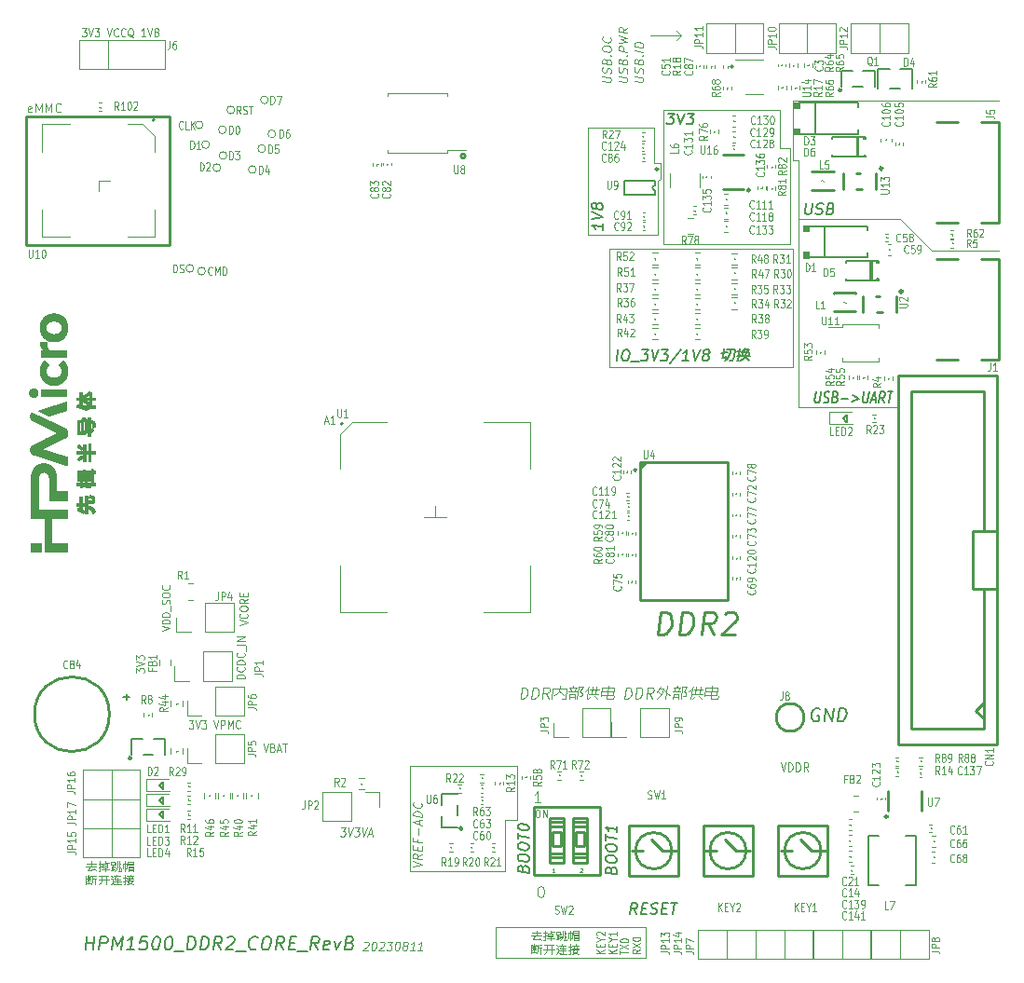
<source format=gbr>
G04 #@! TF.GenerationSoftware,KiCad,Pcbnew,7.0.2*
G04 #@! TF.CreationDate,2023-08-14T15:49:25+08:00*
G04 #@! TF.ProjectId,HPM1500_DDR2_CORE_RevA,48504d31-3530-4305-9f44-4452325f434f,rev?*
G04 #@! TF.SameCoordinates,Original*
G04 #@! TF.FileFunction,Legend,Top*
G04 #@! TF.FilePolarity,Positive*
%FSLAX46Y46*%
G04 Gerber Fmt 4.6, Leading zero omitted, Abs format (unit mm)*
G04 Created by KiCad (PCBNEW 7.0.2) date 2023-08-14 15:49:25*
%MOMM*%
%LPD*%
G01*
G04 APERTURE LIST*
%ADD10C,0.100000*%
%ADD11C,0.101600*%
%ADD12C,0.250000*%
%ADD13C,0.120000*%
%ADD14C,0.150000*%
%ADD15C,0.200000*%
%ADD16C,0.099100*%
%ADD17C,0.089350*%
%ADD18C,0.178575*%
%ADD19C,0.254000*%
%ADD20C,0.005000*%
%ADD21C,0.010000*%
%ADD22C,0.152400*%
%ADD23C,0.300000*%
%ADD24C,0.050800*%
%ADD25C,0.279400*%
%ADD26C,0.152000*%
%ADD27C,0.005100*%
%ADD28C,0.008235*%
%ADD29C,0.203200*%
G04 APERTURE END LIST*
D10*
X161095000Y-86605000D02*
X161095000Y-77995000D01*
X161175000Y-66995000D02*
X159115000Y-66995000D01*
X177495000Y-77625000D02*
X165935000Y-77625000D01*
X159105000Y-76755000D02*
X159115000Y-66995000D01*
X187465000Y-75295000D02*
X190365000Y-78195000D01*
X142975000Y-134565000D02*
X143725000Y-134565000D01*
X167595000Y-58645000D02*
X167185000Y-58235000D01*
X151945000Y-124965000D02*
X152655000Y-124965000D01*
X165705000Y-71655000D02*
X165495000Y-71865000D01*
X177495000Y-68865000D02*
X177495000Y-76735000D01*
X165935000Y-65435000D02*
X165935000Y-77345000D01*
X176515000Y-65435000D02*
X176515000Y-68865000D01*
X177755000Y-88735000D02*
X177755000Y-87205000D01*
X176515000Y-68865000D02*
X177495000Y-68865000D01*
X167185000Y-58235000D02*
X167595000Y-58645000D01*
X177765000Y-77995000D02*
X161095000Y-77995000D01*
X151585000Y-129895000D02*
X151585000Y-134545000D01*
X164355000Y-139665000D02*
X164355000Y-142465000D01*
X177765000Y-77995000D02*
X177755000Y-87205000D01*
X165145000Y-70195000D02*
X165705000Y-70195000D01*
X161095000Y-86625000D02*
X161095000Y-88115000D01*
X178225000Y-74485000D02*
X178225000Y-69965000D01*
X150715000Y-139665000D02*
X150715000Y-142465000D01*
X164355000Y-142465000D02*
X150775000Y-142465000D01*
X164825000Y-58645000D02*
X167595000Y-58645000D01*
X161175000Y-66995000D02*
X165145000Y-66995000D01*
X177495000Y-76735000D02*
X177495000Y-77625000D01*
X178245000Y-75295000D02*
X187465000Y-75295000D01*
X161095000Y-88115000D02*
X161095000Y-88735000D01*
X167595000Y-58645000D02*
X167175000Y-59065000D01*
X190375000Y-78205000D02*
X196415000Y-78205000D01*
X143735000Y-134565000D02*
X151595000Y-134565000D01*
X165495000Y-71865000D02*
X165495000Y-76755000D01*
X177715000Y-64515000D02*
X184435000Y-64515000D01*
X165495000Y-76755000D02*
X159105000Y-76755000D01*
X152655000Y-129895000D02*
X151585000Y-129895000D01*
X168645000Y-65435000D02*
X165935000Y-65435000D01*
X178225000Y-69965000D02*
X177715000Y-69965000D01*
X165145000Y-66995000D02*
X165145000Y-70195000D01*
X178225000Y-91475000D02*
X178225000Y-92425000D01*
X158755000Y-139665000D02*
X164355000Y-139665000D01*
X151945000Y-124965000D02*
X142975000Y-124965000D01*
X184460000Y-64525000D02*
X196410000Y-64525000D01*
X178225000Y-92425000D02*
X187125000Y-92425000D01*
X152655000Y-124965000D02*
X152655000Y-129895000D01*
X161095000Y-88735000D02*
X177755000Y-88735000D01*
X142975000Y-124965000D02*
X142975000Y-134565000D01*
X158755000Y-139665000D02*
X150715000Y-139665000D01*
X165705000Y-70195000D02*
X165705000Y-71655000D01*
X177715000Y-69965000D02*
X177715000Y-64515000D01*
X178225000Y-74485000D02*
X178225000Y-91475000D01*
X168645000Y-65435000D02*
X176515000Y-65435000D01*
X165935000Y-77625000D02*
X165935000Y-77345000D01*
D11*
X123847857Y-70918214D02*
X123847857Y-70168214D01*
X123847857Y-70168214D02*
X123990714Y-70168214D01*
X123990714Y-70168214D02*
X124076428Y-70203928D01*
X124076428Y-70203928D02*
X124133571Y-70275357D01*
X124133571Y-70275357D02*
X124162142Y-70346785D01*
X124162142Y-70346785D02*
X124190714Y-70489642D01*
X124190714Y-70489642D02*
X124190714Y-70596785D01*
X124190714Y-70596785D02*
X124162142Y-70739642D01*
X124162142Y-70739642D02*
X124133571Y-70811071D01*
X124133571Y-70811071D02*
X124076428Y-70882500D01*
X124076428Y-70882500D02*
X123990714Y-70918214D01*
X123990714Y-70918214D02*
X123847857Y-70918214D01*
X124419285Y-70239642D02*
X124447857Y-70203928D01*
X124447857Y-70203928D02*
X124505000Y-70168214D01*
X124505000Y-70168214D02*
X124647857Y-70168214D01*
X124647857Y-70168214D02*
X124705000Y-70203928D01*
X124705000Y-70203928D02*
X124733571Y-70239642D01*
X124733571Y-70239642D02*
X124762142Y-70311071D01*
X124762142Y-70311071D02*
X124762142Y-70382500D01*
X124762142Y-70382500D02*
X124733571Y-70489642D01*
X124733571Y-70489642D02*
X124390714Y-70918214D01*
X124390714Y-70918214D02*
X124762142Y-70918214D01*
D12*
X165440714Y-113035238D02*
X165690714Y-111035238D01*
X165690714Y-111035238D02*
X166166905Y-111035238D01*
X166166905Y-111035238D02*
X166440714Y-111130476D01*
X166440714Y-111130476D02*
X166607381Y-111320952D01*
X166607381Y-111320952D02*
X166678809Y-111511428D01*
X166678809Y-111511428D02*
X166726429Y-111892380D01*
X166726429Y-111892380D02*
X166690714Y-112178095D01*
X166690714Y-112178095D02*
X166547857Y-112559047D01*
X166547857Y-112559047D02*
X166428809Y-112749523D01*
X166428809Y-112749523D02*
X166214524Y-112940000D01*
X166214524Y-112940000D02*
X165916905Y-113035238D01*
X165916905Y-113035238D02*
X165440714Y-113035238D01*
X167428809Y-113035238D02*
X167678809Y-111035238D01*
X167678809Y-111035238D02*
X168155000Y-111035238D01*
X168155000Y-111035238D02*
X168428809Y-111130476D01*
X168428809Y-111130476D02*
X168595476Y-111320952D01*
X168595476Y-111320952D02*
X168666904Y-111511428D01*
X168666904Y-111511428D02*
X168714524Y-111892380D01*
X168714524Y-111892380D02*
X168678809Y-112178095D01*
X168678809Y-112178095D02*
X168535952Y-112559047D01*
X168535952Y-112559047D02*
X168416904Y-112749523D01*
X168416904Y-112749523D02*
X168202619Y-112940000D01*
X168202619Y-112940000D02*
X167905000Y-113035238D01*
X167905000Y-113035238D02*
X167428809Y-113035238D01*
X170559761Y-113035238D02*
X170012142Y-112082857D01*
X169416904Y-113035238D02*
X169666904Y-111035238D01*
X169666904Y-111035238D02*
X170428809Y-111035238D01*
X170428809Y-111035238D02*
X170607380Y-111130476D01*
X170607380Y-111130476D02*
X170690714Y-111225714D01*
X170690714Y-111225714D02*
X170762142Y-111416190D01*
X170762142Y-111416190D02*
X170726428Y-111701904D01*
X170726428Y-111701904D02*
X170607380Y-111892380D01*
X170607380Y-111892380D02*
X170500238Y-111987619D01*
X170500238Y-111987619D02*
X170297857Y-112082857D01*
X170297857Y-112082857D02*
X169535952Y-112082857D01*
X171535952Y-111225714D02*
X171643094Y-111130476D01*
X171643094Y-111130476D02*
X171845475Y-111035238D01*
X171845475Y-111035238D02*
X172321666Y-111035238D01*
X172321666Y-111035238D02*
X172500237Y-111130476D01*
X172500237Y-111130476D02*
X172583571Y-111225714D01*
X172583571Y-111225714D02*
X172654999Y-111416190D01*
X172654999Y-111416190D02*
X172631190Y-111606666D01*
X172631190Y-111606666D02*
X172500237Y-111892380D01*
X172500237Y-111892380D02*
X171214523Y-113035238D01*
X171214523Y-113035238D02*
X172452618Y-113035238D01*
D11*
X143215095Y-134182618D02*
X144015095Y-134015951D01*
X144015095Y-134015951D02*
X143215095Y-133649285D01*
X144015095Y-133030237D02*
X143634142Y-133249285D01*
X144015095Y-133487380D02*
X143215095Y-133387380D01*
X143215095Y-133387380D02*
X143215095Y-133082618D01*
X143215095Y-133082618D02*
X143253190Y-133011190D01*
X143253190Y-133011190D02*
X143291285Y-132977856D01*
X143291285Y-132977856D02*
X143367476Y-132949285D01*
X143367476Y-132949285D02*
X143481761Y-132963571D01*
X143481761Y-132963571D02*
X143557952Y-133011190D01*
X143557952Y-133011190D02*
X143596047Y-133054047D01*
X143596047Y-133054047D02*
X143634142Y-133134999D01*
X143634142Y-133134999D02*
X143634142Y-133439761D01*
X143596047Y-132639761D02*
X143596047Y-132373095D01*
X144015095Y-132311190D02*
X144015095Y-132692142D01*
X144015095Y-132692142D02*
X143215095Y-132592142D01*
X143215095Y-132592142D02*
X143215095Y-132211190D01*
X143596047Y-131654047D02*
X143596047Y-131920713D01*
X144015095Y-131973094D02*
X143215095Y-131873094D01*
X143215095Y-131873094D02*
X143215095Y-131492142D01*
X143710333Y-131254047D02*
X143710333Y-130644523D01*
X143786523Y-130311190D02*
X143786523Y-129930238D01*
X144015095Y-130415952D02*
X143215095Y-130049285D01*
X143215095Y-130049285D02*
X144015095Y-129882619D01*
X144015095Y-129620714D02*
X143215095Y-129520714D01*
X143215095Y-129520714D02*
X143215095Y-129330238D01*
X143215095Y-129330238D02*
X143253190Y-129220714D01*
X143253190Y-129220714D02*
X143329380Y-129154048D01*
X143329380Y-129154048D02*
X143405571Y-129125476D01*
X143405571Y-129125476D02*
X143557952Y-129106429D01*
X143557952Y-129106429D02*
X143672238Y-129120714D01*
X143672238Y-129120714D02*
X143824619Y-129177857D01*
X143824619Y-129177857D02*
X143900809Y-129225476D01*
X143900809Y-129225476D02*
X143977000Y-129311190D01*
X143977000Y-129311190D02*
X144015095Y-129430238D01*
X144015095Y-129430238D02*
X144015095Y-129620714D01*
X143938904Y-128358810D02*
X143977000Y-128401667D01*
X143977000Y-128401667D02*
X144015095Y-128520714D01*
X144015095Y-128520714D02*
X144015095Y-128596905D01*
X144015095Y-128596905D02*
X143977000Y-128706429D01*
X143977000Y-128706429D02*
X143900809Y-128773095D01*
X143900809Y-128773095D02*
X143824619Y-128801667D01*
X143824619Y-128801667D02*
X143672238Y-128820714D01*
X143672238Y-128820714D02*
X143557952Y-128806429D01*
X143557952Y-128806429D02*
X143405571Y-128749286D01*
X143405571Y-128749286D02*
X143329380Y-128701667D01*
X143329380Y-128701667D02*
X143253190Y-128615952D01*
X143253190Y-128615952D02*
X143215095Y-128496905D01*
X143215095Y-128496905D02*
X143215095Y-128420714D01*
X143215095Y-128420714D02*
X143253190Y-128311191D01*
X143253190Y-128311191D02*
X143291285Y-128277857D01*
X126497857Y-67558214D02*
X126497857Y-66808214D01*
X126497857Y-66808214D02*
X126640714Y-66808214D01*
X126640714Y-66808214D02*
X126726428Y-66843928D01*
X126726428Y-66843928D02*
X126783571Y-66915357D01*
X126783571Y-66915357D02*
X126812142Y-66986785D01*
X126812142Y-66986785D02*
X126840714Y-67129642D01*
X126840714Y-67129642D02*
X126840714Y-67236785D01*
X126840714Y-67236785D02*
X126812142Y-67379642D01*
X126812142Y-67379642D02*
X126783571Y-67451071D01*
X126783571Y-67451071D02*
X126726428Y-67522500D01*
X126726428Y-67522500D02*
X126640714Y-67558214D01*
X126640714Y-67558214D02*
X126497857Y-67558214D01*
X127212142Y-66808214D02*
X127269285Y-66808214D01*
X127269285Y-66808214D02*
X127326428Y-66843928D01*
X127326428Y-66843928D02*
X127355000Y-66879642D01*
X127355000Y-66879642D02*
X127383571Y-66951071D01*
X127383571Y-66951071D02*
X127412142Y-67093928D01*
X127412142Y-67093928D02*
X127412142Y-67272500D01*
X127412142Y-67272500D02*
X127383571Y-67415357D01*
X127383571Y-67415357D02*
X127355000Y-67486785D01*
X127355000Y-67486785D02*
X127326428Y-67522500D01*
X127326428Y-67522500D02*
X127269285Y-67558214D01*
X127269285Y-67558214D02*
X127212142Y-67558214D01*
X127212142Y-67558214D02*
X127155000Y-67522500D01*
X127155000Y-67522500D02*
X127126428Y-67486785D01*
X127126428Y-67486785D02*
X127097857Y-67415357D01*
X127097857Y-67415357D02*
X127069285Y-67272500D01*
X127069285Y-67272500D02*
X127069285Y-67093928D01*
X127069285Y-67093928D02*
X127097857Y-66951071D01*
X127097857Y-66951071D02*
X127126428Y-66879642D01*
X127126428Y-66879642D02*
X127155000Y-66843928D01*
X127155000Y-66843928D02*
X127212142Y-66808214D01*
X161875095Y-62770237D02*
X162522714Y-62851190D01*
X162522714Y-62851190D02*
X162598904Y-62822618D01*
X162598904Y-62822618D02*
X162637000Y-62789285D01*
X162637000Y-62789285D02*
X162675095Y-62717856D01*
X162675095Y-62717856D02*
X162675095Y-62565475D01*
X162675095Y-62565475D02*
X162637000Y-62484523D01*
X162637000Y-62484523D02*
X162598904Y-62441666D01*
X162598904Y-62441666D02*
X162522714Y-62394047D01*
X162522714Y-62394047D02*
X161875095Y-62313094D01*
X162637000Y-62070238D02*
X162675095Y-61960714D01*
X162675095Y-61960714D02*
X162675095Y-61770238D01*
X162675095Y-61770238D02*
X162637000Y-61689285D01*
X162637000Y-61689285D02*
X162598904Y-61646428D01*
X162598904Y-61646428D02*
X162522714Y-61598809D01*
X162522714Y-61598809D02*
X162446523Y-61589285D01*
X162446523Y-61589285D02*
X162370333Y-61617857D01*
X162370333Y-61617857D02*
X162332238Y-61651190D01*
X162332238Y-61651190D02*
X162294142Y-61722619D01*
X162294142Y-61722619D02*
X162256047Y-61870238D01*
X162256047Y-61870238D02*
X162217952Y-61941666D01*
X162217952Y-61941666D02*
X162179857Y-61974999D01*
X162179857Y-61974999D02*
X162103666Y-62003571D01*
X162103666Y-62003571D02*
X162027476Y-61994047D01*
X162027476Y-61994047D02*
X161951285Y-61946428D01*
X161951285Y-61946428D02*
X161913190Y-61903571D01*
X161913190Y-61903571D02*
X161875095Y-61822619D01*
X161875095Y-61822619D02*
X161875095Y-61632142D01*
X161875095Y-61632142D02*
X161913190Y-61522619D01*
X162256047Y-60960714D02*
X162294142Y-60851190D01*
X162294142Y-60851190D02*
X162332238Y-60817856D01*
X162332238Y-60817856D02*
X162408428Y-60789285D01*
X162408428Y-60789285D02*
X162522714Y-60803571D01*
X162522714Y-60803571D02*
X162598904Y-60851190D01*
X162598904Y-60851190D02*
X162637000Y-60894047D01*
X162637000Y-60894047D02*
X162675095Y-60974999D01*
X162675095Y-60974999D02*
X162675095Y-61279761D01*
X162675095Y-61279761D02*
X161875095Y-61179761D01*
X161875095Y-61179761D02*
X161875095Y-60913095D01*
X161875095Y-60913095D02*
X161913190Y-60841666D01*
X161913190Y-60841666D02*
X161951285Y-60808333D01*
X161951285Y-60808333D02*
X162027476Y-60779761D01*
X162027476Y-60779761D02*
X162103666Y-60789285D01*
X162103666Y-60789285D02*
X162179857Y-60836904D01*
X162179857Y-60836904D02*
X162217952Y-60879761D01*
X162217952Y-60879761D02*
X162256047Y-60960714D01*
X162256047Y-60960714D02*
X162256047Y-61227380D01*
X162598904Y-60474999D02*
X162637000Y-60441666D01*
X162637000Y-60441666D02*
X162675095Y-60484523D01*
X162675095Y-60484523D02*
X162637000Y-60517857D01*
X162637000Y-60517857D02*
X162598904Y-60474999D01*
X162598904Y-60474999D02*
X162675095Y-60484523D01*
X162675095Y-60108333D02*
X161875095Y-60008333D01*
X161875095Y-60008333D02*
X161875095Y-59703571D01*
X161875095Y-59703571D02*
X161913190Y-59632143D01*
X161913190Y-59632143D02*
X161951285Y-59598809D01*
X161951285Y-59598809D02*
X162027476Y-59570238D01*
X162027476Y-59570238D02*
X162141761Y-59584524D01*
X162141761Y-59584524D02*
X162217952Y-59632143D01*
X162217952Y-59632143D02*
X162256047Y-59675000D01*
X162256047Y-59675000D02*
X162294142Y-59755952D01*
X162294142Y-59755952D02*
X162294142Y-60060714D01*
X161875095Y-59289286D02*
X162675095Y-59198810D01*
X162675095Y-59198810D02*
X162103666Y-58975000D01*
X162103666Y-58975000D02*
X162675095Y-58894048D01*
X162675095Y-58894048D02*
X161875095Y-58603571D01*
X162675095Y-57946428D02*
X162294142Y-58165476D01*
X162675095Y-58403571D02*
X161875095Y-58303571D01*
X161875095Y-58303571D02*
X161875095Y-57998809D01*
X161875095Y-57998809D02*
X161913190Y-57927381D01*
X161913190Y-57927381D02*
X161951285Y-57894047D01*
X161951285Y-57894047D02*
X162027476Y-57865476D01*
X162027476Y-57865476D02*
X162141761Y-57879762D01*
X162141761Y-57879762D02*
X162217952Y-57927381D01*
X162217952Y-57927381D02*
X162256047Y-57970238D01*
X162256047Y-57970238D02*
X162294142Y-58051190D01*
X162294142Y-58051190D02*
X162294142Y-58355952D01*
D13*
X152975594Y-118872619D02*
X153100594Y-117872619D01*
X153100594Y-117872619D02*
X153338690Y-117872619D01*
X153338690Y-117872619D02*
X153475594Y-117920238D01*
X153475594Y-117920238D02*
X153558928Y-118015476D01*
X153558928Y-118015476D02*
X153594642Y-118110714D01*
X153594642Y-118110714D02*
X153618452Y-118301190D01*
X153618452Y-118301190D02*
X153600594Y-118444047D01*
X153600594Y-118444047D02*
X153529166Y-118634523D01*
X153529166Y-118634523D02*
X153469642Y-118729761D01*
X153469642Y-118729761D02*
X153362499Y-118825000D01*
X153362499Y-118825000D02*
X153213690Y-118872619D01*
X153213690Y-118872619D02*
X152975594Y-118872619D01*
X153969642Y-118872619D02*
X154094642Y-117872619D01*
X154094642Y-117872619D02*
X154332738Y-117872619D01*
X154332738Y-117872619D02*
X154469642Y-117920238D01*
X154469642Y-117920238D02*
X154552976Y-118015476D01*
X154552976Y-118015476D02*
X154588690Y-118110714D01*
X154588690Y-118110714D02*
X154612500Y-118301190D01*
X154612500Y-118301190D02*
X154594642Y-118444047D01*
X154594642Y-118444047D02*
X154523214Y-118634523D01*
X154523214Y-118634523D02*
X154463690Y-118729761D01*
X154463690Y-118729761D02*
X154356547Y-118825000D01*
X154356547Y-118825000D02*
X154207738Y-118872619D01*
X154207738Y-118872619D02*
X153969642Y-118872619D01*
X155535119Y-118872619D02*
X155261309Y-118396428D01*
X154963690Y-118872619D02*
X155088690Y-117872619D01*
X155088690Y-117872619D02*
X155469643Y-117872619D01*
X155469643Y-117872619D02*
X155558928Y-117920238D01*
X155558928Y-117920238D02*
X155600595Y-117967857D01*
X155600595Y-117967857D02*
X155636309Y-118063095D01*
X155636309Y-118063095D02*
X155618452Y-118205952D01*
X155618452Y-118205952D02*
X155558928Y-118301190D01*
X155558928Y-118301190D02*
X155505357Y-118348809D01*
X155505357Y-118348809D02*
X155404167Y-118396428D01*
X155404167Y-118396428D02*
X155023214Y-118396428D01*
X156719643Y-118872619D02*
X157052976Y-118872619D01*
X155927976Y-117967857D02*
X155814881Y-118872619D01*
X155927976Y-117967857D02*
X157166072Y-117967857D01*
X157166072Y-117967857D02*
X157052976Y-118872619D01*
X156576786Y-117729761D02*
X156517262Y-118205952D01*
X156517262Y-118205952D02*
X156648215Y-118301190D01*
X156648215Y-118301190D02*
X156731548Y-118396428D01*
X156731548Y-118396428D02*
X156945834Y-118586904D01*
X156463691Y-118253571D02*
X156195834Y-118491666D01*
X156195834Y-118491666D02*
X155993453Y-118586904D01*
X157451786Y-117920238D02*
X158070834Y-117920238D01*
X157362500Y-118253571D02*
X158076786Y-118253571D01*
X157392262Y-118777380D02*
X157868453Y-118777380D01*
X157433929Y-118444047D02*
X157380357Y-118872619D01*
X157761310Y-117729761D02*
X157737500Y-117920238D01*
X157433929Y-118444047D02*
X157910119Y-118444047D01*
X157910119Y-118444047D02*
X157904167Y-118872619D01*
X158225595Y-117825000D02*
X158094643Y-118872619D01*
X157535119Y-118015476D02*
X157564881Y-118158333D01*
X157969643Y-117967857D02*
X157844643Y-118205952D01*
X158225595Y-117825000D02*
X158654167Y-117825000D01*
X158654167Y-117825000D02*
X158368453Y-118205952D01*
X158368453Y-118205952D02*
X158541072Y-118348809D01*
X158541072Y-118348809D02*
X158570834Y-118491666D01*
X158570834Y-118491666D02*
X158547024Y-118682142D01*
X158547024Y-118682142D02*
X158308929Y-118682142D01*
X159285119Y-118063095D02*
X160094643Y-118063095D01*
X159183929Y-118491666D02*
X160041072Y-118491666D01*
X159106548Y-117967857D02*
X158993452Y-118872619D01*
X159511310Y-117777380D02*
X159427976Y-118444047D01*
X159892262Y-117777380D02*
X159808929Y-118444047D01*
X159737500Y-118634523D02*
X159993452Y-118872619D01*
X159404167Y-118634523D02*
X159136310Y-118872619D01*
X159225595Y-117777380D02*
X159047024Y-118063095D01*
X159047024Y-118063095D02*
X158832738Y-118253571D01*
X160302976Y-118253571D02*
X161398214Y-118253571D01*
X160267262Y-118539285D02*
X161362500Y-118539285D01*
X160797024Y-118872619D02*
X161416071Y-118872619D01*
X160344643Y-117920238D02*
X160255357Y-118634523D01*
X160939881Y-117729761D02*
X160797024Y-118872619D01*
X160344643Y-117920238D02*
X161439881Y-117920238D01*
X161439881Y-117920238D02*
X161362500Y-118539285D01*
X161493452Y-118634523D02*
X161416071Y-118872619D01*
D11*
X129617142Y-122986964D02*
X129833809Y-123736964D01*
X129833809Y-123736964D02*
X130050476Y-122986964D01*
X130483809Y-123344107D02*
X130576666Y-123379821D01*
X130576666Y-123379821D02*
X130607619Y-123415535D01*
X130607619Y-123415535D02*
X130638571Y-123486964D01*
X130638571Y-123486964D02*
X130638571Y-123594107D01*
X130638571Y-123594107D02*
X130607619Y-123665535D01*
X130607619Y-123665535D02*
X130576666Y-123701250D01*
X130576666Y-123701250D02*
X130514761Y-123736964D01*
X130514761Y-123736964D02*
X130267142Y-123736964D01*
X130267142Y-123736964D02*
X130267142Y-122986964D01*
X130267142Y-122986964D02*
X130483809Y-122986964D01*
X130483809Y-122986964D02*
X130545714Y-123022678D01*
X130545714Y-123022678D02*
X130576666Y-123058392D01*
X130576666Y-123058392D02*
X130607619Y-123129821D01*
X130607619Y-123129821D02*
X130607619Y-123201250D01*
X130607619Y-123201250D02*
X130576666Y-123272678D01*
X130576666Y-123272678D02*
X130545714Y-123308392D01*
X130545714Y-123308392D02*
X130483809Y-123344107D01*
X130483809Y-123344107D02*
X130267142Y-123344107D01*
X130886190Y-123522678D02*
X131195714Y-123522678D01*
X130824285Y-123736964D02*
X131040952Y-122986964D01*
X131040952Y-122986964D02*
X131257619Y-123736964D01*
X131381428Y-122986964D02*
X131752857Y-122986964D01*
X131567143Y-123736964D02*
X131567143Y-122986964D01*
X122997857Y-68938214D02*
X122997857Y-68188214D01*
X122997857Y-68188214D02*
X123140714Y-68188214D01*
X123140714Y-68188214D02*
X123226428Y-68223928D01*
X123226428Y-68223928D02*
X123283571Y-68295357D01*
X123283571Y-68295357D02*
X123312142Y-68366785D01*
X123312142Y-68366785D02*
X123340714Y-68509642D01*
X123340714Y-68509642D02*
X123340714Y-68616785D01*
X123340714Y-68616785D02*
X123312142Y-68759642D01*
X123312142Y-68759642D02*
X123283571Y-68831071D01*
X123283571Y-68831071D02*
X123226428Y-68902500D01*
X123226428Y-68902500D02*
X123140714Y-68938214D01*
X123140714Y-68938214D02*
X122997857Y-68938214D01*
X123912142Y-68938214D02*
X123569285Y-68938214D01*
X123740714Y-68938214D02*
X123740714Y-68188214D01*
X123740714Y-68188214D02*
X123683571Y-68295357D01*
X123683571Y-68295357D02*
X123626428Y-68366785D01*
X123626428Y-68366785D02*
X123569285Y-68402500D01*
X113120238Y-57976964D02*
X113522619Y-57976964D01*
X113522619Y-57976964D02*
X113305952Y-58262678D01*
X113305952Y-58262678D02*
X113398809Y-58262678D01*
X113398809Y-58262678D02*
X113460714Y-58298392D01*
X113460714Y-58298392D02*
X113491666Y-58334107D01*
X113491666Y-58334107D02*
X113522619Y-58405535D01*
X113522619Y-58405535D02*
X113522619Y-58584107D01*
X113522619Y-58584107D02*
X113491666Y-58655535D01*
X113491666Y-58655535D02*
X113460714Y-58691250D01*
X113460714Y-58691250D02*
X113398809Y-58726964D01*
X113398809Y-58726964D02*
X113213095Y-58726964D01*
X113213095Y-58726964D02*
X113151190Y-58691250D01*
X113151190Y-58691250D02*
X113120238Y-58655535D01*
X113708333Y-57976964D02*
X113925000Y-58726964D01*
X113925000Y-58726964D02*
X114141667Y-57976964D01*
X114296429Y-57976964D02*
X114698810Y-57976964D01*
X114698810Y-57976964D02*
X114482143Y-58262678D01*
X114482143Y-58262678D02*
X114575000Y-58262678D01*
X114575000Y-58262678D02*
X114636905Y-58298392D01*
X114636905Y-58298392D02*
X114667857Y-58334107D01*
X114667857Y-58334107D02*
X114698810Y-58405535D01*
X114698810Y-58405535D02*
X114698810Y-58584107D01*
X114698810Y-58584107D02*
X114667857Y-58655535D01*
X114667857Y-58655535D02*
X114636905Y-58691250D01*
X114636905Y-58691250D02*
X114575000Y-58726964D01*
X114575000Y-58726964D02*
X114389286Y-58726964D01*
X114389286Y-58726964D02*
X114327381Y-58691250D01*
X114327381Y-58691250D02*
X114296429Y-58655535D01*
X130087857Y-69318214D02*
X130087857Y-68568214D01*
X130087857Y-68568214D02*
X130230714Y-68568214D01*
X130230714Y-68568214D02*
X130316428Y-68603928D01*
X130316428Y-68603928D02*
X130373571Y-68675357D01*
X130373571Y-68675357D02*
X130402142Y-68746785D01*
X130402142Y-68746785D02*
X130430714Y-68889642D01*
X130430714Y-68889642D02*
X130430714Y-68996785D01*
X130430714Y-68996785D02*
X130402142Y-69139642D01*
X130402142Y-69139642D02*
X130373571Y-69211071D01*
X130373571Y-69211071D02*
X130316428Y-69282500D01*
X130316428Y-69282500D02*
X130230714Y-69318214D01*
X130230714Y-69318214D02*
X130087857Y-69318214D01*
X130973571Y-68568214D02*
X130687857Y-68568214D01*
X130687857Y-68568214D02*
X130659285Y-68925357D01*
X130659285Y-68925357D02*
X130687857Y-68889642D01*
X130687857Y-68889642D02*
X130745000Y-68853928D01*
X130745000Y-68853928D02*
X130887857Y-68853928D01*
X130887857Y-68853928D02*
X130945000Y-68889642D01*
X130945000Y-68889642D02*
X130973571Y-68925357D01*
X130973571Y-68925357D02*
X131002142Y-68996785D01*
X131002142Y-68996785D02*
X131002142Y-69175357D01*
X131002142Y-69175357D02*
X130973571Y-69246785D01*
X130973571Y-69246785D02*
X130945000Y-69282500D01*
X130945000Y-69282500D02*
X130887857Y-69318214D01*
X130887857Y-69318214D02*
X130745000Y-69318214D01*
X130745000Y-69318214D02*
X130687857Y-69282500D01*
X130687857Y-69282500D02*
X130659285Y-69246785D01*
X120381964Y-112724285D02*
X121131964Y-112507618D01*
X121131964Y-112507618D02*
X120381964Y-112290951D01*
X121131964Y-112074285D02*
X120381964Y-112074285D01*
X120381964Y-112074285D02*
X120381964Y-111919523D01*
X120381964Y-111919523D02*
X120417678Y-111826666D01*
X120417678Y-111826666D02*
X120489107Y-111764761D01*
X120489107Y-111764761D02*
X120560535Y-111733808D01*
X120560535Y-111733808D02*
X120703392Y-111702856D01*
X120703392Y-111702856D02*
X120810535Y-111702856D01*
X120810535Y-111702856D02*
X120953392Y-111733808D01*
X120953392Y-111733808D02*
X121024821Y-111764761D01*
X121024821Y-111764761D02*
X121096250Y-111826666D01*
X121096250Y-111826666D02*
X121131964Y-111919523D01*
X121131964Y-111919523D02*
X121131964Y-112074285D01*
X121131964Y-111424285D02*
X120381964Y-111424285D01*
X120381964Y-111424285D02*
X120381964Y-111269523D01*
X120381964Y-111269523D02*
X120417678Y-111176666D01*
X120417678Y-111176666D02*
X120489107Y-111114761D01*
X120489107Y-111114761D02*
X120560535Y-111083808D01*
X120560535Y-111083808D02*
X120703392Y-111052856D01*
X120703392Y-111052856D02*
X120810535Y-111052856D01*
X120810535Y-111052856D02*
X120953392Y-111083808D01*
X120953392Y-111083808D02*
X121024821Y-111114761D01*
X121024821Y-111114761D02*
X121096250Y-111176666D01*
X121096250Y-111176666D02*
X121131964Y-111269523D01*
X121131964Y-111269523D02*
X121131964Y-111424285D01*
X121203392Y-110929047D02*
X121203392Y-110433808D01*
X121096250Y-110309999D02*
X121131964Y-110217142D01*
X121131964Y-110217142D02*
X121131964Y-110062380D01*
X121131964Y-110062380D02*
X121096250Y-110000475D01*
X121096250Y-110000475D02*
X121060535Y-109969523D01*
X121060535Y-109969523D02*
X120989107Y-109938570D01*
X120989107Y-109938570D02*
X120917678Y-109938570D01*
X120917678Y-109938570D02*
X120846250Y-109969523D01*
X120846250Y-109969523D02*
X120810535Y-110000475D01*
X120810535Y-110000475D02*
X120774821Y-110062380D01*
X120774821Y-110062380D02*
X120739107Y-110186189D01*
X120739107Y-110186189D02*
X120703392Y-110248094D01*
X120703392Y-110248094D02*
X120667678Y-110279047D01*
X120667678Y-110279047D02*
X120596250Y-110309999D01*
X120596250Y-110309999D02*
X120524821Y-110309999D01*
X120524821Y-110309999D02*
X120453392Y-110279047D01*
X120453392Y-110279047D02*
X120417678Y-110248094D01*
X120417678Y-110248094D02*
X120381964Y-110186189D01*
X120381964Y-110186189D02*
X120381964Y-110031428D01*
X120381964Y-110031428D02*
X120417678Y-109938570D01*
X120381964Y-109536189D02*
X120381964Y-109412380D01*
X120381964Y-109412380D02*
X120417678Y-109350475D01*
X120417678Y-109350475D02*
X120489107Y-109288570D01*
X120489107Y-109288570D02*
X120631964Y-109257618D01*
X120631964Y-109257618D02*
X120881964Y-109257618D01*
X120881964Y-109257618D02*
X121024821Y-109288570D01*
X121024821Y-109288570D02*
X121096250Y-109350475D01*
X121096250Y-109350475D02*
X121131964Y-109412380D01*
X121131964Y-109412380D02*
X121131964Y-109536189D01*
X121131964Y-109536189D02*
X121096250Y-109598094D01*
X121096250Y-109598094D02*
X121024821Y-109659999D01*
X121024821Y-109659999D02*
X120881964Y-109690951D01*
X120881964Y-109690951D02*
X120631964Y-109690951D01*
X120631964Y-109690951D02*
X120489107Y-109659999D01*
X120489107Y-109659999D02*
X120417678Y-109598094D01*
X120417678Y-109598094D02*
X120381964Y-109536189D01*
X121060535Y-108607618D02*
X121096250Y-108638570D01*
X121096250Y-108638570D02*
X121131964Y-108731428D01*
X121131964Y-108731428D02*
X121131964Y-108793332D01*
X121131964Y-108793332D02*
X121096250Y-108886189D01*
X121096250Y-108886189D02*
X121024821Y-108948094D01*
X121024821Y-108948094D02*
X120953392Y-108979047D01*
X120953392Y-108979047D02*
X120810535Y-109009999D01*
X120810535Y-109009999D02*
X120703392Y-109009999D01*
X120703392Y-109009999D02*
X120560535Y-108979047D01*
X120560535Y-108979047D02*
X120489107Y-108948094D01*
X120489107Y-108948094D02*
X120417678Y-108886189D01*
X120417678Y-108886189D02*
X120381964Y-108793332D01*
X120381964Y-108793332D02*
X120381964Y-108731428D01*
X120381964Y-108731428D02*
X120417678Y-108638570D01*
X120417678Y-108638570D02*
X120453392Y-108607618D01*
X127550714Y-65768214D02*
X127350714Y-65411071D01*
X127207857Y-65768214D02*
X127207857Y-65018214D01*
X127207857Y-65018214D02*
X127436428Y-65018214D01*
X127436428Y-65018214D02*
X127493571Y-65053928D01*
X127493571Y-65053928D02*
X127522142Y-65089642D01*
X127522142Y-65089642D02*
X127550714Y-65161071D01*
X127550714Y-65161071D02*
X127550714Y-65268214D01*
X127550714Y-65268214D02*
X127522142Y-65339642D01*
X127522142Y-65339642D02*
X127493571Y-65375357D01*
X127493571Y-65375357D02*
X127436428Y-65411071D01*
X127436428Y-65411071D02*
X127207857Y-65411071D01*
X127779285Y-65732500D02*
X127865000Y-65768214D01*
X127865000Y-65768214D02*
X128007857Y-65768214D01*
X128007857Y-65768214D02*
X128065000Y-65732500D01*
X128065000Y-65732500D02*
X128093571Y-65696785D01*
X128093571Y-65696785D02*
X128122142Y-65625357D01*
X128122142Y-65625357D02*
X128122142Y-65553928D01*
X128122142Y-65553928D02*
X128093571Y-65482500D01*
X128093571Y-65482500D02*
X128065000Y-65446785D01*
X128065000Y-65446785D02*
X128007857Y-65411071D01*
X128007857Y-65411071D02*
X127893571Y-65375357D01*
X127893571Y-65375357D02*
X127836428Y-65339642D01*
X127836428Y-65339642D02*
X127807857Y-65303928D01*
X127807857Y-65303928D02*
X127779285Y-65232500D01*
X127779285Y-65232500D02*
X127779285Y-65161071D01*
X127779285Y-65161071D02*
X127807857Y-65089642D01*
X127807857Y-65089642D02*
X127836428Y-65053928D01*
X127836428Y-65053928D02*
X127893571Y-65018214D01*
X127893571Y-65018214D02*
X128036428Y-65018214D01*
X128036428Y-65018214D02*
X128122142Y-65053928D01*
X128293571Y-65018214D02*
X128636429Y-65018214D01*
X128465000Y-65768214D02*
X128465000Y-65018214D01*
X122310714Y-67066785D02*
X122282142Y-67102500D01*
X122282142Y-67102500D02*
X122196428Y-67138214D01*
X122196428Y-67138214D02*
X122139285Y-67138214D01*
X122139285Y-67138214D02*
X122053571Y-67102500D01*
X122053571Y-67102500D02*
X121996428Y-67031071D01*
X121996428Y-67031071D02*
X121967857Y-66959642D01*
X121967857Y-66959642D02*
X121939285Y-66816785D01*
X121939285Y-66816785D02*
X121939285Y-66709642D01*
X121939285Y-66709642D02*
X121967857Y-66566785D01*
X121967857Y-66566785D02*
X121996428Y-66495357D01*
X121996428Y-66495357D02*
X122053571Y-66423928D01*
X122053571Y-66423928D02*
X122139285Y-66388214D01*
X122139285Y-66388214D02*
X122196428Y-66388214D01*
X122196428Y-66388214D02*
X122282142Y-66423928D01*
X122282142Y-66423928D02*
X122310714Y-66459642D01*
X122853571Y-67138214D02*
X122567857Y-67138214D01*
X122567857Y-67138214D02*
X122567857Y-66388214D01*
X123053571Y-67138214D02*
X123053571Y-66388214D01*
X123396428Y-67138214D02*
X123139285Y-66709642D01*
X123396428Y-66388214D02*
X123053571Y-66816785D01*
X131077857Y-67928214D02*
X131077857Y-67178214D01*
X131077857Y-67178214D02*
X131220714Y-67178214D01*
X131220714Y-67178214D02*
X131306428Y-67213928D01*
X131306428Y-67213928D02*
X131363571Y-67285357D01*
X131363571Y-67285357D02*
X131392142Y-67356785D01*
X131392142Y-67356785D02*
X131420714Y-67499642D01*
X131420714Y-67499642D02*
X131420714Y-67606785D01*
X131420714Y-67606785D02*
X131392142Y-67749642D01*
X131392142Y-67749642D02*
X131363571Y-67821071D01*
X131363571Y-67821071D02*
X131306428Y-67892500D01*
X131306428Y-67892500D02*
X131220714Y-67928214D01*
X131220714Y-67928214D02*
X131077857Y-67928214D01*
X131935000Y-67178214D02*
X131820714Y-67178214D01*
X131820714Y-67178214D02*
X131763571Y-67213928D01*
X131763571Y-67213928D02*
X131735000Y-67249642D01*
X131735000Y-67249642D02*
X131677857Y-67356785D01*
X131677857Y-67356785D02*
X131649285Y-67499642D01*
X131649285Y-67499642D02*
X131649285Y-67785357D01*
X131649285Y-67785357D02*
X131677857Y-67856785D01*
X131677857Y-67856785D02*
X131706428Y-67892500D01*
X131706428Y-67892500D02*
X131763571Y-67928214D01*
X131763571Y-67928214D02*
X131877857Y-67928214D01*
X131877857Y-67928214D02*
X131935000Y-67892500D01*
X131935000Y-67892500D02*
X131963571Y-67856785D01*
X131963571Y-67856785D02*
X131992142Y-67785357D01*
X131992142Y-67785357D02*
X131992142Y-67606785D01*
X131992142Y-67606785D02*
X131963571Y-67535357D01*
X131963571Y-67535357D02*
X131935000Y-67499642D01*
X131935000Y-67499642D02*
X131877857Y-67463928D01*
X131877857Y-67463928D02*
X131763571Y-67463928D01*
X131763571Y-67463928D02*
X131706428Y-67499642D01*
X131706428Y-67499642D02*
X131677857Y-67535357D01*
X131677857Y-67535357D02*
X131649285Y-67606785D01*
D14*
X179818214Y-90997619D02*
X179717024Y-91807142D01*
X179717024Y-91807142D02*
X179743214Y-91902380D01*
X179743214Y-91902380D02*
X179775357Y-91950000D01*
X179775357Y-91950000D02*
X179845595Y-91997619D01*
X179845595Y-91997619D02*
X179997976Y-91997619D01*
X179997976Y-91997619D02*
X180080119Y-91950000D01*
X180080119Y-91950000D02*
X180124167Y-91902380D01*
X180124167Y-91902380D02*
X180174167Y-91807142D01*
X180174167Y-91807142D02*
X180275357Y-90997619D01*
X180493214Y-91950000D02*
X180601548Y-91997619D01*
X180601548Y-91997619D02*
X180792024Y-91997619D01*
X180792024Y-91997619D02*
X180874167Y-91950000D01*
X180874167Y-91950000D02*
X180918214Y-91902380D01*
X180918214Y-91902380D02*
X180968214Y-91807142D01*
X180968214Y-91807142D02*
X180980119Y-91711904D01*
X180980119Y-91711904D02*
X180953929Y-91616666D01*
X180953929Y-91616666D02*
X180921786Y-91569047D01*
X180921786Y-91569047D02*
X180851548Y-91521428D01*
X180851548Y-91521428D02*
X180705119Y-91473809D01*
X180705119Y-91473809D02*
X180634881Y-91426190D01*
X180634881Y-91426190D02*
X180602738Y-91378571D01*
X180602738Y-91378571D02*
X180576548Y-91283333D01*
X180576548Y-91283333D02*
X180588453Y-91188095D01*
X180588453Y-91188095D02*
X180638453Y-91092857D01*
X180638453Y-91092857D02*
X180682500Y-91045238D01*
X180682500Y-91045238D02*
X180764643Y-90997619D01*
X180764643Y-90997619D02*
X180955119Y-90997619D01*
X180955119Y-90997619D02*
X181063453Y-91045238D01*
X181613452Y-91473809D02*
X181721786Y-91521428D01*
X181721786Y-91521428D02*
X181753928Y-91569047D01*
X181753928Y-91569047D02*
X181780119Y-91664285D01*
X181780119Y-91664285D02*
X181762262Y-91807142D01*
X181762262Y-91807142D02*
X181712262Y-91902380D01*
X181712262Y-91902380D02*
X181668214Y-91950000D01*
X181668214Y-91950000D02*
X181586071Y-91997619D01*
X181586071Y-91997619D02*
X181281309Y-91997619D01*
X181281309Y-91997619D02*
X181406309Y-90997619D01*
X181406309Y-90997619D02*
X181672976Y-90997619D01*
X181672976Y-90997619D02*
X181743214Y-91045238D01*
X181743214Y-91045238D02*
X181775357Y-91092857D01*
X181775357Y-91092857D02*
X181801547Y-91188095D01*
X181801547Y-91188095D02*
X181789643Y-91283333D01*
X181789643Y-91283333D02*
X181739643Y-91378571D01*
X181739643Y-91378571D02*
X181695595Y-91426190D01*
X181695595Y-91426190D02*
X181613452Y-91473809D01*
X181613452Y-91473809D02*
X181346786Y-91473809D01*
X182122976Y-91616666D02*
X182732500Y-91616666D01*
X183149167Y-91330952D02*
X183722976Y-91616666D01*
X183722976Y-91616666D02*
X183077738Y-91902380D01*
X184181309Y-90997619D02*
X184080119Y-91807142D01*
X184080119Y-91807142D02*
X184106309Y-91902380D01*
X184106309Y-91902380D02*
X184138452Y-91950000D01*
X184138452Y-91950000D02*
X184208690Y-91997619D01*
X184208690Y-91997619D02*
X184361071Y-91997619D01*
X184361071Y-91997619D02*
X184443214Y-91950000D01*
X184443214Y-91950000D02*
X184487262Y-91902380D01*
X184487262Y-91902380D02*
X184537262Y-91807142D01*
X184537262Y-91807142D02*
X184638452Y-90997619D01*
X184886071Y-91711904D02*
X185267024Y-91711904D01*
X184774167Y-91997619D02*
X185165833Y-90997619D01*
X185165833Y-90997619D02*
X185307500Y-91997619D01*
X186025357Y-91997619D02*
X185818214Y-91521428D01*
X185568214Y-91997619D02*
X185693214Y-90997619D01*
X185693214Y-90997619D02*
X185997976Y-90997619D01*
X185997976Y-90997619D02*
X186068214Y-91045238D01*
X186068214Y-91045238D02*
X186100357Y-91092857D01*
X186100357Y-91092857D02*
X186126548Y-91188095D01*
X186126548Y-91188095D02*
X186108691Y-91330952D01*
X186108691Y-91330952D02*
X186058691Y-91426190D01*
X186058691Y-91426190D02*
X186014643Y-91473809D01*
X186014643Y-91473809D02*
X185932500Y-91521428D01*
X185932500Y-91521428D02*
X185627738Y-91521428D01*
X186372977Y-90997619D02*
X186830119Y-90997619D01*
X186476548Y-91997619D02*
X186601548Y-90997619D01*
D11*
X129207857Y-71198214D02*
X129207857Y-70448214D01*
X129207857Y-70448214D02*
X129350714Y-70448214D01*
X129350714Y-70448214D02*
X129436428Y-70483928D01*
X129436428Y-70483928D02*
X129493571Y-70555357D01*
X129493571Y-70555357D02*
X129522142Y-70626785D01*
X129522142Y-70626785D02*
X129550714Y-70769642D01*
X129550714Y-70769642D02*
X129550714Y-70876785D01*
X129550714Y-70876785D02*
X129522142Y-71019642D01*
X129522142Y-71019642D02*
X129493571Y-71091071D01*
X129493571Y-71091071D02*
X129436428Y-71162500D01*
X129436428Y-71162500D02*
X129350714Y-71198214D01*
X129350714Y-71198214D02*
X129207857Y-71198214D01*
X130065000Y-70698214D02*
X130065000Y-71198214D01*
X129922142Y-70412500D02*
X129779285Y-70948214D01*
X129779285Y-70948214D02*
X130150714Y-70948214D01*
X125096904Y-120851964D02*
X125313571Y-121601964D01*
X125313571Y-121601964D02*
X125530238Y-120851964D01*
X125746904Y-121601964D02*
X125746904Y-120851964D01*
X125746904Y-120851964D02*
X125994523Y-120851964D01*
X125994523Y-120851964D02*
X126056428Y-120887678D01*
X126056428Y-120887678D02*
X126087381Y-120923392D01*
X126087381Y-120923392D02*
X126118333Y-120994821D01*
X126118333Y-120994821D02*
X126118333Y-121101964D01*
X126118333Y-121101964D02*
X126087381Y-121173392D01*
X126087381Y-121173392D02*
X126056428Y-121209107D01*
X126056428Y-121209107D02*
X125994523Y-121244821D01*
X125994523Y-121244821D02*
X125746904Y-121244821D01*
X126396904Y-121601964D02*
X126396904Y-120851964D01*
X126396904Y-120851964D02*
X126613571Y-121387678D01*
X126613571Y-121387678D02*
X126830238Y-120851964D01*
X126830238Y-120851964D02*
X126830238Y-121601964D01*
X127511190Y-121530535D02*
X127480238Y-121566250D01*
X127480238Y-121566250D02*
X127387380Y-121601964D01*
X127387380Y-121601964D02*
X127325476Y-121601964D01*
X127325476Y-121601964D02*
X127232619Y-121566250D01*
X127232619Y-121566250D02*
X127170714Y-121494821D01*
X127170714Y-121494821D02*
X127139761Y-121423392D01*
X127139761Y-121423392D02*
X127108809Y-121280535D01*
X127108809Y-121280535D02*
X127108809Y-121173392D01*
X127108809Y-121173392D02*
X127139761Y-121030535D01*
X127139761Y-121030535D02*
X127170714Y-120959107D01*
X127170714Y-120959107D02*
X127232619Y-120887678D01*
X127232619Y-120887678D02*
X127325476Y-120851964D01*
X127325476Y-120851964D02*
X127387380Y-120851964D01*
X127387380Y-120851964D02*
X127480238Y-120887678D01*
X127480238Y-120887678D02*
X127511190Y-120923392D01*
D15*
X113437858Y-141700142D02*
X113587858Y-140500142D01*
X113516429Y-141071571D02*
X114202144Y-141071571D01*
X114123572Y-141700142D02*
X114273572Y-140500142D01*
X114687858Y-141700142D02*
X114837858Y-140500142D01*
X114837858Y-140500142D02*
X115295001Y-140500142D01*
X115295001Y-140500142D02*
X115402144Y-140557285D01*
X115402144Y-140557285D02*
X115452144Y-140614428D01*
X115452144Y-140614428D02*
X115495001Y-140728714D01*
X115495001Y-140728714D02*
X115473572Y-140900142D01*
X115473572Y-140900142D02*
X115402144Y-141014428D01*
X115402144Y-141014428D02*
X115337858Y-141071571D01*
X115337858Y-141071571D02*
X115216429Y-141128714D01*
X115216429Y-141128714D02*
X114759287Y-141128714D01*
X115880715Y-141700142D02*
X116030715Y-140500142D01*
X116030715Y-140500142D02*
X116323572Y-141357285D01*
X116323572Y-141357285D02*
X116830715Y-140500142D01*
X116830715Y-140500142D02*
X116680715Y-141700142D01*
X117873572Y-141700142D02*
X117187858Y-141700142D01*
X117530715Y-141700142D02*
X117680715Y-140500142D01*
X117680715Y-140500142D02*
X117545001Y-140671571D01*
X117545001Y-140671571D02*
X117416430Y-140785857D01*
X117416430Y-140785857D02*
X117295001Y-140843000D01*
X119102144Y-140500142D02*
X118530715Y-140500142D01*
X118530715Y-140500142D02*
X118402144Y-141071571D01*
X118402144Y-141071571D02*
X118466429Y-141014428D01*
X118466429Y-141014428D02*
X118587858Y-140957285D01*
X118587858Y-140957285D02*
X118873572Y-140957285D01*
X118873572Y-140957285D02*
X118980715Y-141014428D01*
X118980715Y-141014428D02*
X119030715Y-141071571D01*
X119030715Y-141071571D02*
X119073572Y-141185857D01*
X119073572Y-141185857D02*
X119037858Y-141471571D01*
X119037858Y-141471571D02*
X118966429Y-141585857D01*
X118966429Y-141585857D02*
X118902144Y-141643000D01*
X118902144Y-141643000D02*
X118780715Y-141700142D01*
X118780715Y-141700142D02*
X118495001Y-141700142D01*
X118495001Y-141700142D02*
X118387858Y-141643000D01*
X118387858Y-141643000D02*
X118337858Y-141585857D01*
X119895000Y-140500142D02*
X120009286Y-140500142D01*
X120009286Y-140500142D02*
X120116429Y-140557285D01*
X120116429Y-140557285D02*
X120166429Y-140614428D01*
X120166429Y-140614428D02*
X120209286Y-140728714D01*
X120209286Y-140728714D02*
X120237858Y-140957285D01*
X120237858Y-140957285D02*
X120202143Y-141243000D01*
X120202143Y-141243000D02*
X120116429Y-141471571D01*
X120116429Y-141471571D02*
X120045000Y-141585857D01*
X120045000Y-141585857D02*
X119980715Y-141643000D01*
X119980715Y-141643000D02*
X119859286Y-141700142D01*
X119859286Y-141700142D02*
X119745000Y-141700142D01*
X119745000Y-141700142D02*
X119637858Y-141643000D01*
X119637858Y-141643000D02*
X119587858Y-141585857D01*
X119587858Y-141585857D02*
X119545000Y-141471571D01*
X119545000Y-141471571D02*
X119516429Y-141243000D01*
X119516429Y-141243000D02*
X119552143Y-140957285D01*
X119552143Y-140957285D02*
X119637858Y-140728714D01*
X119637858Y-140728714D02*
X119709286Y-140614428D01*
X119709286Y-140614428D02*
X119773572Y-140557285D01*
X119773572Y-140557285D02*
X119895000Y-140500142D01*
X121030714Y-140500142D02*
X121145000Y-140500142D01*
X121145000Y-140500142D02*
X121252143Y-140557285D01*
X121252143Y-140557285D02*
X121302143Y-140614428D01*
X121302143Y-140614428D02*
X121345000Y-140728714D01*
X121345000Y-140728714D02*
X121373572Y-140957285D01*
X121373572Y-140957285D02*
X121337857Y-141243000D01*
X121337857Y-141243000D02*
X121252143Y-141471571D01*
X121252143Y-141471571D02*
X121180714Y-141585857D01*
X121180714Y-141585857D02*
X121116429Y-141643000D01*
X121116429Y-141643000D02*
X120995000Y-141700142D01*
X120995000Y-141700142D02*
X120880714Y-141700142D01*
X120880714Y-141700142D02*
X120773572Y-141643000D01*
X120773572Y-141643000D02*
X120723572Y-141585857D01*
X120723572Y-141585857D02*
X120680714Y-141471571D01*
X120680714Y-141471571D02*
X120652143Y-141243000D01*
X120652143Y-141243000D02*
X120687857Y-140957285D01*
X120687857Y-140957285D02*
X120773572Y-140728714D01*
X120773572Y-140728714D02*
X120845000Y-140614428D01*
X120845000Y-140614428D02*
X120909286Y-140557285D01*
X120909286Y-140557285D02*
X121030714Y-140500142D01*
X121487857Y-141814428D02*
X122402143Y-141814428D01*
X122680714Y-141700142D02*
X122830714Y-140500142D01*
X122830714Y-140500142D02*
X123116428Y-140500142D01*
X123116428Y-140500142D02*
X123280714Y-140557285D01*
X123280714Y-140557285D02*
X123380714Y-140671571D01*
X123380714Y-140671571D02*
X123423571Y-140785857D01*
X123423571Y-140785857D02*
X123452143Y-141014428D01*
X123452143Y-141014428D02*
X123430714Y-141185857D01*
X123430714Y-141185857D02*
X123345000Y-141414428D01*
X123345000Y-141414428D02*
X123273571Y-141528714D01*
X123273571Y-141528714D02*
X123145000Y-141643000D01*
X123145000Y-141643000D02*
X122966428Y-141700142D01*
X122966428Y-141700142D02*
X122680714Y-141700142D01*
X123873571Y-141700142D02*
X124023571Y-140500142D01*
X124023571Y-140500142D02*
X124309285Y-140500142D01*
X124309285Y-140500142D02*
X124473571Y-140557285D01*
X124473571Y-140557285D02*
X124573571Y-140671571D01*
X124573571Y-140671571D02*
X124616428Y-140785857D01*
X124616428Y-140785857D02*
X124645000Y-141014428D01*
X124645000Y-141014428D02*
X124623571Y-141185857D01*
X124623571Y-141185857D02*
X124537857Y-141414428D01*
X124537857Y-141414428D02*
X124466428Y-141528714D01*
X124466428Y-141528714D02*
X124337857Y-141643000D01*
X124337857Y-141643000D02*
X124159285Y-141700142D01*
X124159285Y-141700142D02*
X123873571Y-141700142D01*
X125752142Y-141700142D02*
X125423571Y-141128714D01*
X125066428Y-141700142D02*
X125216428Y-140500142D01*
X125216428Y-140500142D02*
X125673571Y-140500142D01*
X125673571Y-140500142D02*
X125780714Y-140557285D01*
X125780714Y-140557285D02*
X125830714Y-140614428D01*
X125830714Y-140614428D02*
X125873571Y-140728714D01*
X125873571Y-140728714D02*
X125852142Y-140900142D01*
X125852142Y-140900142D02*
X125780714Y-141014428D01*
X125780714Y-141014428D02*
X125716428Y-141071571D01*
X125716428Y-141071571D02*
X125594999Y-141128714D01*
X125594999Y-141128714D02*
X125137857Y-141128714D01*
X126337856Y-140614428D02*
X126402142Y-140557285D01*
X126402142Y-140557285D02*
X126523571Y-140500142D01*
X126523571Y-140500142D02*
X126809285Y-140500142D01*
X126809285Y-140500142D02*
X126916428Y-140557285D01*
X126916428Y-140557285D02*
X126966428Y-140614428D01*
X126966428Y-140614428D02*
X127009285Y-140728714D01*
X127009285Y-140728714D02*
X126994999Y-140843000D01*
X126994999Y-140843000D02*
X126916428Y-141014428D01*
X126916428Y-141014428D02*
X126144999Y-141700142D01*
X126144999Y-141700142D02*
X126887856Y-141700142D01*
X127094999Y-141814428D02*
X128009285Y-141814428D01*
X128987856Y-141585857D02*
X128923570Y-141643000D01*
X128923570Y-141643000D02*
X128744999Y-141700142D01*
X128744999Y-141700142D02*
X128630713Y-141700142D01*
X128630713Y-141700142D02*
X128466427Y-141643000D01*
X128466427Y-141643000D02*
X128366427Y-141528714D01*
X128366427Y-141528714D02*
X128323570Y-141414428D01*
X128323570Y-141414428D02*
X128294999Y-141185857D01*
X128294999Y-141185857D02*
X128316427Y-141014428D01*
X128316427Y-141014428D02*
X128402142Y-140785857D01*
X128402142Y-140785857D02*
X128473570Y-140671571D01*
X128473570Y-140671571D02*
X128602142Y-140557285D01*
X128602142Y-140557285D02*
X128780713Y-140500142D01*
X128780713Y-140500142D02*
X128894999Y-140500142D01*
X128894999Y-140500142D02*
X129059285Y-140557285D01*
X129059285Y-140557285D02*
X129109285Y-140614428D01*
X129859284Y-140500142D02*
X130087856Y-140500142D01*
X130087856Y-140500142D02*
X130194999Y-140557285D01*
X130194999Y-140557285D02*
X130294999Y-140671571D01*
X130294999Y-140671571D02*
X130323570Y-140900142D01*
X130323570Y-140900142D02*
X130273570Y-141300142D01*
X130273570Y-141300142D02*
X130187856Y-141528714D01*
X130187856Y-141528714D02*
X130059284Y-141643000D01*
X130059284Y-141643000D02*
X129937856Y-141700142D01*
X129937856Y-141700142D02*
X129709284Y-141700142D01*
X129709284Y-141700142D02*
X129602142Y-141643000D01*
X129602142Y-141643000D02*
X129502142Y-141528714D01*
X129502142Y-141528714D02*
X129473570Y-141300142D01*
X129473570Y-141300142D02*
X129523570Y-140900142D01*
X129523570Y-140900142D02*
X129609284Y-140671571D01*
X129609284Y-140671571D02*
X129737856Y-140557285D01*
X129737856Y-140557285D02*
X129859284Y-140500142D01*
X131416427Y-141700142D02*
X131087856Y-141128714D01*
X130730713Y-141700142D02*
X130880713Y-140500142D01*
X130880713Y-140500142D02*
X131337856Y-140500142D01*
X131337856Y-140500142D02*
X131444999Y-140557285D01*
X131444999Y-140557285D02*
X131494999Y-140614428D01*
X131494999Y-140614428D02*
X131537856Y-140728714D01*
X131537856Y-140728714D02*
X131516427Y-140900142D01*
X131516427Y-140900142D02*
X131444999Y-141014428D01*
X131444999Y-141014428D02*
X131380713Y-141071571D01*
X131380713Y-141071571D02*
X131259284Y-141128714D01*
X131259284Y-141128714D02*
X130802142Y-141128714D01*
X132002141Y-141071571D02*
X132402141Y-141071571D01*
X132494999Y-141700142D02*
X131923570Y-141700142D01*
X131923570Y-141700142D02*
X132073570Y-140500142D01*
X132073570Y-140500142D02*
X132644999Y-140500142D01*
X132702141Y-141814428D02*
X133616427Y-141814428D01*
X134580712Y-141700142D02*
X134252141Y-141128714D01*
X133894998Y-141700142D02*
X134044998Y-140500142D01*
X134044998Y-140500142D02*
X134502141Y-140500142D01*
X134502141Y-140500142D02*
X134609284Y-140557285D01*
X134609284Y-140557285D02*
X134659284Y-140614428D01*
X134659284Y-140614428D02*
X134702141Y-140728714D01*
X134702141Y-140728714D02*
X134680712Y-140900142D01*
X134680712Y-140900142D02*
X134609284Y-141014428D01*
X134609284Y-141014428D02*
X134544998Y-141071571D01*
X134544998Y-141071571D02*
X134423569Y-141128714D01*
X134423569Y-141128714D02*
X133966427Y-141128714D01*
X135552141Y-141643000D02*
X135430712Y-141700142D01*
X135430712Y-141700142D02*
X135202141Y-141700142D01*
X135202141Y-141700142D02*
X135094998Y-141643000D01*
X135094998Y-141643000D02*
X135052141Y-141528714D01*
X135052141Y-141528714D02*
X135109284Y-141071571D01*
X135109284Y-141071571D02*
X135180712Y-140957285D01*
X135180712Y-140957285D02*
X135302141Y-140900142D01*
X135302141Y-140900142D02*
X135530712Y-140900142D01*
X135530712Y-140900142D02*
X135637855Y-140957285D01*
X135637855Y-140957285D02*
X135680712Y-141071571D01*
X135680712Y-141071571D02*
X135666426Y-141185857D01*
X135666426Y-141185857D02*
X135080712Y-141300142D01*
X136094998Y-140900142D02*
X136280713Y-141700142D01*
X136280713Y-141700142D02*
X136666427Y-140900142D01*
X137494998Y-141071571D02*
X137659284Y-141128714D01*
X137659284Y-141128714D02*
X137709284Y-141185857D01*
X137709284Y-141185857D02*
X137752141Y-141300142D01*
X137752141Y-141300142D02*
X137730713Y-141471571D01*
X137730713Y-141471571D02*
X137659284Y-141585857D01*
X137659284Y-141585857D02*
X137594998Y-141643000D01*
X137594998Y-141643000D02*
X137473570Y-141700142D01*
X137473570Y-141700142D02*
X137016427Y-141700142D01*
X137016427Y-141700142D02*
X137166427Y-140500142D01*
X137166427Y-140500142D02*
X137566427Y-140500142D01*
X137566427Y-140500142D02*
X137673570Y-140557285D01*
X137673570Y-140557285D02*
X137723570Y-140614428D01*
X137723570Y-140614428D02*
X137766427Y-140728714D01*
X137766427Y-140728714D02*
X137752141Y-140843000D01*
X137752141Y-140843000D02*
X137680713Y-140957285D01*
X137680713Y-140957285D02*
X137616427Y-141014428D01*
X137616427Y-141014428D02*
X137494998Y-141071571D01*
X137494998Y-141071571D02*
X137094998Y-141071571D01*
D11*
X118902619Y-58726964D02*
X118531190Y-58726964D01*
X118716904Y-58726964D02*
X118716904Y-57976964D01*
X118716904Y-57976964D02*
X118655000Y-58084107D01*
X118655000Y-58084107D02*
X118593095Y-58155535D01*
X118593095Y-58155535D02*
X118531190Y-58191250D01*
X119088333Y-57976964D02*
X119305000Y-58726964D01*
X119305000Y-58726964D02*
X119521667Y-57976964D01*
X119831191Y-58298392D02*
X119769286Y-58262678D01*
X119769286Y-58262678D02*
X119738333Y-58226964D01*
X119738333Y-58226964D02*
X119707381Y-58155535D01*
X119707381Y-58155535D02*
X119707381Y-58119821D01*
X119707381Y-58119821D02*
X119738333Y-58048392D01*
X119738333Y-58048392D02*
X119769286Y-58012678D01*
X119769286Y-58012678D02*
X119831191Y-57976964D01*
X119831191Y-57976964D02*
X119955000Y-57976964D01*
X119955000Y-57976964D02*
X120016905Y-58012678D01*
X120016905Y-58012678D02*
X120047857Y-58048392D01*
X120047857Y-58048392D02*
X120078810Y-58119821D01*
X120078810Y-58119821D02*
X120078810Y-58155535D01*
X120078810Y-58155535D02*
X120047857Y-58226964D01*
X120047857Y-58226964D02*
X120016905Y-58262678D01*
X120016905Y-58262678D02*
X119955000Y-58298392D01*
X119955000Y-58298392D02*
X119831191Y-58298392D01*
X119831191Y-58298392D02*
X119769286Y-58334107D01*
X119769286Y-58334107D02*
X119738333Y-58369821D01*
X119738333Y-58369821D02*
X119707381Y-58441250D01*
X119707381Y-58441250D02*
X119707381Y-58584107D01*
X119707381Y-58584107D02*
X119738333Y-58655535D01*
X119738333Y-58655535D02*
X119769286Y-58691250D01*
X119769286Y-58691250D02*
X119831191Y-58726964D01*
X119831191Y-58726964D02*
X119955000Y-58726964D01*
X119955000Y-58726964D02*
X120016905Y-58691250D01*
X120016905Y-58691250D02*
X120047857Y-58655535D01*
X120047857Y-58655535D02*
X120078810Y-58584107D01*
X120078810Y-58584107D02*
X120078810Y-58441250D01*
X120078810Y-58441250D02*
X120047857Y-58369821D01*
X120047857Y-58369821D02*
X120016905Y-58334107D01*
X120016905Y-58334107D02*
X119955000Y-58298392D01*
X163330095Y-62770237D02*
X163977714Y-62851190D01*
X163977714Y-62851190D02*
X164053904Y-62822618D01*
X164053904Y-62822618D02*
X164092000Y-62789285D01*
X164092000Y-62789285D02*
X164130095Y-62717856D01*
X164130095Y-62717856D02*
X164130095Y-62565475D01*
X164130095Y-62565475D02*
X164092000Y-62484523D01*
X164092000Y-62484523D02*
X164053904Y-62441666D01*
X164053904Y-62441666D02*
X163977714Y-62394047D01*
X163977714Y-62394047D02*
X163330095Y-62313094D01*
X164092000Y-62070238D02*
X164130095Y-61960714D01*
X164130095Y-61960714D02*
X164130095Y-61770238D01*
X164130095Y-61770238D02*
X164092000Y-61689285D01*
X164092000Y-61689285D02*
X164053904Y-61646428D01*
X164053904Y-61646428D02*
X163977714Y-61598809D01*
X163977714Y-61598809D02*
X163901523Y-61589285D01*
X163901523Y-61589285D02*
X163825333Y-61617857D01*
X163825333Y-61617857D02*
X163787238Y-61651190D01*
X163787238Y-61651190D02*
X163749142Y-61722619D01*
X163749142Y-61722619D02*
X163711047Y-61870238D01*
X163711047Y-61870238D02*
X163672952Y-61941666D01*
X163672952Y-61941666D02*
X163634857Y-61974999D01*
X163634857Y-61974999D02*
X163558666Y-62003571D01*
X163558666Y-62003571D02*
X163482476Y-61994047D01*
X163482476Y-61994047D02*
X163406285Y-61946428D01*
X163406285Y-61946428D02*
X163368190Y-61903571D01*
X163368190Y-61903571D02*
X163330095Y-61822619D01*
X163330095Y-61822619D02*
X163330095Y-61632142D01*
X163330095Y-61632142D02*
X163368190Y-61522619D01*
X163711047Y-60960714D02*
X163749142Y-60851190D01*
X163749142Y-60851190D02*
X163787238Y-60817856D01*
X163787238Y-60817856D02*
X163863428Y-60789285D01*
X163863428Y-60789285D02*
X163977714Y-60803571D01*
X163977714Y-60803571D02*
X164053904Y-60851190D01*
X164053904Y-60851190D02*
X164092000Y-60894047D01*
X164092000Y-60894047D02*
X164130095Y-60974999D01*
X164130095Y-60974999D02*
X164130095Y-61279761D01*
X164130095Y-61279761D02*
X163330095Y-61179761D01*
X163330095Y-61179761D02*
X163330095Y-60913095D01*
X163330095Y-60913095D02*
X163368190Y-60841666D01*
X163368190Y-60841666D02*
X163406285Y-60808333D01*
X163406285Y-60808333D02*
X163482476Y-60779761D01*
X163482476Y-60779761D02*
X163558666Y-60789285D01*
X163558666Y-60789285D02*
X163634857Y-60836904D01*
X163634857Y-60836904D02*
X163672952Y-60879761D01*
X163672952Y-60879761D02*
X163711047Y-60960714D01*
X163711047Y-60960714D02*
X163711047Y-61227380D01*
X164053904Y-60474999D02*
X164092000Y-60441666D01*
X164092000Y-60441666D02*
X164130095Y-60484523D01*
X164130095Y-60484523D02*
X164092000Y-60517857D01*
X164092000Y-60517857D02*
X164053904Y-60474999D01*
X164053904Y-60474999D02*
X164130095Y-60484523D01*
X164130095Y-60108333D02*
X163330095Y-60008333D01*
X164130095Y-59732143D02*
X163330095Y-59632143D01*
X163330095Y-59632143D02*
X163330095Y-59441667D01*
X163330095Y-59441667D02*
X163368190Y-59332143D01*
X163368190Y-59332143D02*
X163444380Y-59265477D01*
X163444380Y-59265477D02*
X163520571Y-59236905D01*
X163520571Y-59236905D02*
X163672952Y-59217858D01*
X163672952Y-59217858D02*
X163787238Y-59232143D01*
X163787238Y-59232143D02*
X163939619Y-59289286D01*
X163939619Y-59289286D02*
X164015809Y-59336905D01*
X164015809Y-59336905D02*
X164092000Y-59422619D01*
X164092000Y-59422619D02*
X164130095Y-59541667D01*
X164130095Y-59541667D02*
X164130095Y-59732143D01*
X113570428Y-133860867D02*
X114368714Y-133860867D01*
X113497857Y-134114867D02*
X114441286Y-134114867D01*
X113679286Y-134477724D02*
X114332428Y-134441438D01*
X113969571Y-133679438D02*
X113969571Y-134114867D01*
X114223571Y-134332581D02*
X114405000Y-134514010D01*
X113860714Y-134114867D02*
X113679286Y-134477724D01*
X115239571Y-133788295D02*
X115566143Y-133788295D01*
X114622714Y-133897152D02*
X114913000Y-133897152D01*
X114985571Y-134078581D02*
X115457285Y-134078581D01*
X114985571Y-134223724D02*
X115457285Y-134223724D01*
X114913000Y-134368867D02*
X115566143Y-134368867D01*
X114622714Y-134550295D02*
X114767857Y-134550295D01*
X114767857Y-133679438D02*
X114767857Y-134550295D01*
X114985571Y-133933438D02*
X114985571Y-134223724D01*
X115239571Y-133679438D02*
X115239571Y-133933438D01*
X115239571Y-134223724D02*
X115239571Y-134550295D01*
X114985571Y-133933438D02*
X115457285Y-133933438D01*
X115457285Y-133933438D02*
X115457285Y-134223724D01*
X114913000Y-134151152D02*
X114622714Y-134223724D01*
X115783857Y-134006010D02*
X116074142Y-134006010D01*
X115929000Y-134187438D02*
X116074142Y-134187438D01*
X116473285Y-134550295D02*
X116691000Y-134550295D01*
X115783857Y-133752010D02*
X115783857Y-133969724D01*
X115820142Y-134114867D02*
X115820142Y-134477724D01*
X115929000Y-134006010D02*
X115929000Y-134441438D01*
X115783857Y-133752010D02*
X116074142Y-133752010D01*
X116074142Y-133752010D02*
X116074142Y-133969724D01*
X116509571Y-133679438D02*
X116509571Y-134514010D01*
X116691000Y-134441438D02*
X116691000Y-134550295D01*
X116545857Y-134151152D02*
X116654714Y-134296295D01*
X116255571Y-134405152D02*
X116110428Y-134550295D01*
X116146714Y-133824581D02*
X116219285Y-134006010D01*
X116654714Y-133824581D02*
X116545857Y-134006010D01*
X116291857Y-134187438D02*
X116146714Y-134260010D01*
X116074142Y-134405152D02*
X115747571Y-134477724D01*
X116328142Y-133679438D02*
X116328142Y-134187438D01*
X116328142Y-134187438D02*
X116255571Y-134405152D01*
X117307857Y-133860867D02*
X117815857Y-133860867D01*
X117307857Y-134006010D02*
X117815857Y-134006010D01*
X117344142Y-134260010D02*
X117779571Y-134260010D01*
X117090142Y-134332581D02*
X117198999Y-134332581D01*
X117344142Y-134405152D02*
X117779571Y-134405152D01*
X117344142Y-134514010D02*
X117779571Y-134514010D01*
X116872428Y-133897152D02*
X116872428Y-134332581D01*
X117017571Y-133679438D02*
X117017571Y-134550295D01*
X116872428Y-133897152D02*
X117198999Y-133897152D01*
X117198999Y-133897152D02*
X117198999Y-134332581D01*
X117307857Y-133715724D02*
X117307857Y-134006010D01*
X117344142Y-134114867D02*
X117344142Y-134550295D01*
X117344142Y-134114867D02*
X117779571Y-134114867D01*
X117779571Y-134114867D02*
X117779571Y-134550295D01*
X117307857Y-133715724D02*
X117815857Y-133715724D01*
X117815857Y-133715724D02*
X117815857Y-134006010D01*
X113570428Y-135240450D02*
X113933286Y-135240450D01*
X114042143Y-135240450D02*
X114441286Y-135240450D01*
X113497857Y-135675878D02*
X113897000Y-135675878D01*
X113497857Y-134950164D02*
X113497857Y-135712164D01*
X113751857Y-134913878D02*
X113751857Y-135603307D01*
X114296143Y-135240450D02*
X114296143Y-135784735D01*
X113751857Y-135276735D02*
X113897000Y-135421878D01*
X113606714Y-134986450D02*
X113643000Y-135131592D01*
X113897000Y-134986450D02*
X113824428Y-135131592D01*
X114405000Y-134950164D02*
X114005857Y-135022735D01*
X114042143Y-134986450D02*
X114042143Y-135458164D01*
X114042143Y-135458164D02*
X113969571Y-135748450D01*
X113751857Y-135240450D02*
X113570428Y-135494450D01*
X114659000Y-134986450D02*
X115529857Y-134986450D01*
X114622714Y-135349307D02*
X115566143Y-135349307D01*
X115312143Y-134986450D02*
X115312143Y-135784735D01*
X114840428Y-135603307D02*
X114659000Y-135784735D01*
X114913000Y-134986450D02*
X114913000Y-135385592D01*
X114913000Y-135385592D02*
X114840428Y-135639592D01*
X116037857Y-135022735D02*
X116618428Y-135022735D01*
X116074142Y-135313021D02*
X116618428Y-135313021D01*
X116037857Y-135494450D02*
X116654714Y-135494450D01*
X116074142Y-135784735D02*
X116691000Y-135784735D01*
X116364428Y-135131592D02*
X116364428Y-135712164D01*
X115783857Y-134950164D02*
X115929000Y-135095307D01*
X115747571Y-135276735D02*
X115929000Y-135276735D01*
X115929000Y-135276735D02*
X115929000Y-135639592D01*
X115929000Y-135639592D02*
X115747571Y-135784735D01*
X116255571Y-134913878D02*
X116110428Y-135276735D01*
X115892714Y-135675878D02*
X116074142Y-135748450D01*
X116074142Y-135748450D02*
X116291857Y-135784735D01*
X117235285Y-135022735D02*
X117779571Y-135022735D01*
X116872428Y-135131592D02*
X117162714Y-135131592D01*
X117198999Y-135276735D02*
X117815857Y-135276735D01*
X117198999Y-135421878D02*
X117815857Y-135421878D01*
X116908714Y-135784735D02*
X117053857Y-135784735D01*
X117053857Y-134913878D02*
X117053857Y-135784735D01*
X117525571Y-134913878D02*
X117525571Y-135059021D01*
X117670714Y-135059021D02*
X117634428Y-135240450D01*
X117380428Y-135095307D02*
X117416714Y-135276735D01*
X117416714Y-135276735D02*
X117307857Y-135603307D01*
X117307857Y-135603307D02*
X117779571Y-135784735D01*
X117162714Y-135385592D02*
X116872428Y-135458164D01*
X117670714Y-135421878D02*
X117598142Y-135603307D01*
X117598142Y-135603307D02*
X117525571Y-135675878D01*
X117525571Y-135675878D02*
X117198999Y-135784735D01*
X154767381Y-135927619D02*
X154862619Y-135927619D01*
X154862619Y-135927619D02*
X154957857Y-135975238D01*
X154957857Y-135975238D02*
X155005476Y-136022857D01*
X155005476Y-136022857D02*
X155053095Y-136118095D01*
X155053095Y-136118095D02*
X155100714Y-136308571D01*
X155100714Y-136308571D02*
X155100714Y-136546666D01*
X155100714Y-136546666D02*
X155053095Y-136737142D01*
X155053095Y-136737142D02*
X155005476Y-136832380D01*
X155005476Y-136832380D02*
X154957857Y-136880000D01*
X154957857Y-136880000D02*
X154862619Y-136927619D01*
X154862619Y-136927619D02*
X154767381Y-136927619D01*
X154767381Y-136927619D02*
X154672143Y-136880000D01*
X154672143Y-136880000D02*
X154624524Y-136832380D01*
X154624524Y-136832380D02*
X154576905Y-136737142D01*
X154576905Y-136737142D02*
X154529286Y-136546666D01*
X154529286Y-136546666D02*
X154529286Y-136308571D01*
X154529286Y-136308571D02*
X154576905Y-136118095D01*
X154576905Y-136118095D02*
X154624524Y-136022857D01*
X154624524Y-136022857D02*
X154672143Y-135975238D01*
X154672143Y-135975238D02*
X154767381Y-135927619D01*
X126517857Y-69878214D02*
X126517857Y-69128214D01*
X126517857Y-69128214D02*
X126660714Y-69128214D01*
X126660714Y-69128214D02*
X126746428Y-69163928D01*
X126746428Y-69163928D02*
X126803571Y-69235357D01*
X126803571Y-69235357D02*
X126832142Y-69306785D01*
X126832142Y-69306785D02*
X126860714Y-69449642D01*
X126860714Y-69449642D02*
X126860714Y-69556785D01*
X126860714Y-69556785D02*
X126832142Y-69699642D01*
X126832142Y-69699642D02*
X126803571Y-69771071D01*
X126803571Y-69771071D02*
X126746428Y-69842500D01*
X126746428Y-69842500D02*
X126660714Y-69878214D01*
X126660714Y-69878214D02*
X126517857Y-69878214D01*
X127060714Y-69128214D02*
X127432142Y-69128214D01*
X127432142Y-69128214D02*
X127232142Y-69413928D01*
X127232142Y-69413928D02*
X127317857Y-69413928D01*
X127317857Y-69413928D02*
X127375000Y-69449642D01*
X127375000Y-69449642D02*
X127403571Y-69485357D01*
X127403571Y-69485357D02*
X127432142Y-69556785D01*
X127432142Y-69556785D02*
X127432142Y-69735357D01*
X127432142Y-69735357D02*
X127403571Y-69806785D01*
X127403571Y-69806785D02*
X127375000Y-69842500D01*
X127375000Y-69842500D02*
X127317857Y-69878214D01*
X127317857Y-69878214D02*
X127146428Y-69878214D01*
X127146428Y-69878214D02*
X127089285Y-69842500D01*
X127089285Y-69842500D02*
X127060714Y-69806785D01*
X127441964Y-112181190D02*
X128191964Y-111964523D01*
X128191964Y-111964523D02*
X127441964Y-111747856D01*
X128120535Y-111159761D02*
X128156250Y-111190713D01*
X128156250Y-111190713D02*
X128191964Y-111283571D01*
X128191964Y-111283571D02*
X128191964Y-111345475D01*
X128191964Y-111345475D02*
X128156250Y-111438332D01*
X128156250Y-111438332D02*
X128084821Y-111500237D01*
X128084821Y-111500237D02*
X128013392Y-111531190D01*
X128013392Y-111531190D02*
X127870535Y-111562142D01*
X127870535Y-111562142D02*
X127763392Y-111562142D01*
X127763392Y-111562142D02*
X127620535Y-111531190D01*
X127620535Y-111531190D02*
X127549107Y-111500237D01*
X127549107Y-111500237D02*
X127477678Y-111438332D01*
X127477678Y-111438332D02*
X127441964Y-111345475D01*
X127441964Y-111345475D02*
X127441964Y-111283571D01*
X127441964Y-111283571D02*
X127477678Y-111190713D01*
X127477678Y-111190713D02*
X127513392Y-111159761D01*
X127441964Y-110757380D02*
X127441964Y-110633571D01*
X127441964Y-110633571D02*
X127477678Y-110571666D01*
X127477678Y-110571666D02*
X127549107Y-110509761D01*
X127549107Y-110509761D02*
X127691964Y-110478809D01*
X127691964Y-110478809D02*
X127941964Y-110478809D01*
X127941964Y-110478809D02*
X128084821Y-110509761D01*
X128084821Y-110509761D02*
X128156250Y-110571666D01*
X128156250Y-110571666D02*
X128191964Y-110633571D01*
X128191964Y-110633571D02*
X128191964Y-110757380D01*
X128191964Y-110757380D02*
X128156250Y-110819285D01*
X128156250Y-110819285D02*
X128084821Y-110881190D01*
X128084821Y-110881190D02*
X127941964Y-110912142D01*
X127941964Y-110912142D02*
X127691964Y-110912142D01*
X127691964Y-110912142D02*
X127549107Y-110881190D01*
X127549107Y-110881190D02*
X127477678Y-110819285D01*
X127477678Y-110819285D02*
X127441964Y-110757380D01*
X128191964Y-109828809D02*
X127834821Y-110045476D01*
X128191964Y-110200238D02*
X127441964Y-110200238D01*
X127441964Y-110200238D02*
X127441964Y-109952619D01*
X127441964Y-109952619D02*
X127477678Y-109890714D01*
X127477678Y-109890714D02*
X127513392Y-109859761D01*
X127513392Y-109859761D02*
X127584821Y-109828809D01*
X127584821Y-109828809D02*
X127691964Y-109828809D01*
X127691964Y-109828809D02*
X127763392Y-109859761D01*
X127763392Y-109859761D02*
X127799107Y-109890714D01*
X127799107Y-109890714D02*
X127834821Y-109952619D01*
X127834821Y-109952619D02*
X127834821Y-110200238D01*
X127799107Y-109550238D02*
X127799107Y-109333571D01*
X128191964Y-109240714D02*
X128191964Y-109550238D01*
X128191964Y-109550238D02*
X127441964Y-109550238D01*
X127441964Y-109550238D02*
X127441964Y-109240714D01*
X154030428Y-140160867D02*
X154828714Y-140160867D01*
X153957857Y-140414867D02*
X154901286Y-140414867D01*
X154139286Y-140777724D02*
X154792428Y-140741438D01*
X154429571Y-139979438D02*
X154429571Y-140414867D01*
X154683571Y-140632581D02*
X154865000Y-140814010D01*
X154320714Y-140414867D02*
X154139286Y-140777724D01*
X155699571Y-140088295D02*
X156026143Y-140088295D01*
X155082714Y-140197152D02*
X155373000Y-140197152D01*
X155445571Y-140378581D02*
X155917285Y-140378581D01*
X155445571Y-140523724D02*
X155917285Y-140523724D01*
X155373000Y-140668867D02*
X156026143Y-140668867D01*
X155082714Y-140850295D02*
X155227857Y-140850295D01*
X155227857Y-139979438D02*
X155227857Y-140850295D01*
X155445571Y-140233438D02*
X155445571Y-140523724D01*
X155699571Y-139979438D02*
X155699571Y-140233438D01*
X155699571Y-140523724D02*
X155699571Y-140850295D01*
X155445571Y-140233438D02*
X155917285Y-140233438D01*
X155917285Y-140233438D02*
X155917285Y-140523724D01*
X155373000Y-140451152D02*
X155082714Y-140523724D01*
X156243857Y-140306010D02*
X156534142Y-140306010D01*
X156389000Y-140487438D02*
X156534142Y-140487438D01*
X156933285Y-140850295D02*
X157151000Y-140850295D01*
X156243857Y-140052010D02*
X156243857Y-140269724D01*
X156280142Y-140414867D02*
X156280142Y-140777724D01*
X156389000Y-140306010D02*
X156389000Y-140741438D01*
X156243857Y-140052010D02*
X156534142Y-140052010D01*
X156534142Y-140052010D02*
X156534142Y-140269724D01*
X156969571Y-139979438D02*
X156969571Y-140814010D01*
X157151000Y-140741438D02*
X157151000Y-140850295D01*
X157005857Y-140451152D02*
X157114714Y-140596295D01*
X156715571Y-140705152D02*
X156570428Y-140850295D01*
X156606714Y-140124581D02*
X156679285Y-140306010D01*
X157114714Y-140124581D02*
X157005857Y-140306010D01*
X156751857Y-140487438D02*
X156606714Y-140560010D01*
X156534142Y-140705152D02*
X156207571Y-140777724D01*
X156788142Y-139979438D02*
X156788142Y-140487438D01*
X156788142Y-140487438D02*
X156715571Y-140705152D01*
X157767857Y-140160867D02*
X158275857Y-140160867D01*
X157767857Y-140306010D02*
X158275857Y-140306010D01*
X157804142Y-140560010D02*
X158239571Y-140560010D01*
X157550142Y-140632581D02*
X157658999Y-140632581D01*
X157804142Y-140705152D02*
X158239571Y-140705152D01*
X157804142Y-140814010D02*
X158239571Y-140814010D01*
X157332428Y-140197152D02*
X157332428Y-140632581D01*
X157477571Y-139979438D02*
X157477571Y-140850295D01*
X157332428Y-140197152D02*
X157658999Y-140197152D01*
X157658999Y-140197152D02*
X157658999Y-140632581D01*
X157767857Y-140015724D02*
X157767857Y-140306010D01*
X157804142Y-140414867D02*
X157804142Y-140850295D01*
X157804142Y-140414867D02*
X158239571Y-140414867D01*
X158239571Y-140414867D02*
X158239571Y-140850295D01*
X157767857Y-140015724D02*
X158275857Y-140015724D01*
X158275857Y-140015724D02*
X158275857Y-140306010D01*
X154030428Y-141540450D02*
X154393286Y-141540450D01*
X154502143Y-141540450D02*
X154901286Y-141540450D01*
X153957857Y-141975878D02*
X154357000Y-141975878D01*
X153957857Y-141250164D02*
X153957857Y-142012164D01*
X154211857Y-141213878D02*
X154211857Y-141903307D01*
X154756143Y-141540450D02*
X154756143Y-142084735D01*
X154211857Y-141576735D02*
X154357000Y-141721878D01*
X154066714Y-141286450D02*
X154103000Y-141431592D01*
X154357000Y-141286450D02*
X154284428Y-141431592D01*
X154865000Y-141250164D02*
X154465857Y-141322735D01*
X154502143Y-141286450D02*
X154502143Y-141758164D01*
X154502143Y-141758164D02*
X154429571Y-142048450D01*
X154211857Y-141540450D02*
X154030428Y-141794450D01*
X155119000Y-141286450D02*
X155989857Y-141286450D01*
X155082714Y-141649307D02*
X156026143Y-141649307D01*
X155772143Y-141286450D02*
X155772143Y-142084735D01*
X155300428Y-141903307D02*
X155119000Y-142084735D01*
X155373000Y-141286450D02*
X155373000Y-141685592D01*
X155373000Y-141685592D02*
X155300428Y-141939592D01*
X156497857Y-141322735D02*
X157078428Y-141322735D01*
X156534142Y-141613021D02*
X157078428Y-141613021D01*
X156497857Y-141794450D02*
X157114714Y-141794450D01*
X156534142Y-142084735D02*
X157151000Y-142084735D01*
X156824428Y-141431592D02*
X156824428Y-142012164D01*
X156243857Y-141250164D02*
X156389000Y-141395307D01*
X156207571Y-141576735D02*
X156389000Y-141576735D01*
X156389000Y-141576735D02*
X156389000Y-141939592D01*
X156389000Y-141939592D02*
X156207571Y-142084735D01*
X156715571Y-141213878D02*
X156570428Y-141576735D01*
X156352714Y-141975878D02*
X156534142Y-142048450D01*
X156534142Y-142048450D02*
X156751857Y-142084735D01*
X157695285Y-141322735D02*
X158239571Y-141322735D01*
X157332428Y-141431592D02*
X157622714Y-141431592D01*
X157658999Y-141576735D02*
X158275857Y-141576735D01*
X157658999Y-141721878D02*
X158275857Y-141721878D01*
X157368714Y-142084735D02*
X157513857Y-142084735D01*
X157513857Y-141213878D02*
X157513857Y-142084735D01*
X157985571Y-141213878D02*
X157985571Y-141359021D01*
X158130714Y-141359021D02*
X158094428Y-141540450D01*
X157840428Y-141395307D02*
X157876714Y-141576735D01*
X157876714Y-141576735D02*
X157767857Y-141903307D01*
X157767857Y-141903307D02*
X158239571Y-142084735D01*
X157622714Y-141685592D02*
X157332428Y-141758164D01*
X158130714Y-141721878D02*
X158058142Y-141903307D01*
X158058142Y-141903307D02*
X157985571Y-141975878D01*
X157985571Y-141975878D02*
X157658999Y-142084735D01*
X154820714Y-128317619D02*
X154249286Y-128317619D01*
X154535000Y-128317619D02*
X154535000Y-127317619D01*
X154535000Y-127317619D02*
X154439762Y-127460476D01*
X154439762Y-127460476D02*
X154344524Y-127555714D01*
X154344524Y-127555714D02*
X154249286Y-127603333D01*
D15*
X166364880Y-65697619D02*
X166983928Y-65697619D01*
X166983928Y-65697619D02*
X166602976Y-66078571D01*
X166602976Y-66078571D02*
X166745833Y-66078571D01*
X166745833Y-66078571D02*
X166835118Y-66126190D01*
X166835118Y-66126190D02*
X166876785Y-66173809D01*
X166876785Y-66173809D02*
X166912499Y-66269047D01*
X166912499Y-66269047D02*
X166882737Y-66507142D01*
X166882737Y-66507142D02*
X166823214Y-66602380D01*
X166823214Y-66602380D02*
X166769642Y-66650000D01*
X166769642Y-66650000D02*
X166668452Y-66697619D01*
X166668452Y-66697619D02*
X166382737Y-66697619D01*
X166382737Y-66697619D02*
X166293452Y-66650000D01*
X166293452Y-66650000D02*
X166251785Y-66602380D01*
X167263690Y-65697619D02*
X167472024Y-66697619D01*
X167472024Y-66697619D02*
X167930357Y-65697619D01*
X168162499Y-65697619D02*
X168781547Y-65697619D01*
X168781547Y-65697619D02*
X168400595Y-66078571D01*
X168400595Y-66078571D02*
X168543452Y-66078571D01*
X168543452Y-66078571D02*
X168632737Y-66126190D01*
X168632737Y-66126190D02*
X168674404Y-66173809D01*
X168674404Y-66173809D02*
X168710118Y-66269047D01*
X168710118Y-66269047D02*
X168680356Y-66507142D01*
X168680356Y-66507142D02*
X168620833Y-66602380D01*
X168620833Y-66602380D02*
X168567261Y-66650000D01*
X168567261Y-66650000D02*
X168466071Y-66697619D01*
X168466071Y-66697619D02*
X168180356Y-66697619D01*
X168180356Y-66697619D02*
X168091071Y-66650000D01*
X168091071Y-66650000D02*
X168049404Y-66602380D01*
D11*
X163891964Y-141680714D02*
X163534821Y-141880714D01*
X163891964Y-142023571D02*
X163141964Y-142023571D01*
X163141964Y-142023571D02*
X163141964Y-141795000D01*
X163141964Y-141795000D02*
X163177678Y-141737857D01*
X163177678Y-141737857D02*
X163213392Y-141709286D01*
X163213392Y-141709286D02*
X163284821Y-141680714D01*
X163284821Y-141680714D02*
X163391964Y-141680714D01*
X163391964Y-141680714D02*
X163463392Y-141709286D01*
X163463392Y-141709286D02*
X163499107Y-141737857D01*
X163499107Y-141737857D02*
X163534821Y-141795000D01*
X163534821Y-141795000D02*
X163534821Y-142023571D01*
X163141964Y-141480714D02*
X163891964Y-141080714D01*
X163141964Y-141080714D02*
X163891964Y-141480714D01*
X163141964Y-140737857D02*
X163141964Y-140680714D01*
X163141964Y-140680714D02*
X163177678Y-140623571D01*
X163177678Y-140623571D02*
X163213392Y-140595000D01*
X163213392Y-140595000D02*
X163284821Y-140566428D01*
X163284821Y-140566428D02*
X163427678Y-140537857D01*
X163427678Y-140537857D02*
X163606250Y-140537857D01*
X163606250Y-140537857D02*
X163749107Y-140566428D01*
X163749107Y-140566428D02*
X163820535Y-140595000D01*
X163820535Y-140595000D02*
X163856250Y-140623571D01*
X163856250Y-140623571D02*
X163891964Y-140680714D01*
X163891964Y-140680714D02*
X163891964Y-140737857D01*
X163891964Y-140737857D02*
X163856250Y-140795000D01*
X163856250Y-140795000D02*
X163820535Y-140823571D01*
X163820535Y-140823571D02*
X163749107Y-140852142D01*
X163749107Y-140852142D02*
X163606250Y-140880714D01*
X163606250Y-140880714D02*
X163427678Y-140880714D01*
X163427678Y-140880714D02*
X163284821Y-140852142D01*
X163284821Y-140852142D02*
X163213392Y-140823571D01*
X163213392Y-140823571D02*
X163177678Y-140795000D01*
X163177678Y-140795000D02*
X163141964Y-140737857D01*
X160420095Y-62770237D02*
X161067714Y-62851190D01*
X161067714Y-62851190D02*
X161143904Y-62822618D01*
X161143904Y-62822618D02*
X161182000Y-62789285D01*
X161182000Y-62789285D02*
X161220095Y-62717856D01*
X161220095Y-62717856D02*
X161220095Y-62565475D01*
X161220095Y-62565475D02*
X161182000Y-62484523D01*
X161182000Y-62484523D02*
X161143904Y-62441666D01*
X161143904Y-62441666D02*
X161067714Y-62394047D01*
X161067714Y-62394047D02*
X160420095Y-62313094D01*
X161182000Y-62070238D02*
X161220095Y-61960714D01*
X161220095Y-61960714D02*
X161220095Y-61770238D01*
X161220095Y-61770238D02*
X161182000Y-61689285D01*
X161182000Y-61689285D02*
X161143904Y-61646428D01*
X161143904Y-61646428D02*
X161067714Y-61598809D01*
X161067714Y-61598809D02*
X160991523Y-61589285D01*
X160991523Y-61589285D02*
X160915333Y-61617857D01*
X160915333Y-61617857D02*
X160877238Y-61651190D01*
X160877238Y-61651190D02*
X160839142Y-61722619D01*
X160839142Y-61722619D02*
X160801047Y-61870238D01*
X160801047Y-61870238D02*
X160762952Y-61941666D01*
X160762952Y-61941666D02*
X160724857Y-61974999D01*
X160724857Y-61974999D02*
X160648666Y-62003571D01*
X160648666Y-62003571D02*
X160572476Y-61994047D01*
X160572476Y-61994047D02*
X160496285Y-61946428D01*
X160496285Y-61946428D02*
X160458190Y-61903571D01*
X160458190Y-61903571D02*
X160420095Y-61822619D01*
X160420095Y-61822619D02*
X160420095Y-61632142D01*
X160420095Y-61632142D02*
X160458190Y-61522619D01*
X160801047Y-60960714D02*
X160839142Y-60851190D01*
X160839142Y-60851190D02*
X160877238Y-60817856D01*
X160877238Y-60817856D02*
X160953428Y-60789285D01*
X160953428Y-60789285D02*
X161067714Y-60803571D01*
X161067714Y-60803571D02*
X161143904Y-60851190D01*
X161143904Y-60851190D02*
X161182000Y-60894047D01*
X161182000Y-60894047D02*
X161220095Y-60974999D01*
X161220095Y-60974999D02*
X161220095Y-61279761D01*
X161220095Y-61279761D02*
X160420095Y-61179761D01*
X160420095Y-61179761D02*
X160420095Y-60913095D01*
X160420095Y-60913095D02*
X160458190Y-60841666D01*
X160458190Y-60841666D02*
X160496285Y-60808333D01*
X160496285Y-60808333D02*
X160572476Y-60779761D01*
X160572476Y-60779761D02*
X160648666Y-60789285D01*
X160648666Y-60789285D02*
X160724857Y-60836904D01*
X160724857Y-60836904D02*
X160762952Y-60879761D01*
X160762952Y-60879761D02*
X160801047Y-60960714D01*
X160801047Y-60960714D02*
X160801047Y-61227380D01*
X161143904Y-60474999D02*
X161182000Y-60441666D01*
X161182000Y-60441666D02*
X161220095Y-60484523D01*
X161220095Y-60484523D02*
X161182000Y-60517857D01*
X161182000Y-60517857D02*
X161143904Y-60474999D01*
X161143904Y-60474999D02*
X161220095Y-60484523D01*
X160420095Y-59855952D02*
X160420095Y-59703571D01*
X160420095Y-59703571D02*
X160458190Y-59632143D01*
X160458190Y-59632143D02*
X160534380Y-59565476D01*
X160534380Y-59565476D02*
X160686761Y-59546428D01*
X160686761Y-59546428D02*
X160953428Y-59579762D01*
X160953428Y-59579762D02*
X161105809Y-59636905D01*
X161105809Y-59636905D02*
X161182000Y-59722619D01*
X161182000Y-59722619D02*
X161220095Y-59803571D01*
X161220095Y-59803571D02*
X161220095Y-59955952D01*
X161220095Y-59955952D02*
X161182000Y-60027381D01*
X161182000Y-60027381D02*
X161105809Y-60094048D01*
X161105809Y-60094048D02*
X160953428Y-60113095D01*
X160953428Y-60113095D02*
X160686761Y-60079762D01*
X160686761Y-60079762D02*
X160534380Y-60022619D01*
X160534380Y-60022619D02*
X160458190Y-59936905D01*
X160458190Y-59936905D02*
X160420095Y-59855952D01*
X161143904Y-58808334D02*
X161182000Y-58851191D01*
X161182000Y-58851191D02*
X161220095Y-58970238D01*
X161220095Y-58970238D02*
X161220095Y-59046429D01*
X161220095Y-59046429D02*
X161182000Y-59155953D01*
X161182000Y-59155953D02*
X161105809Y-59222619D01*
X161105809Y-59222619D02*
X161029619Y-59251191D01*
X161029619Y-59251191D02*
X160877238Y-59270238D01*
X160877238Y-59270238D02*
X160762952Y-59255953D01*
X160762952Y-59255953D02*
X160610571Y-59198810D01*
X160610571Y-59198810D02*
X160534380Y-59151191D01*
X160534380Y-59151191D02*
X160458190Y-59065476D01*
X160458190Y-59065476D02*
X160420095Y-58946429D01*
X160420095Y-58946429D02*
X160420095Y-58870238D01*
X160420095Y-58870238D02*
X160458190Y-58760715D01*
X160458190Y-58760715D02*
X160496285Y-58727381D01*
X138775475Y-141041285D02*
X138815951Y-141003190D01*
X138815951Y-141003190D02*
X138892142Y-140965095D01*
X138892142Y-140965095D02*
X139070713Y-140965095D01*
X139070713Y-140965095D02*
X139137380Y-141003190D01*
X139137380Y-141003190D02*
X139168332Y-141041285D01*
X139168332Y-141041285D02*
X139194523Y-141117476D01*
X139194523Y-141117476D02*
X139184999Y-141193666D01*
X139184999Y-141193666D02*
X139134999Y-141307952D01*
X139134999Y-141307952D02*
X138649284Y-141765095D01*
X138649284Y-141765095D02*
X139113570Y-141765095D01*
X139673094Y-140965095D02*
X139744523Y-140965095D01*
X139744523Y-140965095D02*
X139811189Y-141003190D01*
X139811189Y-141003190D02*
X139842142Y-141041285D01*
X139842142Y-141041285D02*
X139868332Y-141117476D01*
X139868332Y-141117476D02*
X139884999Y-141269857D01*
X139884999Y-141269857D02*
X139861189Y-141460333D01*
X139861189Y-141460333D02*
X139806428Y-141612714D01*
X139806428Y-141612714D02*
X139761189Y-141688904D01*
X139761189Y-141688904D02*
X139720713Y-141727000D01*
X139720713Y-141727000D02*
X139644523Y-141765095D01*
X139644523Y-141765095D02*
X139573094Y-141765095D01*
X139573094Y-141765095D02*
X139506428Y-141727000D01*
X139506428Y-141727000D02*
X139475475Y-141688904D01*
X139475475Y-141688904D02*
X139449285Y-141612714D01*
X139449285Y-141612714D02*
X139432618Y-141460333D01*
X139432618Y-141460333D02*
X139456428Y-141269857D01*
X139456428Y-141269857D02*
X139511189Y-141117476D01*
X139511189Y-141117476D02*
X139556428Y-141041285D01*
X139556428Y-141041285D02*
X139596904Y-141003190D01*
X139596904Y-141003190D02*
X139673094Y-140965095D01*
X140194523Y-141041285D02*
X140234999Y-141003190D01*
X140234999Y-141003190D02*
X140311190Y-140965095D01*
X140311190Y-140965095D02*
X140489761Y-140965095D01*
X140489761Y-140965095D02*
X140556428Y-141003190D01*
X140556428Y-141003190D02*
X140587380Y-141041285D01*
X140587380Y-141041285D02*
X140613571Y-141117476D01*
X140613571Y-141117476D02*
X140604047Y-141193666D01*
X140604047Y-141193666D02*
X140554047Y-141307952D01*
X140554047Y-141307952D02*
X140068332Y-141765095D01*
X140068332Y-141765095D02*
X140532618Y-141765095D01*
X140877856Y-140965095D02*
X141342142Y-140965095D01*
X141342142Y-140965095D02*
X141054047Y-141269857D01*
X141054047Y-141269857D02*
X141161190Y-141269857D01*
X141161190Y-141269857D02*
X141227856Y-141307952D01*
X141227856Y-141307952D02*
X141258809Y-141346047D01*
X141258809Y-141346047D02*
X141284999Y-141422238D01*
X141284999Y-141422238D02*
X141261190Y-141612714D01*
X141261190Y-141612714D02*
X141215952Y-141688904D01*
X141215952Y-141688904D02*
X141175476Y-141727000D01*
X141175476Y-141727000D02*
X141099285Y-141765095D01*
X141099285Y-141765095D02*
X140884999Y-141765095D01*
X140884999Y-141765095D02*
X140818333Y-141727000D01*
X140818333Y-141727000D02*
X140787380Y-141688904D01*
X141801666Y-140965095D02*
X141873095Y-140965095D01*
X141873095Y-140965095D02*
X141939761Y-141003190D01*
X141939761Y-141003190D02*
X141970714Y-141041285D01*
X141970714Y-141041285D02*
X141996904Y-141117476D01*
X141996904Y-141117476D02*
X142013571Y-141269857D01*
X142013571Y-141269857D02*
X141989761Y-141460333D01*
X141989761Y-141460333D02*
X141935000Y-141612714D01*
X141935000Y-141612714D02*
X141889761Y-141688904D01*
X141889761Y-141688904D02*
X141849285Y-141727000D01*
X141849285Y-141727000D02*
X141773095Y-141765095D01*
X141773095Y-141765095D02*
X141701666Y-141765095D01*
X141701666Y-141765095D02*
X141635000Y-141727000D01*
X141635000Y-141727000D02*
X141604047Y-141688904D01*
X141604047Y-141688904D02*
X141577857Y-141612714D01*
X141577857Y-141612714D02*
X141561190Y-141460333D01*
X141561190Y-141460333D02*
X141585000Y-141269857D01*
X141585000Y-141269857D02*
X141639761Y-141117476D01*
X141639761Y-141117476D02*
X141685000Y-141041285D01*
X141685000Y-141041285D02*
X141725476Y-141003190D01*
X141725476Y-141003190D02*
X141801666Y-140965095D01*
X142432619Y-141307952D02*
X142365952Y-141269857D01*
X142365952Y-141269857D02*
X142335000Y-141231761D01*
X142335000Y-141231761D02*
X142308809Y-141155571D01*
X142308809Y-141155571D02*
X142313571Y-141117476D01*
X142313571Y-141117476D02*
X142358809Y-141041285D01*
X142358809Y-141041285D02*
X142399285Y-141003190D01*
X142399285Y-141003190D02*
X142475476Y-140965095D01*
X142475476Y-140965095D02*
X142618333Y-140965095D01*
X142618333Y-140965095D02*
X142685000Y-141003190D01*
X142685000Y-141003190D02*
X142715952Y-141041285D01*
X142715952Y-141041285D02*
X142742143Y-141117476D01*
X142742143Y-141117476D02*
X142737381Y-141155571D01*
X142737381Y-141155571D02*
X142692143Y-141231761D01*
X142692143Y-141231761D02*
X142651666Y-141269857D01*
X142651666Y-141269857D02*
X142575476Y-141307952D01*
X142575476Y-141307952D02*
X142432619Y-141307952D01*
X142432619Y-141307952D02*
X142356428Y-141346047D01*
X142356428Y-141346047D02*
X142315952Y-141384142D01*
X142315952Y-141384142D02*
X142270714Y-141460333D01*
X142270714Y-141460333D02*
X142251666Y-141612714D01*
X142251666Y-141612714D02*
X142277857Y-141688904D01*
X142277857Y-141688904D02*
X142308809Y-141727000D01*
X142308809Y-141727000D02*
X142375476Y-141765095D01*
X142375476Y-141765095D02*
X142518333Y-141765095D01*
X142518333Y-141765095D02*
X142594524Y-141727000D01*
X142594524Y-141727000D02*
X142635000Y-141688904D01*
X142635000Y-141688904D02*
X142680238Y-141612714D01*
X142680238Y-141612714D02*
X142699285Y-141460333D01*
X142699285Y-141460333D02*
X142673095Y-141384142D01*
X142673095Y-141384142D02*
X142642143Y-141346047D01*
X142642143Y-141346047D02*
X142575476Y-141307952D01*
X143370714Y-141765095D02*
X142942143Y-141765095D01*
X143156428Y-141765095D02*
X143256428Y-140965095D01*
X143256428Y-140965095D02*
X143170714Y-141079380D01*
X143170714Y-141079380D02*
X143089762Y-141155571D01*
X143089762Y-141155571D02*
X143013571Y-141193666D01*
X144080238Y-141765095D02*
X143651667Y-141765095D01*
X143865952Y-141765095D02*
X143965952Y-140965095D01*
X143965952Y-140965095D02*
X143880238Y-141079380D01*
X143880238Y-141079380D02*
X143799286Y-141155571D01*
X143799286Y-141155571D02*
X143723095Y-141193666D01*
X161695297Y-142026428D02*
X160945297Y-142026428D01*
X161695297Y-141683571D02*
X161266725Y-141940714D01*
X160945297Y-141683571D02*
X161373868Y-142026428D01*
X161302440Y-141426428D02*
X161302440Y-141226428D01*
X161695297Y-141140714D02*
X161695297Y-141426428D01*
X161695297Y-141426428D02*
X160945297Y-141426428D01*
X160945297Y-141426428D02*
X160945297Y-141140714D01*
X161338154Y-140769286D02*
X161695297Y-140769286D01*
X160945297Y-140969286D02*
X161338154Y-140769286D01*
X161338154Y-140769286D02*
X160945297Y-140569286D01*
X161695297Y-140055000D02*
X161695297Y-140397857D01*
X161695297Y-140226428D02*
X160945297Y-140226428D01*
X160945297Y-140226428D02*
X161052440Y-140283571D01*
X161052440Y-140283571D02*
X161123868Y-140340714D01*
X161123868Y-140340714D02*
X161159583Y-140397857D01*
D14*
X160467619Y-75721071D02*
X160467619Y-76292500D01*
X160467619Y-76006785D02*
X159467619Y-75881785D01*
X159467619Y-75881785D02*
X159610476Y-75994881D01*
X159610476Y-75994881D02*
X159705714Y-76102024D01*
X159705714Y-76102024D02*
X159753333Y-76203214D01*
X159467619Y-75316309D02*
X160467619Y-75107975D01*
X160467619Y-75107975D02*
X159467619Y-74649642D01*
X159896190Y-74232976D02*
X159848571Y-74322262D01*
X159848571Y-74322262D02*
X159800952Y-74363928D01*
X159800952Y-74363928D02*
X159705714Y-74399643D01*
X159705714Y-74399643D02*
X159658095Y-74393690D01*
X159658095Y-74393690D02*
X159562857Y-74334166D01*
X159562857Y-74334166D02*
X159515238Y-74280595D01*
X159515238Y-74280595D02*
X159467619Y-74179405D01*
X159467619Y-74179405D02*
X159467619Y-73988928D01*
X159467619Y-73988928D02*
X159515238Y-73899643D01*
X159515238Y-73899643D02*
X159562857Y-73857976D01*
X159562857Y-73857976D02*
X159658095Y-73822262D01*
X159658095Y-73822262D02*
X159705714Y-73828214D01*
X159705714Y-73828214D02*
X159800952Y-73887738D01*
X159800952Y-73887738D02*
X159848571Y-73941309D01*
X159848571Y-73941309D02*
X159896190Y-74042500D01*
X159896190Y-74042500D02*
X159896190Y-74232976D01*
X159896190Y-74232976D02*
X159943809Y-74334166D01*
X159943809Y-74334166D02*
X159991428Y-74387738D01*
X159991428Y-74387738D02*
X160086666Y-74447262D01*
X160086666Y-74447262D02*
X160277142Y-74471071D01*
X160277142Y-74471071D02*
X160372380Y-74435357D01*
X160372380Y-74435357D02*
X160420000Y-74393690D01*
X160420000Y-74393690D02*
X160467619Y-74304405D01*
X160467619Y-74304405D02*
X160467619Y-74113928D01*
X160467619Y-74113928D02*
X160420000Y-74012738D01*
X160420000Y-74012738D02*
X160372380Y-73959166D01*
X160372380Y-73959166D02*
X160277142Y-73899643D01*
X160277142Y-73899643D02*
X160086666Y-73875833D01*
X160086666Y-73875833D02*
X159991428Y-73911547D01*
X159991428Y-73911547D02*
X159943809Y-73953214D01*
X159943809Y-73953214D02*
X159896190Y-74042500D01*
D11*
X127931964Y-117048095D02*
X127181964Y-117048095D01*
X127181964Y-117048095D02*
X127181964Y-116893333D01*
X127181964Y-116893333D02*
X127217678Y-116800476D01*
X127217678Y-116800476D02*
X127289107Y-116738571D01*
X127289107Y-116738571D02*
X127360535Y-116707618D01*
X127360535Y-116707618D02*
X127503392Y-116676666D01*
X127503392Y-116676666D02*
X127610535Y-116676666D01*
X127610535Y-116676666D02*
X127753392Y-116707618D01*
X127753392Y-116707618D02*
X127824821Y-116738571D01*
X127824821Y-116738571D02*
X127896250Y-116800476D01*
X127896250Y-116800476D02*
X127931964Y-116893333D01*
X127931964Y-116893333D02*
X127931964Y-117048095D01*
X127860535Y-116026666D02*
X127896250Y-116057618D01*
X127896250Y-116057618D02*
X127931964Y-116150476D01*
X127931964Y-116150476D02*
X127931964Y-116212380D01*
X127931964Y-116212380D02*
X127896250Y-116305237D01*
X127896250Y-116305237D02*
X127824821Y-116367142D01*
X127824821Y-116367142D02*
X127753392Y-116398095D01*
X127753392Y-116398095D02*
X127610535Y-116429047D01*
X127610535Y-116429047D02*
X127503392Y-116429047D01*
X127503392Y-116429047D02*
X127360535Y-116398095D01*
X127360535Y-116398095D02*
X127289107Y-116367142D01*
X127289107Y-116367142D02*
X127217678Y-116305237D01*
X127217678Y-116305237D02*
X127181964Y-116212380D01*
X127181964Y-116212380D02*
X127181964Y-116150476D01*
X127181964Y-116150476D02*
X127217678Y-116057618D01*
X127217678Y-116057618D02*
X127253392Y-116026666D01*
X127931964Y-115748095D02*
X127181964Y-115748095D01*
X127181964Y-115748095D02*
X127181964Y-115593333D01*
X127181964Y-115593333D02*
X127217678Y-115500476D01*
X127217678Y-115500476D02*
X127289107Y-115438571D01*
X127289107Y-115438571D02*
X127360535Y-115407618D01*
X127360535Y-115407618D02*
X127503392Y-115376666D01*
X127503392Y-115376666D02*
X127610535Y-115376666D01*
X127610535Y-115376666D02*
X127753392Y-115407618D01*
X127753392Y-115407618D02*
X127824821Y-115438571D01*
X127824821Y-115438571D02*
X127896250Y-115500476D01*
X127896250Y-115500476D02*
X127931964Y-115593333D01*
X127931964Y-115593333D02*
X127931964Y-115748095D01*
X127860535Y-114726666D02*
X127896250Y-114757618D01*
X127896250Y-114757618D02*
X127931964Y-114850476D01*
X127931964Y-114850476D02*
X127931964Y-114912380D01*
X127931964Y-114912380D02*
X127896250Y-115005237D01*
X127896250Y-115005237D02*
X127824821Y-115067142D01*
X127824821Y-115067142D02*
X127753392Y-115098095D01*
X127753392Y-115098095D02*
X127610535Y-115129047D01*
X127610535Y-115129047D02*
X127503392Y-115129047D01*
X127503392Y-115129047D02*
X127360535Y-115098095D01*
X127360535Y-115098095D02*
X127289107Y-115067142D01*
X127289107Y-115067142D02*
X127217678Y-115005237D01*
X127217678Y-115005237D02*
X127181964Y-114912380D01*
X127181964Y-114912380D02*
X127181964Y-114850476D01*
X127181964Y-114850476D02*
X127217678Y-114757618D01*
X127217678Y-114757618D02*
X127253392Y-114726666D01*
X128003392Y-114602857D02*
X128003392Y-114107618D01*
X127931964Y-113952857D02*
X127181964Y-113952857D01*
X127931964Y-113643333D02*
X127181964Y-113643333D01*
X127181964Y-113643333D02*
X127931964Y-113271904D01*
X127931964Y-113271904D02*
X127181964Y-113271904D01*
X162031964Y-142117857D02*
X162031964Y-141775000D01*
X162781964Y-141946428D02*
X162031964Y-141946428D01*
X162031964Y-141632142D02*
X162781964Y-141232142D01*
X162031964Y-141232142D02*
X162781964Y-141632142D01*
X162031964Y-140889285D02*
X162031964Y-140832142D01*
X162031964Y-140832142D02*
X162067678Y-140774999D01*
X162067678Y-140774999D02*
X162103392Y-140746428D01*
X162103392Y-140746428D02*
X162174821Y-140717856D01*
X162174821Y-140717856D02*
X162317678Y-140689285D01*
X162317678Y-140689285D02*
X162496250Y-140689285D01*
X162496250Y-140689285D02*
X162639107Y-140717856D01*
X162639107Y-140717856D02*
X162710535Y-140746428D01*
X162710535Y-140746428D02*
X162746250Y-140774999D01*
X162746250Y-140774999D02*
X162781964Y-140832142D01*
X162781964Y-140832142D02*
X162781964Y-140889285D01*
X162781964Y-140889285D02*
X162746250Y-140946428D01*
X162746250Y-140946428D02*
X162710535Y-140974999D01*
X162710535Y-140974999D02*
X162639107Y-141003570D01*
X162639107Y-141003570D02*
X162496250Y-141032142D01*
X162496250Y-141032142D02*
X162317678Y-141032142D01*
X162317678Y-141032142D02*
X162174821Y-141003570D01*
X162174821Y-141003570D02*
X162103392Y-140974999D01*
X162103392Y-140974999D02*
X162067678Y-140946428D01*
X162067678Y-140946428D02*
X162031964Y-140889285D01*
D13*
X162425594Y-118872619D02*
X162550594Y-117872619D01*
X162550594Y-117872619D02*
X162788690Y-117872619D01*
X162788690Y-117872619D02*
X162925594Y-117920238D01*
X162925594Y-117920238D02*
X163008928Y-118015476D01*
X163008928Y-118015476D02*
X163044642Y-118110714D01*
X163044642Y-118110714D02*
X163068452Y-118301190D01*
X163068452Y-118301190D02*
X163050594Y-118444047D01*
X163050594Y-118444047D02*
X162979166Y-118634523D01*
X162979166Y-118634523D02*
X162919642Y-118729761D01*
X162919642Y-118729761D02*
X162812499Y-118825000D01*
X162812499Y-118825000D02*
X162663690Y-118872619D01*
X162663690Y-118872619D02*
X162425594Y-118872619D01*
X163419642Y-118872619D02*
X163544642Y-117872619D01*
X163544642Y-117872619D02*
X163782738Y-117872619D01*
X163782738Y-117872619D02*
X163919642Y-117920238D01*
X163919642Y-117920238D02*
X164002976Y-118015476D01*
X164002976Y-118015476D02*
X164038690Y-118110714D01*
X164038690Y-118110714D02*
X164062500Y-118301190D01*
X164062500Y-118301190D02*
X164044642Y-118444047D01*
X164044642Y-118444047D02*
X163973214Y-118634523D01*
X163973214Y-118634523D02*
X163913690Y-118729761D01*
X163913690Y-118729761D02*
X163806547Y-118825000D01*
X163806547Y-118825000D02*
X163657738Y-118872619D01*
X163657738Y-118872619D02*
X163419642Y-118872619D01*
X164985119Y-118872619D02*
X164711309Y-118396428D01*
X164413690Y-118872619D02*
X164538690Y-117872619D01*
X164538690Y-117872619D02*
X164919643Y-117872619D01*
X164919643Y-117872619D02*
X165008928Y-117920238D01*
X165008928Y-117920238D02*
X165050595Y-117967857D01*
X165050595Y-117967857D02*
X165086309Y-118063095D01*
X165086309Y-118063095D02*
X165068452Y-118205952D01*
X165068452Y-118205952D02*
X165008928Y-118301190D01*
X165008928Y-118301190D02*
X164955357Y-118348809D01*
X164955357Y-118348809D02*
X164854167Y-118396428D01*
X164854167Y-118396428D02*
X164473214Y-118396428D01*
X166312500Y-117729761D02*
X166169643Y-118872619D01*
X166074405Y-118110714D02*
X166366072Y-118444047D01*
X166366072Y-118444047D02*
X166544643Y-118539285D01*
X165735119Y-117777380D02*
X165502976Y-118110714D01*
X165502976Y-118110714D02*
X165336310Y-118301190D01*
X165491072Y-118205952D02*
X165747024Y-118444047D01*
X165663691Y-117967857D02*
X165997024Y-117967857D01*
X165997024Y-117967857D02*
X165794643Y-118444047D01*
X165794643Y-118444047D02*
X165627976Y-118634523D01*
X165627976Y-118634523D02*
X165360119Y-118872619D01*
X166901786Y-117920238D02*
X167520834Y-117920238D01*
X166812500Y-118253571D02*
X167526786Y-118253571D01*
X166842262Y-118777380D02*
X167318453Y-118777380D01*
X166883929Y-118444047D02*
X166830357Y-118872619D01*
X167211310Y-117729761D02*
X167187500Y-117920238D01*
X166883929Y-118444047D02*
X167360119Y-118444047D01*
X167360119Y-118444047D02*
X167354167Y-118872619D01*
X167675595Y-117825000D02*
X167544643Y-118872619D01*
X166985119Y-118015476D02*
X167014881Y-118158333D01*
X167419643Y-117967857D02*
X167294643Y-118205952D01*
X167675595Y-117825000D02*
X168104167Y-117825000D01*
X168104167Y-117825000D02*
X167818453Y-118205952D01*
X167818453Y-118205952D02*
X167991072Y-118348809D01*
X167991072Y-118348809D02*
X168020834Y-118491666D01*
X168020834Y-118491666D02*
X167997024Y-118682142D01*
X167997024Y-118682142D02*
X167758929Y-118682142D01*
X168735119Y-118063095D02*
X169544643Y-118063095D01*
X168633929Y-118491666D02*
X169491072Y-118491666D01*
X168556548Y-117967857D02*
X168443452Y-118872619D01*
X168961310Y-117777380D02*
X168877976Y-118444047D01*
X169342262Y-117777380D02*
X169258929Y-118444047D01*
X169187500Y-118634523D02*
X169443452Y-118872619D01*
X168854167Y-118634523D02*
X168586310Y-118872619D01*
X168675595Y-117777380D02*
X168497024Y-118063095D01*
X168497024Y-118063095D02*
X168282738Y-118253571D01*
X169752976Y-118253571D02*
X170848214Y-118253571D01*
X169717262Y-118539285D02*
X170812500Y-118539285D01*
X170247024Y-118872619D02*
X170866071Y-118872619D01*
X169794643Y-117920238D02*
X169705357Y-118634523D01*
X170389881Y-117729761D02*
X170247024Y-118872619D01*
X169794643Y-117920238D02*
X170889881Y-117920238D01*
X170889881Y-117920238D02*
X170812500Y-118539285D01*
X170943452Y-118634523D02*
X170866071Y-118872619D01*
D15*
X153213809Y-134303928D02*
X153261428Y-134167023D01*
X153261428Y-134167023D02*
X153309047Y-134125357D01*
X153309047Y-134125357D02*
X153404285Y-134089642D01*
X153404285Y-134089642D02*
X153547142Y-134107500D01*
X153547142Y-134107500D02*
X153642380Y-134167023D01*
X153642380Y-134167023D02*
X153690000Y-134220595D01*
X153690000Y-134220595D02*
X153737619Y-134321785D01*
X153737619Y-134321785D02*
X153737619Y-134702738D01*
X153737619Y-134702738D02*
X152737619Y-134577738D01*
X152737619Y-134577738D02*
X152737619Y-134244404D01*
X152737619Y-134244404D02*
X152785238Y-134155119D01*
X152785238Y-134155119D02*
X152832857Y-134113452D01*
X152832857Y-134113452D02*
X152928095Y-134077738D01*
X152928095Y-134077738D02*
X153023333Y-134089642D01*
X153023333Y-134089642D02*
X153118571Y-134149166D01*
X153118571Y-134149166D02*
X153166190Y-134202738D01*
X153166190Y-134202738D02*
X153213809Y-134303928D01*
X153213809Y-134303928D02*
X153213809Y-134637261D01*
X152737619Y-133393213D02*
X152737619Y-133202737D01*
X152737619Y-133202737D02*
X152785238Y-133113452D01*
X152785238Y-133113452D02*
X152880476Y-133030118D01*
X152880476Y-133030118D02*
X153070952Y-133006309D01*
X153070952Y-133006309D02*
X153404285Y-133047975D01*
X153404285Y-133047975D02*
X153594761Y-133119404D01*
X153594761Y-133119404D02*
X153690000Y-133226547D01*
X153690000Y-133226547D02*
X153737619Y-133327737D01*
X153737619Y-133327737D02*
X153737619Y-133518213D01*
X153737619Y-133518213D02*
X153690000Y-133607499D01*
X153690000Y-133607499D02*
X153594761Y-133690833D01*
X153594761Y-133690833D02*
X153404285Y-133714642D01*
X153404285Y-133714642D02*
X153070952Y-133672975D01*
X153070952Y-133672975D02*
X152880476Y-133601547D01*
X152880476Y-133601547D02*
X152785238Y-133494404D01*
X152785238Y-133494404D02*
X152737619Y-133393213D01*
X152737619Y-132351546D02*
X152737619Y-132161070D01*
X152737619Y-132161070D02*
X152785238Y-132071785D01*
X152785238Y-132071785D02*
X152880476Y-131988451D01*
X152880476Y-131988451D02*
X153070952Y-131964642D01*
X153070952Y-131964642D02*
X153404285Y-132006308D01*
X153404285Y-132006308D02*
X153594761Y-132077737D01*
X153594761Y-132077737D02*
X153690000Y-132184880D01*
X153690000Y-132184880D02*
X153737619Y-132286070D01*
X153737619Y-132286070D02*
X153737619Y-132476546D01*
X153737619Y-132476546D02*
X153690000Y-132565832D01*
X153690000Y-132565832D02*
X153594761Y-132649166D01*
X153594761Y-132649166D02*
X153404285Y-132672975D01*
X153404285Y-132672975D02*
X153070952Y-132631308D01*
X153070952Y-132631308D02*
X152880476Y-132559880D01*
X152880476Y-132559880D02*
X152785238Y-132452737D01*
X152785238Y-132452737D02*
X152737619Y-132351546D01*
X152737619Y-131643213D02*
X152737619Y-131071784D01*
X153737619Y-131482499D02*
X152737619Y-131357499D01*
X152737619Y-130553927D02*
X152737619Y-130458689D01*
X152737619Y-130458689D02*
X152785238Y-130369404D01*
X152785238Y-130369404D02*
X152832857Y-130327737D01*
X152832857Y-130327737D02*
X152928095Y-130292023D01*
X152928095Y-130292023D02*
X153118571Y-130268213D01*
X153118571Y-130268213D02*
X153356666Y-130297975D01*
X153356666Y-130297975D02*
X153547142Y-130369404D01*
X153547142Y-130369404D02*
X153642380Y-130428927D01*
X153642380Y-130428927D02*
X153690000Y-130482499D01*
X153690000Y-130482499D02*
X153737619Y-130583689D01*
X153737619Y-130583689D02*
X153737619Y-130678927D01*
X153737619Y-130678927D02*
X153690000Y-130768213D01*
X153690000Y-130768213D02*
X153642380Y-130809880D01*
X153642380Y-130809880D02*
X153547142Y-130845594D01*
X153547142Y-130845594D02*
X153356666Y-130869404D01*
X153356666Y-130869404D02*
X153118571Y-130839642D01*
X153118571Y-130839642D02*
X152928095Y-130768213D01*
X152928095Y-130768213D02*
X152832857Y-130708689D01*
X152832857Y-130708689D02*
X152785238Y-130655118D01*
X152785238Y-130655118D02*
X152737619Y-130553927D01*
D11*
X130277857Y-64848214D02*
X130277857Y-64098214D01*
X130277857Y-64098214D02*
X130420714Y-64098214D01*
X130420714Y-64098214D02*
X130506428Y-64133928D01*
X130506428Y-64133928D02*
X130563571Y-64205357D01*
X130563571Y-64205357D02*
X130592142Y-64276785D01*
X130592142Y-64276785D02*
X130620714Y-64419642D01*
X130620714Y-64419642D02*
X130620714Y-64526785D01*
X130620714Y-64526785D02*
X130592142Y-64669642D01*
X130592142Y-64669642D02*
X130563571Y-64741071D01*
X130563571Y-64741071D02*
X130506428Y-64812500D01*
X130506428Y-64812500D02*
X130420714Y-64848214D01*
X130420714Y-64848214D02*
X130277857Y-64848214D01*
X130820714Y-64098214D02*
X131220714Y-64098214D01*
X131220714Y-64098214D02*
X130963571Y-64848214D01*
X124970714Y-80306785D02*
X124942142Y-80342500D01*
X124942142Y-80342500D02*
X124856428Y-80378214D01*
X124856428Y-80378214D02*
X124799285Y-80378214D01*
X124799285Y-80378214D02*
X124713571Y-80342500D01*
X124713571Y-80342500D02*
X124656428Y-80271071D01*
X124656428Y-80271071D02*
X124627857Y-80199642D01*
X124627857Y-80199642D02*
X124599285Y-80056785D01*
X124599285Y-80056785D02*
X124599285Y-79949642D01*
X124599285Y-79949642D02*
X124627857Y-79806785D01*
X124627857Y-79806785D02*
X124656428Y-79735357D01*
X124656428Y-79735357D02*
X124713571Y-79663928D01*
X124713571Y-79663928D02*
X124799285Y-79628214D01*
X124799285Y-79628214D02*
X124856428Y-79628214D01*
X124856428Y-79628214D02*
X124942142Y-79663928D01*
X124942142Y-79663928D02*
X124970714Y-79699642D01*
X125227857Y-80378214D02*
X125227857Y-79628214D01*
X125227857Y-79628214D02*
X125427857Y-80163928D01*
X125427857Y-80163928D02*
X125627857Y-79628214D01*
X125627857Y-79628214D02*
X125627857Y-80378214D01*
X125913571Y-80378214D02*
X125913571Y-79628214D01*
X125913571Y-79628214D02*
X126056428Y-79628214D01*
X126056428Y-79628214D02*
X126142142Y-79663928D01*
X126142142Y-79663928D02*
X126199285Y-79735357D01*
X126199285Y-79735357D02*
X126227856Y-79806785D01*
X126227856Y-79806785D02*
X126256428Y-79949642D01*
X126256428Y-79949642D02*
X126256428Y-80056785D01*
X126256428Y-80056785D02*
X126227856Y-80199642D01*
X126227856Y-80199642D02*
X126199285Y-80271071D01*
X126199285Y-80271071D02*
X126142142Y-80342500D01*
X126142142Y-80342500D02*
X126056428Y-80378214D01*
X126056428Y-80378214D02*
X125913571Y-80378214D01*
D15*
X161727975Y-88187619D02*
X161852975Y-87187619D01*
X162513690Y-87187619D02*
X162704166Y-87187619D01*
X162704166Y-87187619D02*
X162793451Y-87235238D01*
X162793451Y-87235238D02*
X162876785Y-87330476D01*
X162876785Y-87330476D02*
X162900594Y-87520952D01*
X162900594Y-87520952D02*
X162858928Y-87854285D01*
X162858928Y-87854285D02*
X162787499Y-88044761D01*
X162787499Y-88044761D02*
X162680356Y-88140000D01*
X162680356Y-88140000D02*
X162579166Y-88187619D01*
X162579166Y-88187619D02*
X162388690Y-88187619D01*
X162388690Y-88187619D02*
X162299404Y-88140000D01*
X162299404Y-88140000D02*
X162216071Y-88044761D01*
X162216071Y-88044761D02*
X162192261Y-87854285D01*
X162192261Y-87854285D02*
X162233928Y-87520952D01*
X162233928Y-87520952D02*
X162305356Y-87330476D01*
X162305356Y-87330476D02*
X162412499Y-87235238D01*
X162412499Y-87235238D02*
X162513690Y-87187619D01*
X162989880Y-88282857D02*
X163751785Y-88282857D01*
X164013690Y-87187619D02*
X164632738Y-87187619D01*
X164632738Y-87187619D02*
X164251786Y-87568571D01*
X164251786Y-87568571D02*
X164394643Y-87568571D01*
X164394643Y-87568571D02*
X164483928Y-87616190D01*
X164483928Y-87616190D02*
X164525595Y-87663809D01*
X164525595Y-87663809D02*
X164561309Y-87759047D01*
X164561309Y-87759047D02*
X164531547Y-87997142D01*
X164531547Y-87997142D02*
X164472024Y-88092380D01*
X164472024Y-88092380D02*
X164418452Y-88140000D01*
X164418452Y-88140000D02*
X164317262Y-88187619D01*
X164317262Y-88187619D02*
X164031547Y-88187619D01*
X164031547Y-88187619D02*
X163942262Y-88140000D01*
X163942262Y-88140000D02*
X163900595Y-88092380D01*
X164912500Y-87187619D02*
X165120834Y-88187619D01*
X165120834Y-88187619D02*
X165579167Y-87187619D01*
X165811309Y-87187619D02*
X166430357Y-87187619D01*
X166430357Y-87187619D02*
X166049405Y-87568571D01*
X166049405Y-87568571D02*
X166192262Y-87568571D01*
X166192262Y-87568571D02*
X166281547Y-87616190D01*
X166281547Y-87616190D02*
X166323214Y-87663809D01*
X166323214Y-87663809D02*
X166358928Y-87759047D01*
X166358928Y-87759047D02*
X166329166Y-87997142D01*
X166329166Y-87997142D02*
X166269643Y-88092380D01*
X166269643Y-88092380D02*
X166216071Y-88140000D01*
X166216071Y-88140000D02*
X166114881Y-88187619D01*
X166114881Y-88187619D02*
X165829166Y-88187619D01*
X165829166Y-88187619D02*
X165739881Y-88140000D01*
X165739881Y-88140000D02*
X165698214Y-88092380D01*
X167573214Y-87140000D02*
X166555357Y-88425714D01*
X168263691Y-88187619D02*
X167692262Y-88187619D01*
X167977977Y-88187619D02*
X168102977Y-87187619D01*
X168102977Y-87187619D02*
X167989881Y-87330476D01*
X167989881Y-87330476D02*
X167882739Y-87425714D01*
X167882739Y-87425714D02*
X167781548Y-87473333D01*
X168668453Y-87187619D02*
X168876787Y-88187619D01*
X168876787Y-88187619D02*
X169335120Y-87187619D01*
X169751786Y-87616190D02*
X169662500Y-87568571D01*
X169662500Y-87568571D02*
X169620834Y-87520952D01*
X169620834Y-87520952D02*
X169585119Y-87425714D01*
X169585119Y-87425714D02*
X169591072Y-87378095D01*
X169591072Y-87378095D02*
X169650596Y-87282857D01*
X169650596Y-87282857D02*
X169704167Y-87235238D01*
X169704167Y-87235238D02*
X169805358Y-87187619D01*
X169805358Y-87187619D02*
X169995834Y-87187619D01*
X169995834Y-87187619D02*
X170085119Y-87235238D01*
X170085119Y-87235238D02*
X170126786Y-87282857D01*
X170126786Y-87282857D02*
X170162500Y-87378095D01*
X170162500Y-87378095D02*
X170156548Y-87425714D01*
X170156548Y-87425714D02*
X170097024Y-87520952D01*
X170097024Y-87520952D02*
X170043453Y-87568571D01*
X170043453Y-87568571D02*
X169942262Y-87616190D01*
X169942262Y-87616190D02*
X169751786Y-87616190D01*
X169751786Y-87616190D02*
X169650596Y-87663809D01*
X169650596Y-87663809D02*
X169597024Y-87711428D01*
X169597024Y-87711428D02*
X169537500Y-87806666D01*
X169537500Y-87806666D02*
X169513691Y-87997142D01*
X169513691Y-87997142D02*
X169549405Y-88092380D01*
X169549405Y-88092380D02*
X169591072Y-88140000D01*
X169591072Y-88140000D02*
X169680358Y-88187619D01*
X169680358Y-88187619D02*
X169870834Y-88187619D01*
X169870834Y-88187619D02*
X169972024Y-88140000D01*
X169972024Y-88140000D02*
X170025596Y-88092380D01*
X170025596Y-88092380D02*
X170085119Y-87997142D01*
X170085119Y-87997142D02*
X170108929Y-87806666D01*
X170108929Y-87806666D02*
X170073215Y-87711428D01*
X170073215Y-87711428D02*
X170031548Y-87663809D01*
X170031548Y-87663809D02*
X169942262Y-87616190D01*
X171323215Y-87949523D02*
X171608930Y-87949523D01*
X172007739Y-88187619D02*
X172245834Y-88187619D01*
X171477977Y-87092380D02*
X171370834Y-87949523D01*
X171680358Y-87759047D02*
X171656549Y-87949523D01*
X171775596Y-87378095D02*
X171192263Y-87473333D01*
X171751787Y-87187619D02*
X172466072Y-87187619D01*
X172466072Y-87187619D02*
X172388692Y-87806666D01*
X172388692Y-87806666D02*
X172251787Y-88140000D01*
X172085120Y-87187619D02*
X172049406Y-87473333D01*
X172049406Y-87473333D02*
X171918453Y-87759047D01*
X171918453Y-87759047D02*
X171793453Y-87997142D01*
X171793453Y-87997142D02*
X171531549Y-88187619D01*
X172680358Y-87330476D02*
X173013691Y-87330476D01*
X173007739Y-87759047D02*
X173864882Y-87759047D01*
X172620834Y-88187619D02*
X172763691Y-88187619D01*
X172906549Y-87044761D02*
X172763691Y-88187619D01*
X173204168Y-87330476D02*
X173150596Y-87759047D01*
X173150596Y-87378095D02*
X173769644Y-87378095D01*
X173769644Y-87378095D02*
X173722025Y-87759047D01*
X173483930Y-87378095D02*
X173436310Y-87759047D01*
X173436310Y-87759047D02*
X173466072Y-87901904D01*
X173466072Y-87901904D02*
X173722025Y-88140000D01*
X173317263Y-87187619D02*
X173745834Y-87187619D01*
X173745834Y-87187619D02*
X173477977Y-87425714D01*
X173370834Y-87140000D02*
X173102977Y-87378095D01*
X173382739Y-87044761D02*
X173257739Y-87282857D01*
X173448215Y-87663809D02*
X173323215Y-87901904D01*
X173323215Y-87901904D02*
X173156549Y-88092380D01*
X173156549Y-88092380D02*
X172906549Y-88187619D01*
X172972025Y-87663809D02*
X172626787Y-87759047D01*
D11*
X135170714Y-93697678D02*
X135480238Y-93697678D01*
X135108809Y-93911964D02*
X135325476Y-93161964D01*
X135325476Y-93161964D02*
X135542143Y-93911964D01*
X136099286Y-93911964D02*
X135727857Y-93911964D01*
X135913571Y-93911964D02*
X135913571Y-93161964D01*
X135913571Y-93161964D02*
X135851667Y-93269107D01*
X135851667Y-93269107D02*
X135789762Y-93340535D01*
X135789762Y-93340535D02*
X135727857Y-93376250D01*
X136695476Y-130605095D02*
X137128809Y-130605095D01*
X137128809Y-130605095D02*
X136857380Y-130909857D01*
X136857380Y-130909857D02*
X136957380Y-130909857D01*
X136957380Y-130909857D02*
X137019285Y-130947952D01*
X137019285Y-130947952D02*
X137047857Y-130986047D01*
X137047857Y-130986047D02*
X137071666Y-131062238D01*
X137071666Y-131062238D02*
X137047857Y-131252714D01*
X137047857Y-131252714D02*
X137004999Y-131328904D01*
X137004999Y-131328904D02*
X136966904Y-131367000D01*
X136966904Y-131367000D02*
X136895476Y-131405095D01*
X136895476Y-131405095D02*
X136695476Y-131405095D01*
X136695476Y-131405095D02*
X136633571Y-131367000D01*
X136633571Y-131367000D02*
X136604999Y-131328904D01*
X137324047Y-130605095D02*
X137457381Y-131405095D01*
X137457381Y-131405095D02*
X137790714Y-130605095D01*
X137952619Y-130605095D02*
X138385952Y-130605095D01*
X138385952Y-130605095D02*
X138114523Y-130909857D01*
X138114523Y-130909857D02*
X138214523Y-130909857D01*
X138214523Y-130909857D02*
X138276428Y-130947952D01*
X138276428Y-130947952D02*
X138305000Y-130986047D01*
X138305000Y-130986047D02*
X138328809Y-131062238D01*
X138328809Y-131062238D02*
X138305000Y-131252714D01*
X138305000Y-131252714D02*
X138262142Y-131328904D01*
X138262142Y-131328904D02*
X138224047Y-131367000D01*
X138224047Y-131367000D02*
X138152619Y-131405095D01*
X138152619Y-131405095D02*
X137952619Y-131405095D01*
X137952619Y-131405095D02*
X137890714Y-131367000D01*
X137890714Y-131367000D02*
X137862142Y-131328904D01*
X138581190Y-130605095D02*
X138714524Y-131405095D01*
X138714524Y-131405095D02*
X139047857Y-130605095D01*
X139171666Y-131176523D02*
X139505000Y-131176523D01*
X139076428Y-131405095D02*
X139409762Y-130605095D01*
X139409762Y-130605095D02*
X139543095Y-131405095D01*
D14*
X180167143Y-119812285D02*
X180060000Y-119755142D01*
X180060000Y-119755142D02*
X179888571Y-119755142D01*
X179888571Y-119755142D02*
X179710000Y-119812285D01*
X179710000Y-119812285D02*
X179581428Y-119926571D01*
X179581428Y-119926571D02*
X179510000Y-120040857D01*
X179510000Y-120040857D02*
X179424285Y-120269428D01*
X179424285Y-120269428D02*
X179402857Y-120440857D01*
X179402857Y-120440857D02*
X179431428Y-120669428D01*
X179431428Y-120669428D02*
X179474285Y-120783714D01*
X179474285Y-120783714D02*
X179574285Y-120898000D01*
X179574285Y-120898000D02*
X179738571Y-120955142D01*
X179738571Y-120955142D02*
X179852857Y-120955142D01*
X179852857Y-120955142D02*
X180031428Y-120898000D01*
X180031428Y-120898000D02*
X180095714Y-120840857D01*
X180095714Y-120840857D02*
X180145714Y-120440857D01*
X180145714Y-120440857D02*
X179917143Y-120440857D01*
X180588571Y-120955142D02*
X180738571Y-119755142D01*
X180738571Y-119755142D02*
X181274285Y-120955142D01*
X181274285Y-120955142D02*
X181424285Y-119755142D01*
X181838571Y-120955142D02*
X181988571Y-119755142D01*
X181988571Y-119755142D02*
X182274285Y-119755142D01*
X182274285Y-119755142D02*
X182438571Y-119812285D01*
X182438571Y-119812285D02*
X182538571Y-119926571D01*
X182538571Y-119926571D02*
X182581428Y-120040857D01*
X182581428Y-120040857D02*
X182610000Y-120269428D01*
X182610000Y-120269428D02*
X182588571Y-120440857D01*
X182588571Y-120440857D02*
X182502857Y-120669428D01*
X182502857Y-120669428D02*
X182431428Y-120783714D01*
X182431428Y-120783714D02*
X182302857Y-120898000D01*
X182302857Y-120898000D02*
X182124285Y-120955142D01*
X182124285Y-120955142D02*
X181838571Y-120955142D01*
D11*
X115407857Y-57976964D02*
X115624524Y-58726964D01*
X115624524Y-58726964D02*
X115841191Y-57976964D01*
X116429286Y-58655535D02*
X116398334Y-58691250D01*
X116398334Y-58691250D02*
X116305476Y-58726964D01*
X116305476Y-58726964D02*
X116243572Y-58726964D01*
X116243572Y-58726964D02*
X116150715Y-58691250D01*
X116150715Y-58691250D02*
X116088810Y-58619821D01*
X116088810Y-58619821D02*
X116057857Y-58548392D01*
X116057857Y-58548392D02*
X116026905Y-58405535D01*
X116026905Y-58405535D02*
X116026905Y-58298392D01*
X116026905Y-58298392D02*
X116057857Y-58155535D01*
X116057857Y-58155535D02*
X116088810Y-58084107D01*
X116088810Y-58084107D02*
X116150715Y-58012678D01*
X116150715Y-58012678D02*
X116243572Y-57976964D01*
X116243572Y-57976964D02*
X116305476Y-57976964D01*
X116305476Y-57976964D02*
X116398334Y-58012678D01*
X116398334Y-58012678D02*
X116429286Y-58048392D01*
X117079286Y-58655535D02*
X117048334Y-58691250D01*
X117048334Y-58691250D02*
X116955476Y-58726964D01*
X116955476Y-58726964D02*
X116893572Y-58726964D01*
X116893572Y-58726964D02*
X116800715Y-58691250D01*
X116800715Y-58691250D02*
X116738810Y-58619821D01*
X116738810Y-58619821D02*
X116707857Y-58548392D01*
X116707857Y-58548392D02*
X116676905Y-58405535D01*
X116676905Y-58405535D02*
X116676905Y-58298392D01*
X116676905Y-58298392D02*
X116707857Y-58155535D01*
X116707857Y-58155535D02*
X116738810Y-58084107D01*
X116738810Y-58084107D02*
X116800715Y-58012678D01*
X116800715Y-58012678D02*
X116893572Y-57976964D01*
X116893572Y-57976964D02*
X116955476Y-57976964D01*
X116955476Y-57976964D02*
X117048334Y-58012678D01*
X117048334Y-58012678D02*
X117079286Y-58048392D01*
X117791191Y-58798392D02*
X117729286Y-58762678D01*
X117729286Y-58762678D02*
X117667381Y-58691250D01*
X117667381Y-58691250D02*
X117574524Y-58584107D01*
X117574524Y-58584107D02*
X117512619Y-58548392D01*
X117512619Y-58548392D02*
X117450715Y-58548392D01*
X117481667Y-58726964D02*
X117419762Y-58691250D01*
X117419762Y-58691250D02*
X117357857Y-58619821D01*
X117357857Y-58619821D02*
X117326905Y-58476964D01*
X117326905Y-58476964D02*
X117326905Y-58226964D01*
X117326905Y-58226964D02*
X117357857Y-58084107D01*
X117357857Y-58084107D02*
X117419762Y-58012678D01*
X117419762Y-58012678D02*
X117481667Y-57976964D01*
X117481667Y-57976964D02*
X117605476Y-57976964D01*
X117605476Y-57976964D02*
X117667381Y-58012678D01*
X117667381Y-58012678D02*
X117729286Y-58084107D01*
X117729286Y-58084107D02*
X117760238Y-58226964D01*
X117760238Y-58226964D02*
X117760238Y-58476964D01*
X117760238Y-58476964D02*
X117729286Y-58619821D01*
X117729286Y-58619821D02*
X117667381Y-58691250D01*
X117667381Y-58691250D02*
X117605476Y-58726964D01*
X117605476Y-58726964D02*
X117481667Y-58726964D01*
D15*
X161203809Y-134423928D02*
X161251428Y-134287023D01*
X161251428Y-134287023D02*
X161299047Y-134245357D01*
X161299047Y-134245357D02*
X161394285Y-134209642D01*
X161394285Y-134209642D02*
X161537142Y-134227500D01*
X161537142Y-134227500D02*
X161632380Y-134287023D01*
X161632380Y-134287023D02*
X161680000Y-134340595D01*
X161680000Y-134340595D02*
X161727619Y-134441785D01*
X161727619Y-134441785D02*
X161727619Y-134822738D01*
X161727619Y-134822738D02*
X160727619Y-134697738D01*
X160727619Y-134697738D02*
X160727619Y-134364404D01*
X160727619Y-134364404D02*
X160775238Y-134275119D01*
X160775238Y-134275119D02*
X160822857Y-134233452D01*
X160822857Y-134233452D02*
X160918095Y-134197738D01*
X160918095Y-134197738D02*
X161013333Y-134209642D01*
X161013333Y-134209642D02*
X161108571Y-134269166D01*
X161108571Y-134269166D02*
X161156190Y-134322738D01*
X161156190Y-134322738D02*
X161203809Y-134423928D01*
X161203809Y-134423928D02*
X161203809Y-134757261D01*
X160727619Y-133513213D02*
X160727619Y-133322737D01*
X160727619Y-133322737D02*
X160775238Y-133233452D01*
X160775238Y-133233452D02*
X160870476Y-133150118D01*
X160870476Y-133150118D02*
X161060952Y-133126309D01*
X161060952Y-133126309D02*
X161394285Y-133167975D01*
X161394285Y-133167975D02*
X161584761Y-133239404D01*
X161584761Y-133239404D02*
X161680000Y-133346547D01*
X161680000Y-133346547D02*
X161727619Y-133447737D01*
X161727619Y-133447737D02*
X161727619Y-133638213D01*
X161727619Y-133638213D02*
X161680000Y-133727499D01*
X161680000Y-133727499D02*
X161584761Y-133810833D01*
X161584761Y-133810833D02*
X161394285Y-133834642D01*
X161394285Y-133834642D02*
X161060952Y-133792975D01*
X161060952Y-133792975D02*
X160870476Y-133721547D01*
X160870476Y-133721547D02*
X160775238Y-133614404D01*
X160775238Y-133614404D02*
X160727619Y-133513213D01*
X160727619Y-132471546D02*
X160727619Y-132281070D01*
X160727619Y-132281070D02*
X160775238Y-132191785D01*
X160775238Y-132191785D02*
X160870476Y-132108451D01*
X160870476Y-132108451D02*
X161060952Y-132084642D01*
X161060952Y-132084642D02*
X161394285Y-132126308D01*
X161394285Y-132126308D02*
X161584761Y-132197737D01*
X161584761Y-132197737D02*
X161680000Y-132304880D01*
X161680000Y-132304880D02*
X161727619Y-132406070D01*
X161727619Y-132406070D02*
X161727619Y-132596546D01*
X161727619Y-132596546D02*
X161680000Y-132685832D01*
X161680000Y-132685832D02*
X161584761Y-132769166D01*
X161584761Y-132769166D02*
X161394285Y-132792975D01*
X161394285Y-132792975D02*
X161060952Y-132751308D01*
X161060952Y-132751308D02*
X160870476Y-132679880D01*
X160870476Y-132679880D02*
X160775238Y-132572737D01*
X160775238Y-132572737D02*
X160727619Y-132471546D01*
X160727619Y-131763213D02*
X160727619Y-131191784D01*
X161727619Y-131602499D02*
X160727619Y-131477499D01*
X161727619Y-130465594D02*
X161727619Y-131037023D01*
X161727619Y-130751308D02*
X160727619Y-130626308D01*
X160727619Y-130626308D02*
X160870476Y-130739404D01*
X160870476Y-130739404D02*
X160965714Y-130846547D01*
X160965714Y-130846547D02*
X161013333Y-130947737D01*
X178931070Y-73877619D02*
X178829880Y-74687142D01*
X178829880Y-74687142D02*
X178865594Y-74782380D01*
X178865594Y-74782380D02*
X178907261Y-74830000D01*
X178907261Y-74830000D02*
X178996547Y-74877619D01*
X178996547Y-74877619D02*
X179187023Y-74877619D01*
X179187023Y-74877619D02*
X179288213Y-74830000D01*
X179288213Y-74830000D02*
X179341785Y-74782380D01*
X179341785Y-74782380D02*
X179401308Y-74687142D01*
X179401308Y-74687142D02*
X179502499Y-73877619D01*
X179806071Y-74830000D02*
X179942975Y-74877619D01*
X179942975Y-74877619D02*
X180181071Y-74877619D01*
X180181071Y-74877619D02*
X180282261Y-74830000D01*
X180282261Y-74830000D02*
X180335833Y-74782380D01*
X180335833Y-74782380D02*
X180395356Y-74687142D01*
X180395356Y-74687142D02*
X180407261Y-74591904D01*
X180407261Y-74591904D02*
X180371547Y-74496666D01*
X180371547Y-74496666D02*
X180329880Y-74449047D01*
X180329880Y-74449047D02*
X180240595Y-74401428D01*
X180240595Y-74401428D02*
X180056071Y-74353809D01*
X180056071Y-74353809D02*
X179966785Y-74306190D01*
X179966785Y-74306190D02*
X179925118Y-74258571D01*
X179925118Y-74258571D02*
X179889404Y-74163333D01*
X179889404Y-74163333D02*
X179901309Y-74068095D01*
X179901309Y-74068095D02*
X179960833Y-73972857D01*
X179960833Y-73972857D02*
X180014404Y-73925238D01*
X180014404Y-73925238D02*
X180115595Y-73877619D01*
X180115595Y-73877619D02*
X180353690Y-73877619D01*
X180353690Y-73877619D02*
X180490595Y-73925238D01*
X181192976Y-74353809D02*
X181329881Y-74401428D01*
X181329881Y-74401428D02*
X181371547Y-74449047D01*
X181371547Y-74449047D02*
X181407262Y-74544285D01*
X181407262Y-74544285D02*
X181389404Y-74687142D01*
X181389404Y-74687142D02*
X181329881Y-74782380D01*
X181329881Y-74782380D02*
X181276309Y-74830000D01*
X181276309Y-74830000D02*
X181175119Y-74877619D01*
X181175119Y-74877619D02*
X180794166Y-74877619D01*
X180794166Y-74877619D02*
X180919166Y-73877619D01*
X180919166Y-73877619D02*
X181252500Y-73877619D01*
X181252500Y-73877619D02*
X181341785Y-73925238D01*
X181341785Y-73925238D02*
X181383452Y-73972857D01*
X181383452Y-73972857D02*
X181419166Y-74068095D01*
X181419166Y-74068095D02*
X181407262Y-74163333D01*
X181407262Y-74163333D02*
X181347738Y-74258571D01*
X181347738Y-74258571D02*
X181294166Y-74306190D01*
X181294166Y-74306190D02*
X181192976Y-74353809D01*
X181192976Y-74353809D02*
X180859643Y-74353809D01*
D11*
X122840238Y-120861964D02*
X123242619Y-120861964D01*
X123242619Y-120861964D02*
X123025952Y-121147678D01*
X123025952Y-121147678D02*
X123118809Y-121147678D01*
X123118809Y-121147678D02*
X123180714Y-121183392D01*
X123180714Y-121183392D02*
X123211666Y-121219107D01*
X123211666Y-121219107D02*
X123242619Y-121290535D01*
X123242619Y-121290535D02*
X123242619Y-121469107D01*
X123242619Y-121469107D02*
X123211666Y-121540535D01*
X123211666Y-121540535D02*
X123180714Y-121576250D01*
X123180714Y-121576250D02*
X123118809Y-121611964D01*
X123118809Y-121611964D02*
X122933095Y-121611964D01*
X122933095Y-121611964D02*
X122871190Y-121576250D01*
X122871190Y-121576250D02*
X122840238Y-121540535D01*
X123428333Y-120861964D02*
X123645000Y-121611964D01*
X123645000Y-121611964D02*
X123861667Y-120861964D01*
X124016429Y-120861964D02*
X124418810Y-120861964D01*
X124418810Y-120861964D02*
X124202143Y-121147678D01*
X124202143Y-121147678D02*
X124295000Y-121147678D01*
X124295000Y-121147678D02*
X124356905Y-121183392D01*
X124356905Y-121183392D02*
X124387857Y-121219107D01*
X124387857Y-121219107D02*
X124418810Y-121290535D01*
X124418810Y-121290535D02*
X124418810Y-121469107D01*
X124418810Y-121469107D02*
X124387857Y-121540535D01*
X124387857Y-121540535D02*
X124356905Y-121576250D01*
X124356905Y-121576250D02*
X124295000Y-121611964D01*
X124295000Y-121611964D02*
X124109286Y-121611964D01*
X124109286Y-121611964D02*
X124047381Y-121576250D01*
X124047381Y-121576250D02*
X124016429Y-121540535D01*
X118051964Y-116524761D02*
X118051964Y-116122380D01*
X118051964Y-116122380D02*
X118337678Y-116339047D01*
X118337678Y-116339047D02*
X118337678Y-116246190D01*
X118337678Y-116246190D02*
X118373392Y-116184285D01*
X118373392Y-116184285D02*
X118409107Y-116153333D01*
X118409107Y-116153333D02*
X118480535Y-116122380D01*
X118480535Y-116122380D02*
X118659107Y-116122380D01*
X118659107Y-116122380D02*
X118730535Y-116153333D01*
X118730535Y-116153333D02*
X118766250Y-116184285D01*
X118766250Y-116184285D02*
X118801964Y-116246190D01*
X118801964Y-116246190D02*
X118801964Y-116431904D01*
X118801964Y-116431904D02*
X118766250Y-116493809D01*
X118766250Y-116493809D02*
X118730535Y-116524761D01*
X118051964Y-115936666D02*
X118801964Y-115719999D01*
X118801964Y-115719999D02*
X118051964Y-115503332D01*
X118051964Y-115348570D02*
X118051964Y-114946189D01*
X118051964Y-114946189D02*
X118337678Y-115162856D01*
X118337678Y-115162856D02*
X118337678Y-115069999D01*
X118337678Y-115069999D02*
X118373392Y-115008094D01*
X118373392Y-115008094D02*
X118409107Y-114977142D01*
X118409107Y-114977142D02*
X118480535Y-114946189D01*
X118480535Y-114946189D02*
X118659107Y-114946189D01*
X118659107Y-114946189D02*
X118730535Y-114977142D01*
X118730535Y-114977142D02*
X118766250Y-115008094D01*
X118766250Y-115008094D02*
X118801964Y-115069999D01*
X118801964Y-115069999D02*
X118801964Y-115255713D01*
X118801964Y-115255713D02*
X118766250Y-115317618D01*
X118766250Y-115317618D02*
X118730535Y-115348570D01*
D15*
X163521547Y-138447619D02*
X163247737Y-137971428D01*
X162950118Y-138447619D02*
X163075118Y-137447619D01*
X163075118Y-137447619D02*
X163456071Y-137447619D01*
X163456071Y-137447619D02*
X163545356Y-137495238D01*
X163545356Y-137495238D02*
X163587023Y-137542857D01*
X163587023Y-137542857D02*
X163622737Y-137638095D01*
X163622737Y-137638095D02*
X163604880Y-137780952D01*
X163604880Y-137780952D02*
X163545356Y-137876190D01*
X163545356Y-137876190D02*
X163491785Y-137923809D01*
X163491785Y-137923809D02*
X163390595Y-137971428D01*
X163390595Y-137971428D02*
X163009642Y-137971428D01*
X164009643Y-137923809D02*
X164342976Y-137923809D01*
X164420357Y-138447619D02*
X163944166Y-138447619D01*
X163944166Y-138447619D02*
X164069166Y-137447619D01*
X164069166Y-137447619D02*
X164545357Y-137447619D01*
X164801310Y-138400000D02*
X164938214Y-138447619D01*
X164938214Y-138447619D02*
X165176310Y-138447619D01*
X165176310Y-138447619D02*
X165277500Y-138400000D01*
X165277500Y-138400000D02*
X165331072Y-138352380D01*
X165331072Y-138352380D02*
X165390595Y-138257142D01*
X165390595Y-138257142D02*
X165402500Y-138161904D01*
X165402500Y-138161904D02*
X165366786Y-138066666D01*
X165366786Y-138066666D02*
X165325119Y-138019047D01*
X165325119Y-138019047D02*
X165235834Y-137971428D01*
X165235834Y-137971428D02*
X165051310Y-137923809D01*
X165051310Y-137923809D02*
X164962024Y-137876190D01*
X164962024Y-137876190D02*
X164920357Y-137828571D01*
X164920357Y-137828571D02*
X164884643Y-137733333D01*
X164884643Y-137733333D02*
X164896548Y-137638095D01*
X164896548Y-137638095D02*
X164956072Y-137542857D01*
X164956072Y-137542857D02*
X165009643Y-137495238D01*
X165009643Y-137495238D02*
X165110834Y-137447619D01*
X165110834Y-137447619D02*
X165348929Y-137447619D01*
X165348929Y-137447619D02*
X165485834Y-137495238D01*
X165854882Y-137923809D02*
X166188215Y-137923809D01*
X166265596Y-138447619D02*
X165789405Y-138447619D01*
X165789405Y-138447619D02*
X165914405Y-137447619D01*
X165914405Y-137447619D02*
X166390596Y-137447619D01*
X166670358Y-137447619D02*
X167241787Y-137447619D01*
X166831073Y-138447619D02*
X166956073Y-137447619D01*
D11*
X160631964Y-142026428D02*
X159881964Y-142026428D01*
X160631964Y-141683571D02*
X160203392Y-141940714D01*
X159881964Y-141683571D02*
X160310535Y-142026428D01*
X160239107Y-141426428D02*
X160239107Y-141226428D01*
X160631964Y-141140714D02*
X160631964Y-141426428D01*
X160631964Y-141426428D02*
X159881964Y-141426428D01*
X159881964Y-141426428D02*
X159881964Y-141140714D01*
X160274821Y-140769286D02*
X160631964Y-140769286D01*
X159881964Y-140969286D02*
X160274821Y-140769286D01*
X160274821Y-140769286D02*
X159881964Y-140569286D01*
X159953392Y-140397857D02*
X159917678Y-140369285D01*
X159917678Y-140369285D02*
X159881964Y-140312143D01*
X159881964Y-140312143D02*
X159881964Y-140169285D01*
X159881964Y-140169285D02*
X159917678Y-140112143D01*
X159917678Y-140112143D02*
X159953392Y-140083571D01*
X159953392Y-140083571D02*
X160024821Y-140055000D01*
X160024821Y-140055000D02*
X160096250Y-140055000D01*
X160096250Y-140055000D02*
X160203392Y-140083571D01*
X160203392Y-140083571D02*
X160631964Y-140426428D01*
X160631964Y-140426428D02*
X160631964Y-140055000D01*
X176621666Y-124690095D02*
X176855000Y-125490095D01*
X176855000Y-125490095D02*
X177088333Y-124690095D01*
X177321666Y-125490095D02*
X177321666Y-124690095D01*
X177321666Y-124690095D02*
X177488333Y-124690095D01*
X177488333Y-124690095D02*
X177588333Y-124728190D01*
X177588333Y-124728190D02*
X177655000Y-124804380D01*
X177655000Y-124804380D02*
X177688333Y-124880571D01*
X177688333Y-124880571D02*
X177721666Y-125032952D01*
X177721666Y-125032952D02*
X177721666Y-125147238D01*
X177721666Y-125147238D02*
X177688333Y-125299619D01*
X177688333Y-125299619D02*
X177655000Y-125375809D01*
X177655000Y-125375809D02*
X177588333Y-125452000D01*
X177588333Y-125452000D02*
X177488333Y-125490095D01*
X177488333Y-125490095D02*
X177321666Y-125490095D01*
X178021666Y-125490095D02*
X178021666Y-124690095D01*
X178021666Y-124690095D02*
X178188333Y-124690095D01*
X178188333Y-124690095D02*
X178288333Y-124728190D01*
X178288333Y-124728190D02*
X178355000Y-124804380D01*
X178355000Y-124804380D02*
X178388333Y-124880571D01*
X178388333Y-124880571D02*
X178421666Y-125032952D01*
X178421666Y-125032952D02*
X178421666Y-125147238D01*
X178421666Y-125147238D02*
X178388333Y-125299619D01*
X178388333Y-125299619D02*
X178355000Y-125375809D01*
X178355000Y-125375809D02*
X178288333Y-125452000D01*
X178288333Y-125452000D02*
X178188333Y-125490095D01*
X178188333Y-125490095D02*
X178021666Y-125490095D01*
X179121666Y-125490095D02*
X178888333Y-125109142D01*
X178721666Y-125490095D02*
X178721666Y-124690095D01*
X178721666Y-124690095D02*
X178988333Y-124690095D01*
X178988333Y-124690095D02*
X179055000Y-124728190D01*
X179055000Y-124728190D02*
X179088333Y-124766285D01*
X179088333Y-124766285D02*
X179121666Y-124842476D01*
X179121666Y-124842476D02*
X179121666Y-124956761D01*
X179121666Y-124956761D02*
X179088333Y-125032952D01*
X179088333Y-125032952D02*
X179055000Y-125071047D01*
X179055000Y-125071047D02*
X178988333Y-125109142D01*
X178988333Y-125109142D02*
X178721666Y-125109142D01*
X108553095Y-65562000D02*
X108476904Y-65600095D01*
X108476904Y-65600095D02*
X108324523Y-65600095D01*
X108324523Y-65600095D02*
X108248333Y-65562000D01*
X108248333Y-65562000D02*
X108210237Y-65485809D01*
X108210237Y-65485809D02*
X108210237Y-65181047D01*
X108210237Y-65181047D02*
X108248333Y-65104857D01*
X108248333Y-65104857D02*
X108324523Y-65066761D01*
X108324523Y-65066761D02*
X108476904Y-65066761D01*
X108476904Y-65066761D02*
X108553095Y-65104857D01*
X108553095Y-65104857D02*
X108591190Y-65181047D01*
X108591190Y-65181047D02*
X108591190Y-65257238D01*
X108591190Y-65257238D02*
X108210237Y-65333428D01*
X108934047Y-65600095D02*
X108934047Y-64800095D01*
X108934047Y-64800095D02*
X109200713Y-65371523D01*
X109200713Y-65371523D02*
X109467380Y-64800095D01*
X109467380Y-64800095D02*
X109467380Y-65600095D01*
X109848333Y-65600095D02*
X109848333Y-64800095D01*
X109848333Y-64800095D02*
X110114999Y-65371523D01*
X110114999Y-65371523D02*
X110381666Y-64800095D01*
X110381666Y-64800095D02*
X110381666Y-65600095D01*
X111219762Y-65523904D02*
X111181666Y-65562000D01*
X111181666Y-65562000D02*
X111067381Y-65600095D01*
X111067381Y-65600095D02*
X110991190Y-65600095D01*
X110991190Y-65600095D02*
X110876904Y-65562000D01*
X110876904Y-65562000D02*
X110800714Y-65485809D01*
X110800714Y-65485809D02*
X110762619Y-65409619D01*
X110762619Y-65409619D02*
X110724523Y-65257238D01*
X110724523Y-65257238D02*
X110724523Y-65142952D01*
X110724523Y-65142952D02*
X110762619Y-64990571D01*
X110762619Y-64990571D02*
X110800714Y-64914380D01*
X110800714Y-64914380D02*
X110876904Y-64838190D01*
X110876904Y-64838190D02*
X110991190Y-64800095D01*
X110991190Y-64800095D02*
X111067381Y-64800095D01*
X111067381Y-64800095D02*
X111181666Y-64838190D01*
X111181666Y-64838190D02*
X111219762Y-64876285D01*
X121437857Y-80168214D02*
X121437857Y-79418214D01*
X121437857Y-79418214D02*
X121580714Y-79418214D01*
X121580714Y-79418214D02*
X121666428Y-79453928D01*
X121666428Y-79453928D02*
X121723571Y-79525357D01*
X121723571Y-79525357D02*
X121752142Y-79596785D01*
X121752142Y-79596785D02*
X121780714Y-79739642D01*
X121780714Y-79739642D02*
X121780714Y-79846785D01*
X121780714Y-79846785D02*
X121752142Y-79989642D01*
X121752142Y-79989642D02*
X121723571Y-80061071D01*
X121723571Y-80061071D02*
X121666428Y-80132500D01*
X121666428Y-80132500D02*
X121580714Y-80168214D01*
X121580714Y-80168214D02*
X121437857Y-80168214D01*
X122009285Y-80132500D02*
X122095000Y-80168214D01*
X122095000Y-80168214D02*
X122237857Y-80168214D01*
X122237857Y-80168214D02*
X122295000Y-80132500D01*
X122295000Y-80132500D02*
X122323571Y-80096785D01*
X122323571Y-80096785D02*
X122352142Y-80025357D01*
X122352142Y-80025357D02*
X122352142Y-79953928D01*
X122352142Y-79953928D02*
X122323571Y-79882500D01*
X122323571Y-79882500D02*
X122295000Y-79846785D01*
X122295000Y-79846785D02*
X122237857Y-79811071D01*
X122237857Y-79811071D02*
X122123571Y-79775357D01*
X122123571Y-79775357D02*
X122066428Y-79739642D01*
X122066428Y-79739642D02*
X122037857Y-79703928D01*
X122037857Y-79703928D02*
X122009285Y-79632500D01*
X122009285Y-79632500D02*
X122009285Y-79561071D01*
X122009285Y-79561071D02*
X122037857Y-79489642D01*
X122037857Y-79489642D02*
X122066428Y-79453928D01*
X122066428Y-79453928D02*
X122123571Y-79418214D01*
X122123571Y-79418214D02*
X122266428Y-79418214D01*
X122266428Y-79418214D02*
X122352142Y-79453928D01*
X121114999Y-59116964D02*
X121114999Y-59652678D01*
X121114999Y-59652678D02*
X121086428Y-59759821D01*
X121086428Y-59759821D02*
X121029285Y-59831250D01*
X121029285Y-59831250D02*
X120943571Y-59866964D01*
X120943571Y-59866964D02*
X120886428Y-59866964D01*
X121657857Y-59116964D02*
X121543571Y-59116964D01*
X121543571Y-59116964D02*
X121486428Y-59152678D01*
X121486428Y-59152678D02*
X121457857Y-59188392D01*
X121457857Y-59188392D02*
X121400714Y-59295535D01*
X121400714Y-59295535D02*
X121372142Y-59438392D01*
X121372142Y-59438392D02*
X121372142Y-59724107D01*
X121372142Y-59724107D02*
X121400714Y-59795535D01*
X121400714Y-59795535D02*
X121429285Y-59831250D01*
X121429285Y-59831250D02*
X121486428Y-59866964D01*
X121486428Y-59866964D02*
X121600714Y-59866964D01*
X121600714Y-59866964D02*
X121657857Y-59831250D01*
X121657857Y-59831250D02*
X121686428Y-59795535D01*
X121686428Y-59795535D02*
X121714999Y-59724107D01*
X121714999Y-59724107D02*
X121714999Y-59545535D01*
X121714999Y-59545535D02*
X121686428Y-59474107D01*
X121686428Y-59474107D02*
X121657857Y-59438392D01*
X121657857Y-59438392D02*
X121600714Y-59402678D01*
X121600714Y-59402678D02*
X121486428Y-59402678D01*
X121486428Y-59402678D02*
X121429285Y-59438392D01*
X121429285Y-59438392D02*
X121400714Y-59474107D01*
X121400714Y-59474107D02*
X121372142Y-59545535D01*
X108287557Y-78069414D02*
X108287557Y-78676557D01*
X108287557Y-78676557D02*
X108316128Y-78747985D01*
X108316128Y-78747985D02*
X108344700Y-78783700D01*
X108344700Y-78783700D02*
X108401842Y-78819414D01*
X108401842Y-78819414D02*
X108516128Y-78819414D01*
X108516128Y-78819414D02*
X108573271Y-78783700D01*
X108573271Y-78783700D02*
X108601842Y-78747985D01*
X108601842Y-78747985D02*
X108630414Y-78676557D01*
X108630414Y-78676557D02*
X108630414Y-78069414D01*
X109230413Y-78819414D02*
X108887556Y-78819414D01*
X109058985Y-78819414D02*
X109058985Y-78069414D01*
X109058985Y-78069414D02*
X109001842Y-78176557D01*
X109001842Y-78176557D02*
X108944699Y-78247985D01*
X108944699Y-78247985D02*
X108887556Y-78283700D01*
X109601842Y-78069414D02*
X109658985Y-78069414D01*
X109658985Y-78069414D02*
X109716128Y-78105128D01*
X109716128Y-78105128D02*
X109744700Y-78140842D01*
X109744700Y-78140842D02*
X109773271Y-78212271D01*
X109773271Y-78212271D02*
X109801842Y-78355128D01*
X109801842Y-78355128D02*
X109801842Y-78533700D01*
X109801842Y-78533700D02*
X109773271Y-78676557D01*
X109773271Y-78676557D02*
X109744700Y-78747985D01*
X109744700Y-78747985D02*
X109716128Y-78783700D01*
X109716128Y-78783700D02*
X109658985Y-78819414D01*
X109658985Y-78819414D02*
X109601842Y-78819414D01*
X109601842Y-78819414D02*
X109544700Y-78783700D01*
X109544700Y-78783700D02*
X109516128Y-78747985D01*
X109516128Y-78747985D02*
X109487557Y-78676557D01*
X109487557Y-78676557D02*
X109458985Y-78533700D01*
X109458985Y-78533700D02*
X109458985Y-78355128D01*
X109458985Y-78355128D02*
X109487557Y-78212271D01*
X109487557Y-78212271D02*
X109516128Y-78140842D01*
X109516128Y-78140842D02*
X109544700Y-78105128D01*
X109544700Y-78105128D02*
X109601842Y-78069414D01*
X164167857Y-96306964D02*
X164167857Y-96914107D01*
X164167857Y-96914107D02*
X164196428Y-96985535D01*
X164196428Y-96985535D02*
X164225000Y-97021250D01*
X164225000Y-97021250D02*
X164282142Y-97056964D01*
X164282142Y-97056964D02*
X164396428Y-97056964D01*
X164396428Y-97056964D02*
X164453571Y-97021250D01*
X164453571Y-97021250D02*
X164482142Y-96985535D01*
X164482142Y-96985535D02*
X164510714Y-96914107D01*
X164510714Y-96914107D02*
X164510714Y-96306964D01*
X165053571Y-96556964D02*
X165053571Y-97056964D01*
X164910713Y-96271250D02*
X164767856Y-96806964D01*
X164767856Y-96806964D02*
X165139285Y-96806964D01*
X146599285Y-126456964D02*
X146399285Y-126099821D01*
X146256428Y-126456964D02*
X146256428Y-125706964D01*
X146256428Y-125706964D02*
X146484999Y-125706964D01*
X146484999Y-125706964D02*
X146542142Y-125742678D01*
X146542142Y-125742678D02*
X146570713Y-125778392D01*
X146570713Y-125778392D02*
X146599285Y-125849821D01*
X146599285Y-125849821D02*
X146599285Y-125956964D01*
X146599285Y-125956964D02*
X146570713Y-126028392D01*
X146570713Y-126028392D02*
X146542142Y-126064107D01*
X146542142Y-126064107D02*
X146484999Y-126099821D01*
X146484999Y-126099821D02*
X146256428Y-126099821D01*
X146827856Y-125778392D02*
X146856428Y-125742678D01*
X146856428Y-125742678D02*
X146913571Y-125706964D01*
X146913571Y-125706964D02*
X147056428Y-125706964D01*
X147056428Y-125706964D02*
X147113571Y-125742678D01*
X147113571Y-125742678D02*
X147142142Y-125778392D01*
X147142142Y-125778392D02*
X147170713Y-125849821D01*
X147170713Y-125849821D02*
X147170713Y-125921250D01*
X147170713Y-125921250D02*
X147142142Y-126028392D01*
X147142142Y-126028392D02*
X146799285Y-126456964D01*
X146799285Y-126456964D02*
X147170713Y-126456964D01*
X147399285Y-125778392D02*
X147427857Y-125742678D01*
X147427857Y-125742678D02*
X147485000Y-125706964D01*
X147485000Y-125706964D02*
X147627857Y-125706964D01*
X147627857Y-125706964D02*
X147685000Y-125742678D01*
X147685000Y-125742678D02*
X147713571Y-125778392D01*
X147713571Y-125778392D02*
X147742142Y-125849821D01*
X147742142Y-125849821D02*
X147742142Y-125921250D01*
X147742142Y-125921250D02*
X147713571Y-126028392D01*
X147713571Y-126028392D02*
X147370714Y-126456964D01*
X147370714Y-126456964D02*
X147742142Y-126456964D01*
X174387714Y-80626964D02*
X174187714Y-80269821D01*
X174044857Y-80626964D02*
X174044857Y-79876964D01*
X174044857Y-79876964D02*
X174273428Y-79876964D01*
X174273428Y-79876964D02*
X174330571Y-79912678D01*
X174330571Y-79912678D02*
X174359142Y-79948392D01*
X174359142Y-79948392D02*
X174387714Y-80019821D01*
X174387714Y-80019821D02*
X174387714Y-80126964D01*
X174387714Y-80126964D02*
X174359142Y-80198392D01*
X174359142Y-80198392D02*
X174330571Y-80234107D01*
X174330571Y-80234107D02*
X174273428Y-80269821D01*
X174273428Y-80269821D02*
X174044857Y-80269821D01*
X174902000Y-80126964D02*
X174902000Y-80626964D01*
X174759142Y-79841250D02*
X174616285Y-80376964D01*
X174616285Y-80376964D02*
X174987714Y-80376964D01*
X175159143Y-79876964D02*
X175559143Y-79876964D01*
X175559143Y-79876964D02*
X175302000Y-80626964D01*
X177091964Y-72785714D02*
X176734821Y-72985714D01*
X177091964Y-73128571D02*
X176341964Y-73128571D01*
X176341964Y-73128571D02*
X176341964Y-72900000D01*
X176341964Y-72900000D02*
X176377678Y-72842857D01*
X176377678Y-72842857D02*
X176413392Y-72814286D01*
X176413392Y-72814286D02*
X176484821Y-72785714D01*
X176484821Y-72785714D02*
X176591964Y-72785714D01*
X176591964Y-72785714D02*
X176663392Y-72814286D01*
X176663392Y-72814286D02*
X176699107Y-72842857D01*
X176699107Y-72842857D02*
X176734821Y-72900000D01*
X176734821Y-72900000D02*
X176734821Y-73128571D01*
X176663392Y-72442857D02*
X176627678Y-72500000D01*
X176627678Y-72500000D02*
X176591964Y-72528571D01*
X176591964Y-72528571D02*
X176520535Y-72557143D01*
X176520535Y-72557143D02*
X176484821Y-72557143D01*
X176484821Y-72557143D02*
X176413392Y-72528571D01*
X176413392Y-72528571D02*
X176377678Y-72500000D01*
X176377678Y-72500000D02*
X176341964Y-72442857D01*
X176341964Y-72442857D02*
X176341964Y-72328571D01*
X176341964Y-72328571D02*
X176377678Y-72271429D01*
X176377678Y-72271429D02*
X176413392Y-72242857D01*
X176413392Y-72242857D02*
X176484821Y-72214286D01*
X176484821Y-72214286D02*
X176520535Y-72214286D01*
X176520535Y-72214286D02*
X176591964Y-72242857D01*
X176591964Y-72242857D02*
X176627678Y-72271429D01*
X176627678Y-72271429D02*
X176663392Y-72328571D01*
X176663392Y-72328571D02*
X176663392Y-72442857D01*
X176663392Y-72442857D02*
X176699107Y-72500000D01*
X176699107Y-72500000D02*
X176734821Y-72528571D01*
X176734821Y-72528571D02*
X176806250Y-72557143D01*
X176806250Y-72557143D02*
X176949107Y-72557143D01*
X176949107Y-72557143D02*
X177020535Y-72528571D01*
X177020535Y-72528571D02*
X177056250Y-72500000D01*
X177056250Y-72500000D02*
X177091964Y-72442857D01*
X177091964Y-72442857D02*
X177091964Y-72328571D01*
X177091964Y-72328571D02*
X177056250Y-72271429D01*
X177056250Y-72271429D02*
X177020535Y-72242857D01*
X177020535Y-72242857D02*
X176949107Y-72214286D01*
X176949107Y-72214286D02*
X176806250Y-72214286D01*
X176806250Y-72214286D02*
X176734821Y-72242857D01*
X176734821Y-72242857D02*
X176699107Y-72271429D01*
X176699107Y-72271429D02*
X176663392Y-72328571D01*
X177091964Y-71642857D02*
X177091964Y-71985714D01*
X177091964Y-71814285D02*
X176341964Y-71814285D01*
X176341964Y-71814285D02*
X176449107Y-71871428D01*
X176449107Y-71871428D02*
X176520535Y-71928571D01*
X176520535Y-71928571D02*
X176556250Y-71985714D01*
X162100714Y-79048214D02*
X161900714Y-78691071D01*
X161757857Y-79048214D02*
X161757857Y-78298214D01*
X161757857Y-78298214D02*
X161986428Y-78298214D01*
X161986428Y-78298214D02*
X162043571Y-78333928D01*
X162043571Y-78333928D02*
X162072142Y-78369642D01*
X162072142Y-78369642D02*
X162100714Y-78441071D01*
X162100714Y-78441071D02*
X162100714Y-78548214D01*
X162100714Y-78548214D02*
X162072142Y-78619642D01*
X162072142Y-78619642D02*
X162043571Y-78655357D01*
X162043571Y-78655357D02*
X161986428Y-78691071D01*
X161986428Y-78691071D02*
X161757857Y-78691071D01*
X162643571Y-78298214D02*
X162357857Y-78298214D01*
X162357857Y-78298214D02*
X162329285Y-78655357D01*
X162329285Y-78655357D02*
X162357857Y-78619642D01*
X162357857Y-78619642D02*
X162415000Y-78583928D01*
X162415000Y-78583928D02*
X162557857Y-78583928D01*
X162557857Y-78583928D02*
X162615000Y-78619642D01*
X162615000Y-78619642D02*
X162643571Y-78655357D01*
X162643571Y-78655357D02*
X162672142Y-78726785D01*
X162672142Y-78726785D02*
X162672142Y-78905357D01*
X162672142Y-78905357D02*
X162643571Y-78976785D01*
X162643571Y-78976785D02*
X162615000Y-79012500D01*
X162615000Y-79012500D02*
X162557857Y-79048214D01*
X162557857Y-79048214D02*
X162415000Y-79048214D01*
X162415000Y-79048214D02*
X162357857Y-79012500D01*
X162357857Y-79012500D02*
X162329285Y-78976785D01*
X162900714Y-78369642D02*
X162929286Y-78333928D01*
X162929286Y-78333928D02*
X162986429Y-78298214D01*
X162986429Y-78298214D02*
X163129286Y-78298214D01*
X163129286Y-78298214D02*
X163186429Y-78333928D01*
X163186429Y-78333928D02*
X163215000Y-78369642D01*
X163215000Y-78369642D02*
X163243571Y-78441071D01*
X163243571Y-78441071D02*
X163243571Y-78512500D01*
X163243571Y-78512500D02*
X163215000Y-78619642D01*
X163215000Y-78619642D02*
X162872143Y-79048214D01*
X162872143Y-79048214D02*
X163243571Y-79048214D01*
X167999285Y-77576964D02*
X167799285Y-77219821D01*
X167656428Y-77576964D02*
X167656428Y-76826964D01*
X167656428Y-76826964D02*
X167884999Y-76826964D01*
X167884999Y-76826964D02*
X167942142Y-76862678D01*
X167942142Y-76862678D02*
X167970713Y-76898392D01*
X167970713Y-76898392D02*
X167999285Y-76969821D01*
X167999285Y-76969821D02*
X167999285Y-77076964D01*
X167999285Y-77076964D02*
X167970713Y-77148392D01*
X167970713Y-77148392D02*
X167942142Y-77184107D01*
X167942142Y-77184107D02*
X167884999Y-77219821D01*
X167884999Y-77219821D02*
X167656428Y-77219821D01*
X168199285Y-76826964D02*
X168599285Y-76826964D01*
X168599285Y-76826964D02*
X168342142Y-77576964D01*
X168913571Y-77148392D02*
X168856428Y-77112678D01*
X168856428Y-77112678D02*
X168827857Y-77076964D01*
X168827857Y-77076964D02*
X168799285Y-77005535D01*
X168799285Y-77005535D02*
X168799285Y-76969821D01*
X168799285Y-76969821D02*
X168827857Y-76898392D01*
X168827857Y-76898392D02*
X168856428Y-76862678D01*
X168856428Y-76862678D02*
X168913571Y-76826964D01*
X168913571Y-76826964D02*
X169027857Y-76826964D01*
X169027857Y-76826964D02*
X169085000Y-76862678D01*
X169085000Y-76862678D02*
X169113571Y-76898392D01*
X169113571Y-76898392D02*
X169142142Y-76969821D01*
X169142142Y-76969821D02*
X169142142Y-77005535D01*
X169142142Y-77005535D02*
X169113571Y-77076964D01*
X169113571Y-77076964D02*
X169085000Y-77112678D01*
X169085000Y-77112678D02*
X169027857Y-77148392D01*
X169027857Y-77148392D02*
X168913571Y-77148392D01*
X168913571Y-77148392D02*
X168856428Y-77184107D01*
X168856428Y-77184107D02*
X168827857Y-77219821D01*
X168827857Y-77219821D02*
X168799285Y-77291250D01*
X168799285Y-77291250D02*
X168799285Y-77434107D01*
X168799285Y-77434107D02*
X168827857Y-77505535D01*
X168827857Y-77505535D02*
X168856428Y-77541250D01*
X168856428Y-77541250D02*
X168913571Y-77576964D01*
X168913571Y-77576964D02*
X169027857Y-77576964D01*
X169027857Y-77576964D02*
X169085000Y-77541250D01*
X169085000Y-77541250D02*
X169113571Y-77505535D01*
X169113571Y-77505535D02*
X169142142Y-77434107D01*
X169142142Y-77434107D02*
X169142142Y-77291250D01*
X169142142Y-77291250D02*
X169113571Y-77219821D01*
X169113571Y-77219821D02*
X169085000Y-77184107D01*
X169085000Y-77184107D02*
X169027857Y-77148392D01*
X162167714Y-86001964D02*
X161967714Y-85644821D01*
X161824857Y-86001964D02*
X161824857Y-85251964D01*
X161824857Y-85251964D02*
X162053428Y-85251964D01*
X162053428Y-85251964D02*
X162110571Y-85287678D01*
X162110571Y-85287678D02*
X162139142Y-85323392D01*
X162139142Y-85323392D02*
X162167714Y-85394821D01*
X162167714Y-85394821D02*
X162167714Y-85501964D01*
X162167714Y-85501964D02*
X162139142Y-85573392D01*
X162139142Y-85573392D02*
X162110571Y-85609107D01*
X162110571Y-85609107D02*
X162053428Y-85644821D01*
X162053428Y-85644821D02*
X161824857Y-85644821D01*
X162682000Y-85501964D02*
X162682000Y-86001964D01*
X162539142Y-85216250D02*
X162396285Y-85751964D01*
X162396285Y-85751964D02*
X162767714Y-85751964D01*
X162967714Y-85323392D02*
X162996286Y-85287678D01*
X162996286Y-85287678D02*
X163053429Y-85251964D01*
X163053429Y-85251964D02*
X163196286Y-85251964D01*
X163196286Y-85251964D02*
X163253429Y-85287678D01*
X163253429Y-85287678D02*
X163282000Y-85323392D01*
X163282000Y-85323392D02*
X163310571Y-85394821D01*
X163310571Y-85394821D02*
X163310571Y-85466250D01*
X163310571Y-85466250D02*
X163282000Y-85573392D01*
X163282000Y-85573392D02*
X162939143Y-86001964D01*
X162939143Y-86001964D02*
X163310571Y-86001964D01*
X176399285Y-80626964D02*
X176199285Y-80269821D01*
X176056428Y-80626964D02*
X176056428Y-79876964D01*
X176056428Y-79876964D02*
X176284999Y-79876964D01*
X176284999Y-79876964D02*
X176342142Y-79912678D01*
X176342142Y-79912678D02*
X176370713Y-79948392D01*
X176370713Y-79948392D02*
X176399285Y-80019821D01*
X176399285Y-80019821D02*
X176399285Y-80126964D01*
X176399285Y-80126964D02*
X176370713Y-80198392D01*
X176370713Y-80198392D02*
X176342142Y-80234107D01*
X176342142Y-80234107D02*
X176284999Y-80269821D01*
X176284999Y-80269821D02*
X176056428Y-80269821D01*
X176599285Y-79876964D02*
X176970713Y-79876964D01*
X176970713Y-79876964D02*
X176770713Y-80162678D01*
X176770713Y-80162678D02*
X176856428Y-80162678D01*
X176856428Y-80162678D02*
X176913571Y-80198392D01*
X176913571Y-80198392D02*
X176942142Y-80234107D01*
X176942142Y-80234107D02*
X176970713Y-80305535D01*
X176970713Y-80305535D02*
X176970713Y-80484107D01*
X176970713Y-80484107D02*
X176942142Y-80555535D01*
X176942142Y-80555535D02*
X176913571Y-80591250D01*
X176913571Y-80591250D02*
X176856428Y-80626964D01*
X176856428Y-80626964D02*
X176684999Y-80626964D01*
X176684999Y-80626964D02*
X176627856Y-80591250D01*
X176627856Y-80591250D02*
X176599285Y-80555535D01*
X177342142Y-79876964D02*
X177399285Y-79876964D01*
X177399285Y-79876964D02*
X177456428Y-79912678D01*
X177456428Y-79912678D02*
X177485000Y-79948392D01*
X177485000Y-79948392D02*
X177513571Y-80019821D01*
X177513571Y-80019821D02*
X177542142Y-80162678D01*
X177542142Y-80162678D02*
X177542142Y-80341250D01*
X177542142Y-80341250D02*
X177513571Y-80484107D01*
X177513571Y-80484107D02*
X177485000Y-80555535D01*
X177485000Y-80555535D02*
X177456428Y-80591250D01*
X177456428Y-80591250D02*
X177399285Y-80626964D01*
X177399285Y-80626964D02*
X177342142Y-80626964D01*
X177342142Y-80626964D02*
X177285000Y-80591250D01*
X177285000Y-80591250D02*
X177256428Y-80555535D01*
X177256428Y-80555535D02*
X177227857Y-80484107D01*
X177227857Y-80484107D02*
X177199285Y-80341250D01*
X177199285Y-80341250D02*
X177199285Y-80162678D01*
X177199285Y-80162678D02*
X177227857Y-80019821D01*
X177227857Y-80019821D02*
X177256428Y-79948392D01*
X177256428Y-79948392D02*
X177285000Y-79912678D01*
X177285000Y-79912678D02*
X177342142Y-79876964D01*
X146932857Y-70411964D02*
X146932857Y-71019107D01*
X146932857Y-71019107D02*
X146961428Y-71090535D01*
X146961428Y-71090535D02*
X146990000Y-71126250D01*
X146990000Y-71126250D02*
X147047142Y-71161964D01*
X147047142Y-71161964D02*
X147161428Y-71161964D01*
X147161428Y-71161964D02*
X147218571Y-71126250D01*
X147218571Y-71126250D02*
X147247142Y-71090535D01*
X147247142Y-71090535D02*
X147275714Y-71019107D01*
X147275714Y-71019107D02*
X147275714Y-70411964D01*
X147647142Y-70733392D02*
X147589999Y-70697678D01*
X147589999Y-70697678D02*
X147561428Y-70661964D01*
X147561428Y-70661964D02*
X147532856Y-70590535D01*
X147532856Y-70590535D02*
X147532856Y-70554821D01*
X147532856Y-70554821D02*
X147561428Y-70483392D01*
X147561428Y-70483392D02*
X147589999Y-70447678D01*
X147589999Y-70447678D02*
X147647142Y-70411964D01*
X147647142Y-70411964D02*
X147761428Y-70411964D01*
X147761428Y-70411964D02*
X147818571Y-70447678D01*
X147818571Y-70447678D02*
X147847142Y-70483392D01*
X147847142Y-70483392D02*
X147875713Y-70554821D01*
X147875713Y-70554821D02*
X147875713Y-70590535D01*
X147875713Y-70590535D02*
X147847142Y-70661964D01*
X147847142Y-70661964D02*
X147818571Y-70697678D01*
X147818571Y-70697678D02*
X147761428Y-70733392D01*
X147761428Y-70733392D02*
X147647142Y-70733392D01*
X147647142Y-70733392D02*
X147589999Y-70769107D01*
X147589999Y-70769107D02*
X147561428Y-70804821D01*
X147561428Y-70804821D02*
X147532856Y-70876250D01*
X147532856Y-70876250D02*
X147532856Y-71019107D01*
X147532856Y-71019107D02*
X147561428Y-71090535D01*
X147561428Y-71090535D02*
X147589999Y-71126250D01*
X147589999Y-71126250D02*
X147647142Y-71161964D01*
X147647142Y-71161964D02*
X147761428Y-71161964D01*
X147761428Y-71161964D02*
X147818571Y-71126250D01*
X147818571Y-71126250D02*
X147847142Y-71090535D01*
X147847142Y-71090535D02*
X147875713Y-71019107D01*
X147875713Y-71019107D02*
X147875713Y-70876250D01*
X147875713Y-70876250D02*
X147847142Y-70804821D01*
X147847142Y-70804821D02*
X147818571Y-70769107D01*
X147818571Y-70769107D02*
X147761428Y-70733392D01*
X144457857Y-127601964D02*
X144457857Y-128209107D01*
X144457857Y-128209107D02*
X144486428Y-128280535D01*
X144486428Y-128280535D02*
X144515000Y-128316250D01*
X144515000Y-128316250D02*
X144572142Y-128351964D01*
X144572142Y-128351964D02*
X144686428Y-128351964D01*
X144686428Y-128351964D02*
X144743571Y-128316250D01*
X144743571Y-128316250D02*
X144772142Y-128280535D01*
X144772142Y-128280535D02*
X144800714Y-128209107D01*
X144800714Y-128209107D02*
X144800714Y-127601964D01*
X145343571Y-127601964D02*
X145229285Y-127601964D01*
X145229285Y-127601964D02*
X145172142Y-127637678D01*
X145172142Y-127637678D02*
X145143571Y-127673392D01*
X145143571Y-127673392D02*
X145086428Y-127780535D01*
X145086428Y-127780535D02*
X145057856Y-127923392D01*
X145057856Y-127923392D02*
X145057856Y-128209107D01*
X145057856Y-128209107D02*
X145086428Y-128280535D01*
X145086428Y-128280535D02*
X145114999Y-128316250D01*
X145114999Y-128316250D02*
X145172142Y-128351964D01*
X145172142Y-128351964D02*
X145286428Y-128351964D01*
X145286428Y-128351964D02*
X145343571Y-128316250D01*
X145343571Y-128316250D02*
X145372142Y-128280535D01*
X145372142Y-128280535D02*
X145400713Y-128209107D01*
X145400713Y-128209107D02*
X145400713Y-128030535D01*
X145400713Y-128030535D02*
X145372142Y-127959107D01*
X145372142Y-127959107D02*
X145343571Y-127923392D01*
X145343571Y-127923392D02*
X145286428Y-127887678D01*
X145286428Y-127887678D02*
X145172142Y-127887678D01*
X145172142Y-127887678D02*
X145114999Y-127923392D01*
X145114999Y-127923392D02*
X145086428Y-127959107D01*
X145086428Y-127959107D02*
X145057856Y-128030535D01*
X167961964Y-141890000D02*
X168497678Y-141890000D01*
X168497678Y-141890000D02*
X168604821Y-141918571D01*
X168604821Y-141918571D02*
X168676250Y-141975714D01*
X168676250Y-141975714D02*
X168711964Y-142061428D01*
X168711964Y-142061428D02*
X168711964Y-142118571D01*
X168711964Y-141604285D02*
X167961964Y-141604285D01*
X167961964Y-141604285D02*
X167961964Y-141375714D01*
X167961964Y-141375714D02*
X167997678Y-141318571D01*
X167997678Y-141318571D02*
X168033392Y-141290000D01*
X168033392Y-141290000D02*
X168104821Y-141261428D01*
X168104821Y-141261428D02*
X168211964Y-141261428D01*
X168211964Y-141261428D02*
X168283392Y-141290000D01*
X168283392Y-141290000D02*
X168319107Y-141318571D01*
X168319107Y-141318571D02*
X168354821Y-141375714D01*
X168354821Y-141375714D02*
X168354821Y-141604285D01*
X167961964Y-141061428D02*
X167961964Y-140661428D01*
X167961964Y-140661428D02*
X168711964Y-140918571D01*
X171091964Y-63785714D02*
X170734821Y-63985714D01*
X171091964Y-64128571D02*
X170341964Y-64128571D01*
X170341964Y-64128571D02*
X170341964Y-63900000D01*
X170341964Y-63900000D02*
X170377678Y-63842857D01*
X170377678Y-63842857D02*
X170413392Y-63814286D01*
X170413392Y-63814286D02*
X170484821Y-63785714D01*
X170484821Y-63785714D02*
X170591964Y-63785714D01*
X170591964Y-63785714D02*
X170663392Y-63814286D01*
X170663392Y-63814286D02*
X170699107Y-63842857D01*
X170699107Y-63842857D02*
X170734821Y-63900000D01*
X170734821Y-63900000D02*
X170734821Y-64128571D01*
X170341964Y-63271429D02*
X170341964Y-63385714D01*
X170341964Y-63385714D02*
X170377678Y-63442857D01*
X170377678Y-63442857D02*
X170413392Y-63471429D01*
X170413392Y-63471429D02*
X170520535Y-63528571D01*
X170520535Y-63528571D02*
X170663392Y-63557143D01*
X170663392Y-63557143D02*
X170949107Y-63557143D01*
X170949107Y-63557143D02*
X171020535Y-63528571D01*
X171020535Y-63528571D02*
X171056250Y-63500000D01*
X171056250Y-63500000D02*
X171091964Y-63442857D01*
X171091964Y-63442857D02*
X171091964Y-63328571D01*
X171091964Y-63328571D02*
X171056250Y-63271429D01*
X171056250Y-63271429D02*
X171020535Y-63242857D01*
X171020535Y-63242857D02*
X170949107Y-63214286D01*
X170949107Y-63214286D02*
X170770535Y-63214286D01*
X170770535Y-63214286D02*
X170699107Y-63242857D01*
X170699107Y-63242857D02*
X170663392Y-63271429D01*
X170663392Y-63271429D02*
X170627678Y-63328571D01*
X170627678Y-63328571D02*
X170627678Y-63442857D01*
X170627678Y-63442857D02*
X170663392Y-63500000D01*
X170663392Y-63500000D02*
X170699107Y-63528571D01*
X170699107Y-63528571D02*
X170770535Y-63557143D01*
X170663392Y-62871428D02*
X170627678Y-62928571D01*
X170627678Y-62928571D02*
X170591964Y-62957142D01*
X170591964Y-62957142D02*
X170520535Y-62985714D01*
X170520535Y-62985714D02*
X170484821Y-62985714D01*
X170484821Y-62985714D02*
X170413392Y-62957142D01*
X170413392Y-62957142D02*
X170377678Y-62928571D01*
X170377678Y-62928571D02*
X170341964Y-62871428D01*
X170341964Y-62871428D02*
X170341964Y-62757142D01*
X170341964Y-62757142D02*
X170377678Y-62700000D01*
X170377678Y-62700000D02*
X170413392Y-62671428D01*
X170413392Y-62671428D02*
X170484821Y-62642857D01*
X170484821Y-62642857D02*
X170520535Y-62642857D01*
X170520535Y-62642857D02*
X170591964Y-62671428D01*
X170591964Y-62671428D02*
X170627678Y-62700000D01*
X170627678Y-62700000D02*
X170663392Y-62757142D01*
X170663392Y-62757142D02*
X170663392Y-62871428D01*
X170663392Y-62871428D02*
X170699107Y-62928571D01*
X170699107Y-62928571D02*
X170734821Y-62957142D01*
X170734821Y-62957142D02*
X170806250Y-62985714D01*
X170806250Y-62985714D02*
X170949107Y-62985714D01*
X170949107Y-62985714D02*
X171020535Y-62957142D01*
X171020535Y-62957142D02*
X171056250Y-62928571D01*
X171056250Y-62928571D02*
X171091964Y-62871428D01*
X171091964Y-62871428D02*
X171091964Y-62757142D01*
X171091964Y-62757142D02*
X171056250Y-62700000D01*
X171056250Y-62700000D02*
X171020535Y-62671428D01*
X171020535Y-62671428D02*
X170949107Y-62642857D01*
X170949107Y-62642857D02*
X170806250Y-62642857D01*
X170806250Y-62642857D02*
X170734821Y-62671428D01*
X170734821Y-62671428D02*
X170699107Y-62700000D01*
X170699107Y-62700000D02*
X170663392Y-62757142D01*
X184810714Y-94803214D02*
X184610714Y-94446071D01*
X184467857Y-94803214D02*
X184467857Y-94053214D01*
X184467857Y-94053214D02*
X184696428Y-94053214D01*
X184696428Y-94053214D02*
X184753571Y-94088928D01*
X184753571Y-94088928D02*
X184782142Y-94124642D01*
X184782142Y-94124642D02*
X184810714Y-94196071D01*
X184810714Y-94196071D02*
X184810714Y-94303214D01*
X184810714Y-94303214D02*
X184782142Y-94374642D01*
X184782142Y-94374642D02*
X184753571Y-94410357D01*
X184753571Y-94410357D02*
X184696428Y-94446071D01*
X184696428Y-94446071D02*
X184467857Y-94446071D01*
X185039285Y-94124642D02*
X185067857Y-94088928D01*
X185067857Y-94088928D02*
X185125000Y-94053214D01*
X185125000Y-94053214D02*
X185267857Y-94053214D01*
X185267857Y-94053214D02*
X185325000Y-94088928D01*
X185325000Y-94088928D02*
X185353571Y-94124642D01*
X185353571Y-94124642D02*
X185382142Y-94196071D01*
X185382142Y-94196071D02*
X185382142Y-94267500D01*
X185382142Y-94267500D02*
X185353571Y-94374642D01*
X185353571Y-94374642D02*
X185010714Y-94803214D01*
X185010714Y-94803214D02*
X185382142Y-94803214D01*
X185582143Y-94053214D02*
X185953571Y-94053214D01*
X185953571Y-94053214D02*
X185753571Y-94338928D01*
X185753571Y-94338928D02*
X185839286Y-94338928D01*
X185839286Y-94338928D02*
X185896429Y-94374642D01*
X185896429Y-94374642D02*
X185925000Y-94410357D01*
X185925000Y-94410357D02*
X185953571Y-94481785D01*
X185953571Y-94481785D02*
X185953571Y-94660357D01*
X185953571Y-94660357D02*
X185925000Y-94731785D01*
X185925000Y-94731785D02*
X185896429Y-94767500D01*
X185896429Y-94767500D02*
X185839286Y-94803214D01*
X185839286Y-94803214D02*
X185667857Y-94803214D01*
X185667857Y-94803214D02*
X185610714Y-94767500D01*
X185610714Y-94767500D02*
X185582143Y-94731785D01*
X119509107Y-116129999D02*
X119509107Y-116329999D01*
X119901964Y-116329999D02*
X119151964Y-116329999D01*
X119151964Y-116329999D02*
X119151964Y-116044285D01*
X119509107Y-115615713D02*
X119544821Y-115529999D01*
X119544821Y-115529999D02*
X119580535Y-115501428D01*
X119580535Y-115501428D02*
X119651964Y-115472856D01*
X119651964Y-115472856D02*
X119759107Y-115472856D01*
X119759107Y-115472856D02*
X119830535Y-115501428D01*
X119830535Y-115501428D02*
X119866250Y-115529999D01*
X119866250Y-115529999D02*
X119901964Y-115587142D01*
X119901964Y-115587142D02*
X119901964Y-115815713D01*
X119901964Y-115815713D02*
X119151964Y-115815713D01*
X119151964Y-115815713D02*
X119151964Y-115615713D01*
X119151964Y-115615713D02*
X119187678Y-115558571D01*
X119187678Y-115558571D02*
X119223392Y-115529999D01*
X119223392Y-115529999D02*
X119294821Y-115501428D01*
X119294821Y-115501428D02*
X119366250Y-115501428D01*
X119366250Y-115501428D02*
X119437678Y-115529999D01*
X119437678Y-115529999D02*
X119473392Y-115558571D01*
X119473392Y-115558571D02*
X119509107Y-115615713D01*
X119509107Y-115615713D02*
X119509107Y-115815713D01*
X119901964Y-114901428D02*
X119901964Y-115244285D01*
X119901964Y-115072856D02*
X119151964Y-115072856D01*
X119151964Y-115072856D02*
X119259107Y-115129999D01*
X119259107Y-115129999D02*
X119330535Y-115187142D01*
X119330535Y-115187142D02*
X119366250Y-115244285D01*
X111811964Y-130140714D02*
X112347678Y-130140714D01*
X112347678Y-130140714D02*
X112454821Y-130169285D01*
X112454821Y-130169285D02*
X112526250Y-130226428D01*
X112526250Y-130226428D02*
X112561964Y-130312142D01*
X112561964Y-130312142D02*
X112561964Y-130369285D01*
X112561964Y-129854999D02*
X111811964Y-129854999D01*
X111811964Y-129854999D02*
X111811964Y-129626428D01*
X111811964Y-129626428D02*
X111847678Y-129569285D01*
X111847678Y-129569285D02*
X111883392Y-129540714D01*
X111883392Y-129540714D02*
X111954821Y-129512142D01*
X111954821Y-129512142D02*
X112061964Y-129512142D01*
X112061964Y-129512142D02*
X112133392Y-129540714D01*
X112133392Y-129540714D02*
X112169107Y-129569285D01*
X112169107Y-129569285D02*
X112204821Y-129626428D01*
X112204821Y-129626428D02*
X112204821Y-129854999D01*
X112561964Y-128940714D02*
X112561964Y-129283571D01*
X112561964Y-129112142D02*
X111811964Y-129112142D01*
X111811964Y-129112142D02*
X111919107Y-129169285D01*
X111919107Y-129169285D02*
X111990535Y-129226428D01*
X111990535Y-129226428D02*
X112026250Y-129283571D01*
X111811964Y-128740713D02*
X111811964Y-128340713D01*
X111811964Y-128340713D02*
X112561964Y-128597856D01*
X180113571Y-83471964D02*
X179827857Y-83471964D01*
X179827857Y-83471964D02*
X179827857Y-82721964D01*
X180627856Y-83471964D02*
X180284999Y-83471964D01*
X180456428Y-83471964D02*
X180456428Y-82721964D01*
X180456428Y-82721964D02*
X180399285Y-82829107D01*
X180399285Y-82829107D02*
X180342142Y-82900535D01*
X180342142Y-82900535D02*
X180284999Y-82936250D01*
X181391964Y-61485714D02*
X181034821Y-61685714D01*
X181391964Y-61828571D02*
X180641964Y-61828571D01*
X180641964Y-61828571D02*
X180641964Y-61600000D01*
X180641964Y-61600000D02*
X180677678Y-61542857D01*
X180677678Y-61542857D02*
X180713392Y-61514286D01*
X180713392Y-61514286D02*
X180784821Y-61485714D01*
X180784821Y-61485714D02*
X180891964Y-61485714D01*
X180891964Y-61485714D02*
X180963392Y-61514286D01*
X180963392Y-61514286D02*
X180999107Y-61542857D01*
X180999107Y-61542857D02*
X181034821Y-61600000D01*
X181034821Y-61600000D02*
X181034821Y-61828571D01*
X180641964Y-60971429D02*
X180641964Y-61085714D01*
X180641964Y-61085714D02*
X180677678Y-61142857D01*
X180677678Y-61142857D02*
X180713392Y-61171429D01*
X180713392Y-61171429D02*
X180820535Y-61228571D01*
X180820535Y-61228571D02*
X180963392Y-61257143D01*
X180963392Y-61257143D02*
X181249107Y-61257143D01*
X181249107Y-61257143D02*
X181320535Y-61228571D01*
X181320535Y-61228571D02*
X181356250Y-61200000D01*
X181356250Y-61200000D02*
X181391964Y-61142857D01*
X181391964Y-61142857D02*
X181391964Y-61028571D01*
X181391964Y-61028571D02*
X181356250Y-60971429D01*
X181356250Y-60971429D02*
X181320535Y-60942857D01*
X181320535Y-60942857D02*
X181249107Y-60914286D01*
X181249107Y-60914286D02*
X181070535Y-60914286D01*
X181070535Y-60914286D02*
X180999107Y-60942857D01*
X180999107Y-60942857D02*
X180963392Y-60971429D01*
X180963392Y-60971429D02*
X180927678Y-61028571D01*
X180927678Y-61028571D02*
X180927678Y-61142857D01*
X180927678Y-61142857D02*
X180963392Y-61200000D01*
X180963392Y-61200000D02*
X180999107Y-61228571D01*
X180999107Y-61228571D02*
X181070535Y-61257143D01*
X180891964Y-60400000D02*
X181391964Y-60400000D01*
X180606250Y-60542857D02*
X181141964Y-60685714D01*
X181141964Y-60685714D02*
X181141964Y-60314285D01*
X136465000Y-126821964D02*
X136265000Y-126464821D01*
X136122143Y-126821964D02*
X136122143Y-126071964D01*
X136122143Y-126071964D02*
X136350714Y-126071964D01*
X136350714Y-126071964D02*
X136407857Y-126107678D01*
X136407857Y-126107678D02*
X136436428Y-126143392D01*
X136436428Y-126143392D02*
X136465000Y-126214821D01*
X136465000Y-126214821D02*
X136465000Y-126321964D01*
X136465000Y-126321964D02*
X136436428Y-126393392D01*
X136436428Y-126393392D02*
X136407857Y-126429107D01*
X136407857Y-126429107D02*
X136350714Y-126464821D01*
X136350714Y-126464821D02*
X136122143Y-126464821D01*
X136693571Y-126143392D02*
X136722143Y-126107678D01*
X136722143Y-126107678D02*
X136779286Y-126071964D01*
X136779286Y-126071964D02*
X136922143Y-126071964D01*
X136922143Y-126071964D02*
X136979286Y-126107678D01*
X136979286Y-126107678D02*
X137007857Y-126143392D01*
X137007857Y-126143392D02*
X137036428Y-126214821D01*
X137036428Y-126214821D02*
X137036428Y-126286250D01*
X137036428Y-126286250D02*
X137007857Y-126393392D01*
X137007857Y-126393392D02*
X136665000Y-126821964D01*
X136665000Y-126821964D02*
X137036428Y-126821964D01*
X182341964Y-61495714D02*
X181984821Y-61695714D01*
X182341964Y-61838571D02*
X181591964Y-61838571D01*
X181591964Y-61838571D02*
X181591964Y-61610000D01*
X181591964Y-61610000D02*
X181627678Y-61552857D01*
X181627678Y-61552857D02*
X181663392Y-61524286D01*
X181663392Y-61524286D02*
X181734821Y-61495714D01*
X181734821Y-61495714D02*
X181841964Y-61495714D01*
X181841964Y-61495714D02*
X181913392Y-61524286D01*
X181913392Y-61524286D02*
X181949107Y-61552857D01*
X181949107Y-61552857D02*
X181984821Y-61610000D01*
X181984821Y-61610000D02*
X181984821Y-61838571D01*
X181591964Y-60981429D02*
X181591964Y-61095714D01*
X181591964Y-61095714D02*
X181627678Y-61152857D01*
X181627678Y-61152857D02*
X181663392Y-61181429D01*
X181663392Y-61181429D02*
X181770535Y-61238571D01*
X181770535Y-61238571D02*
X181913392Y-61267143D01*
X181913392Y-61267143D02*
X182199107Y-61267143D01*
X182199107Y-61267143D02*
X182270535Y-61238571D01*
X182270535Y-61238571D02*
X182306250Y-61210000D01*
X182306250Y-61210000D02*
X182341964Y-61152857D01*
X182341964Y-61152857D02*
X182341964Y-61038571D01*
X182341964Y-61038571D02*
X182306250Y-60981429D01*
X182306250Y-60981429D02*
X182270535Y-60952857D01*
X182270535Y-60952857D02*
X182199107Y-60924286D01*
X182199107Y-60924286D02*
X182020535Y-60924286D01*
X182020535Y-60924286D02*
X181949107Y-60952857D01*
X181949107Y-60952857D02*
X181913392Y-60981429D01*
X181913392Y-60981429D02*
X181877678Y-61038571D01*
X181877678Y-61038571D02*
X181877678Y-61152857D01*
X181877678Y-61152857D02*
X181913392Y-61210000D01*
X181913392Y-61210000D02*
X181949107Y-61238571D01*
X181949107Y-61238571D02*
X182020535Y-61267143D01*
X181591964Y-60381428D02*
X181591964Y-60667142D01*
X181591964Y-60667142D02*
X181949107Y-60695714D01*
X181949107Y-60695714D02*
X181913392Y-60667142D01*
X181913392Y-60667142D02*
X181877678Y-60610000D01*
X181877678Y-60610000D02*
X181877678Y-60467142D01*
X181877678Y-60467142D02*
X181913392Y-60410000D01*
X181913392Y-60410000D02*
X181949107Y-60381428D01*
X181949107Y-60381428D02*
X182020535Y-60352857D01*
X182020535Y-60352857D02*
X182199107Y-60352857D01*
X182199107Y-60352857D02*
X182270535Y-60381428D01*
X182270535Y-60381428D02*
X182306250Y-60410000D01*
X182306250Y-60410000D02*
X182341964Y-60467142D01*
X182341964Y-60467142D02*
X182341964Y-60610000D01*
X182341964Y-60610000D02*
X182306250Y-60667142D01*
X182306250Y-60667142D02*
X182270535Y-60695714D01*
X160722285Y-70041785D02*
X160693713Y-70077500D01*
X160693713Y-70077500D02*
X160607999Y-70113214D01*
X160607999Y-70113214D02*
X160550856Y-70113214D01*
X160550856Y-70113214D02*
X160465142Y-70077500D01*
X160465142Y-70077500D02*
X160407999Y-70006071D01*
X160407999Y-70006071D02*
X160379428Y-69934642D01*
X160379428Y-69934642D02*
X160350856Y-69791785D01*
X160350856Y-69791785D02*
X160350856Y-69684642D01*
X160350856Y-69684642D02*
X160379428Y-69541785D01*
X160379428Y-69541785D02*
X160407999Y-69470357D01*
X160407999Y-69470357D02*
X160465142Y-69398928D01*
X160465142Y-69398928D02*
X160550856Y-69363214D01*
X160550856Y-69363214D02*
X160607999Y-69363214D01*
X160607999Y-69363214D02*
X160693713Y-69398928D01*
X160693713Y-69398928D02*
X160722285Y-69434642D01*
X161065142Y-69684642D02*
X161007999Y-69648928D01*
X161007999Y-69648928D02*
X160979428Y-69613214D01*
X160979428Y-69613214D02*
X160950856Y-69541785D01*
X160950856Y-69541785D02*
X160950856Y-69506071D01*
X160950856Y-69506071D02*
X160979428Y-69434642D01*
X160979428Y-69434642D02*
X161007999Y-69398928D01*
X161007999Y-69398928D02*
X161065142Y-69363214D01*
X161065142Y-69363214D02*
X161179428Y-69363214D01*
X161179428Y-69363214D02*
X161236571Y-69398928D01*
X161236571Y-69398928D02*
X161265142Y-69434642D01*
X161265142Y-69434642D02*
X161293713Y-69506071D01*
X161293713Y-69506071D02*
X161293713Y-69541785D01*
X161293713Y-69541785D02*
X161265142Y-69613214D01*
X161265142Y-69613214D02*
X161236571Y-69648928D01*
X161236571Y-69648928D02*
X161179428Y-69684642D01*
X161179428Y-69684642D02*
X161065142Y-69684642D01*
X161065142Y-69684642D02*
X161007999Y-69720357D01*
X161007999Y-69720357D02*
X160979428Y-69756071D01*
X160979428Y-69756071D02*
X160950856Y-69827500D01*
X160950856Y-69827500D02*
X160950856Y-69970357D01*
X160950856Y-69970357D02*
X160979428Y-70041785D01*
X160979428Y-70041785D02*
X161007999Y-70077500D01*
X161007999Y-70077500D02*
X161065142Y-70113214D01*
X161065142Y-70113214D02*
X161179428Y-70113214D01*
X161179428Y-70113214D02*
X161236571Y-70077500D01*
X161236571Y-70077500D02*
X161265142Y-70041785D01*
X161265142Y-70041785D02*
X161293713Y-69970357D01*
X161293713Y-69970357D02*
X161293713Y-69827500D01*
X161293713Y-69827500D02*
X161265142Y-69756071D01*
X161265142Y-69756071D02*
X161236571Y-69720357D01*
X161236571Y-69720357D02*
X161179428Y-69684642D01*
X161808000Y-69363214D02*
X161693714Y-69363214D01*
X161693714Y-69363214D02*
X161636571Y-69398928D01*
X161636571Y-69398928D02*
X161608000Y-69434642D01*
X161608000Y-69434642D02*
X161550857Y-69541785D01*
X161550857Y-69541785D02*
X161522285Y-69684642D01*
X161522285Y-69684642D02*
X161522285Y-69970357D01*
X161522285Y-69970357D02*
X161550857Y-70041785D01*
X161550857Y-70041785D02*
X161579428Y-70077500D01*
X161579428Y-70077500D02*
X161636571Y-70113214D01*
X161636571Y-70113214D02*
X161750857Y-70113214D01*
X161750857Y-70113214D02*
X161808000Y-70077500D01*
X161808000Y-70077500D02*
X161836571Y-70041785D01*
X161836571Y-70041785D02*
X161865142Y-69970357D01*
X161865142Y-69970357D02*
X161865142Y-69791785D01*
X161865142Y-69791785D02*
X161836571Y-69720357D01*
X161836571Y-69720357D02*
X161808000Y-69684642D01*
X161808000Y-69684642D02*
X161750857Y-69648928D01*
X161750857Y-69648928D02*
X161636571Y-69648928D01*
X161636571Y-69648928D02*
X161579428Y-69684642D01*
X161579428Y-69684642D02*
X161550857Y-69720357D01*
X161550857Y-69720357D02*
X161522285Y-69791785D01*
X187490714Y-77301785D02*
X187462142Y-77337500D01*
X187462142Y-77337500D02*
X187376428Y-77373214D01*
X187376428Y-77373214D02*
X187319285Y-77373214D01*
X187319285Y-77373214D02*
X187233571Y-77337500D01*
X187233571Y-77337500D02*
X187176428Y-77266071D01*
X187176428Y-77266071D02*
X187147857Y-77194642D01*
X187147857Y-77194642D02*
X187119285Y-77051785D01*
X187119285Y-77051785D02*
X187119285Y-76944642D01*
X187119285Y-76944642D02*
X187147857Y-76801785D01*
X187147857Y-76801785D02*
X187176428Y-76730357D01*
X187176428Y-76730357D02*
X187233571Y-76658928D01*
X187233571Y-76658928D02*
X187319285Y-76623214D01*
X187319285Y-76623214D02*
X187376428Y-76623214D01*
X187376428Y-76623214D02*
X187462142Y-76658928D01*
X187462142Y-76658928D02*
X187490714Y-76694642D01*
X188033571Y-76623214D02*
X187747857Y-76623214D01*
X187747857Y-76623214D02*
X187719285Y-76980357D01*
X187719285Y-76980357D02*
X187747857Y-76944642D01*
X187747857Y-76944642D02*
X187805000Y-76908928D01*
X187805000Y-76908928D02*
X187947857Y-76908928D01*
X187947857Y-76908928D02*
X188005000Y-76944642D01*
X188005000Y-76944642D02*
X188033571Y-76980357D01*
X188033571Y-76980357D02*
X188062142Y-77051785D01*
X188062142Y-77051785D02*
X188062142Y-77230357D01*
X188062142Y-77230357D02*
X188033571Y-77301785D01*
X188033571Y-77301785D02*
X188005000Y-77337500D01*
X188005000Y-77337500D02*
X187947857Y-77373214D01*
X187947857Y-77373214D02*
X187805000Y-77373214D01*
X187805000Y-77373214D02*
X187747857Y-77337500D01*
X187747857Y-77337500D02*
X187719285Y-77301785D01*
X188405000Y-76944642D02*
X188347857Y-76908928D01*
X188347857Y-76908928D02*
X188319286Y-76873214D01*
X188319286Y-76873214D02*
X188290714Y-76801785D01*
X188290714Y-76801785D02*
X188290714Y-76766071D01*
X188290714Y-76766071D02*
X188319286Y-76694642D01*
X188319286Y-76694642D02*
X188347857Y-76658928D01*
X188347857Y-76658928D02*
X188405000Y-76623214D01*
X188405000Y-76623214D02*
X188519286Y-76623214D01*
X188519286Y-76623214D02*
X188576429Y-76658928D01*
X188576429Y-76658928D02*
X188605000Y-76694642D01*
X188605000Y-76694642D02*
X188633571Y-76766071D01*
X188633571Y-76766071D02*
X188633571Y-76801785D01*
X188633571Y-76801785D02*
X188605000Y-76873214D01*
X188605000Y-76873214D02*
X188576429Y-76908928D01*
X188576429Y-76908928D02*
X188519286Y-76944642D01*
X188519286Y-76944642D02*
X188405000Y-76944642D01*
X188405000Y-76944642D02*
X188347857Y-76980357D01*
X188347857Y-76980357D02*
X188319286Y-77016071D01*
X188319286Y-77016071D02*
X188290714Y-77087500D01*
X188290714Y-77087500D02*
X188290714Y-77230357D01*
X188290714Y-77230357D02*
X188319286Y-77301785D01*
X188319286Y-77301785D02*
X188347857Y-77337500D01*
X188347857Y-77337500D02*
X188405000Y-77373214D01*
X188405000Y-77373214D02*
X188519286Y-77373214D01*
X188519286Y-77373214D02*
X188576429Y-77337500D01*
X188576429Y-77337500D02*
X188605000Y-77301785D01*
X188605000Y-77301785D02*
X188633571Y-77230357D01*
X188633571Y-77230357D02*
X188633571Y-77087500D01*
X188633571Y-77087500D02*
X188605000Y-77016071D01*
X188605000Y-77016071D02*
X188576429Y-76980357D01*
X188576429Y-76980357D02*
X188519286Y-76944642D01*
X195860535Y-124569285D02*
X195896250Y-124597857D01*
X195896250Y-124597857D02*
X195931964Y-124683571D01*
X195931964Y-124683571D02*
X195931964Y-124740714D01*
X195931964Y-124740714D02*
X195896250Y-124826428D01*
X195896250Y-124826428D02*
X195824821Y-124883571D01*
X195824821Y-124883571D02*
X195753392Y-124912142D01*
X195753392Y-124912142D02*
X195610535Y-124940714D01*
X195610535Y-124940714D02*
X195503392Y-124940714D01*
X195503392Y-124940714D02*
X195360535Y-124912142D01*
X195360535Y-124912142D02*
X195289107Y-124883571D01*
X195289107Y-124883571D02*
X195217678Y-124826428D01*
X195217678Y-124826428D02*
X195181964Y-124740714D01*
X195181964Y-124740714D02*
X195181964Y-124683571D01*
X195181964Y-124683571D02*
X195217678Y-124597857D01*
X195217678Y-124597857D02*
X195253392Y-124569285D01*
X195931964Y-124312142D02*
X195181964Y-124312142D01*
X195181964Y-124312142D02*
X195931964Y-123969285D01*
X195931964Y-123969285D02*
X195181964Y-123969285D01*
X195931964Y-123369286D02*
X195931964Y-123712143D01*
X195931964Y-123540714D02*
X195181964Y-123540714D01*
X195181964Y-123540714D02*
X195289107Y-123597857D01*
X195289107Y-123597857D02*
X195360535Y-123655000D01*
X195360535Y-123655000D02*
X195396250Y-123712143D01*
X133384999Y-128171964D02*
X133384999Y-128707678D01*
X133384999Y-128707678D02*
X133356428Y-128814821D01*
X133356428Y-128814821D02*
X133299285Y-128886250D01*
X133299285Y-128886250D02*
X133213571Y-128921964D01*
X133213571Y-128921964D02*
X133156428Y-128921964D01*
X133670714Y-128921964D02*
X133670714Y-128171964D01*
X133670714Y-128171964D02*
X133899285Y-128171964D01*
X133899285Y-128171964D02*
X133956428Y-128207678D01*
X133956428Y-128207678D02*
X133984999Y-128243392D01*
X133984999Y-128243392D02*
X134013571Y-128314821D01*
X134013571Y-128314821D02*
X134013571Y-128421964D01*
X134013571Y-128421964D02*
X133984999Y-128493392D01*
X133984999Y-128493392D02*
X133956428Y-128529107D01*
X133956428Y-128529107D02*
X133899285Y-128564821D01*
X133899285Y-128564821D02*
X133670714Y-128564821D01*
X134242142Y-128243392D02*
X134270714Y-128207678D01*
X134270714Y-128207678D02*
X134327857Y-128171964D01*
X134327857Y-128171964D02*
X134470714Y-128171964D01*
X134470714Y-128171964D02*
X134527857Y-128207678D01*
X134527857Y-128207678D02*
X134556428Y-128243392D01*
X134556428Y-128243392D02*
X134584999Y-128314821D01*
X134584999Y-128314821D02*
X134584999Y-128386250D01*
X134584999Y-128386250D02*
X134556428Y-128493392D01*
X134556428Y-128493392D02*
X134213571Y-128921964D01*
X134213571Y-128921964D02*
X134584999Y-128921964D01*
X177111964Y-70895714D02*
X176754821Y-71095714D01*
X177111964Y-71238571D02*
X176361964Y-71238571D01*
X176361964Y-71238571D02*
X176361964Y-71010000D01*
X176361964Y-71010000D02*
X176397678Y-70952857D01*
X176397678Y-70952857D02*
X176433392Y-70924286D01*
X176433392Y-70924286D02*
X176504821Y-70895714D01*
X176504821Y-70895714D02*
X176611964Y-70895714D01*
X176611964Y-70895714D02*
X176683392Y-70924286D01*
X176683392Y-70924286D02*
X176719107Y-70952857D01*
X176719107Y-70952857D02*
X176754821Y-71010000D01*
X176754821Y-71010000D02*
X176754821Y-71238571D01*
X176683392Y-70552857D02*
X176647678Y-70610000D01*
X176647678Y-70610000D02*
X176611964Y-70638571D01*
X176611964Y-70638571D02*
X176540535Y-70667143D01*
X176540535Y-70667143D02*
X176504821Y-70667143D01*
X176504821Y-70667143D02*
X176433392Y-70638571D01*
X176433392Y-70638571D02*
X176397678Y-70610000D01*
X176397678Y-70610000D02*
X176361964Y-70552857D01*
X176361964Y-70552857D02*
X176361964Y-70438571D01*
X176361964Y-70438571D02*
X176397678Y-70381429D01*
X176397678Y-70381429D02*
X176433392Y-70352857D01*
X176433392Y-70352857D02*
X176504821Y-70324286D01*
X176504821Y-70324286D02*
X176540535Y-70324286D01*
X176540535Y-70324286D02*
X176611964Y-70352857D01*
X176611964Y-70352857D02*
X176647678Y-70381429D01*
X176647678Y-70381429D02*
X176683392Y-70438571D01*
X176683392Y-70438571D02*
X176683392Y-70552857D01*
X176683392Y-70552857D02*
X176719107Y-70610000D01*
X176719107Y-70610000D02*
X176754821Y-70638571D01*
X176754821Y-70638571D02*
X176826250Y-70667143D01*
X176826250Y-70667143D02*
X176969107Y-70667143D01*
X176969107Y-70667143D02*
X177040535Y-70638571D01*
X177040535Y-70638571D02*
X177076250Y-70610000D01*
X177076250Y-70610000D02*
X177111964Y-70552857D01*
X177111964Y-70552857D02*
X177111964Y-70438571D01*
X177111964Y-70438571D02*
X177076250Y-70381429D01*
X177076250Y-70381429D02*
X177040535Y-70352857D01*
X177040535Y-70352857D02*
X176969107Y-70324286D01*
X176969107Y-70324286D02*
X176826250Y-70324286D01*
X176826250Y-70324286D02*
X176754821Y-70352857D01*
X176754821Y-70352857D02*
X176719107Y-70381429D01*
X176719107Y-70381429D02*
X176683392Y-70438571D01*
X176433392Y-70095714D02*
X176397678Y-70067142D01*
X176397678Y-70067142D02*
X176361964Y-70010000D01*
X176361964Y-70010000D02*
X176361964Y-69867142D01*
X176361964Y-69867142D02*
X176397678Y-69810000D01*
X176397678Y-69810000D02*
X176433392Y-69781428D01*
X176433392Y-69781428D02*
X176504821Y-69752857D01*
X176504821Y-69752857D02*
X176576250Y-69752857D01*
X176576250Y-69752857D02*
X176683392Y-69781428D01*
X176683392Y-69781428D02*
X177111964Y-70124285D01*
X177111964Y-70124285D02*
X177111964Y-69752857D01*
X178571964Y-64132856D02*
X179179107Y-64132856D01*
X179179107Y-64132856D02*
X179250535Y-64104285D01*
X179250535Y-64104285D02*
X179286250Y-64075714D01*
X179286250Y-64075714D02*
X179321964Y-64018571D01*
X179321964Y-64018571D02*
X179321964Y-63904285D01*
X179321964Y-63904285D02*
X179286250Y-63847142D01*
X179286250Y-63847142D02*
X179250535Y-63818571D01*
X179250535Y-63818571D02*
X179179107Y-63789999D01*
X179179107Y-63789999D02*
X178571964Y-63789999D01*
X179321964Y-63190000D02*
X179321964Y-63532857D01*
X179321964Y-63361428D02*
X178571964Y-63361428D01*
X178571964Y-63361428D02*
X178679107Y-63418571D01*
X178679107Y-63418571D02*
X178750535Y-63475714D01*
X178750535Y-63475714D02*
X178786250Y-63532857D01*
X178821964Y-62675714D02*
X179321964Y-62675714D01*
X178536250Y-62818571D02*
X179071964Y-62961428D01*
X179071964Y-62961428D02*
X179071964Y-62589999D01*
X174261785Y-100647999D02*
X174297500Y-100676571D01*
X174297500Y-100676571D02*
X174333214Y-100762285D01*
X174333214Y-100762285D02*
X174333214Y-100819428D01*
X174333214Y-100819428D02*
X174297500Y-100905142D01*
X174297500Y-100905142D02*
X174226071Y-100962285D01*
X174226071Y-100962285D02*
X174154642Y-100990856D01*
X174154642Y-100990856D02*
X174011785Y-101019428D01*
X174011785Y-101019428D02*
X173904642Y-101019428D01*
X173904642Y-101019428D02*
X173761785Y-100990856D01*
X173761785Y-100990856D02*
X173690357Y-100962285D01*
X173690357Y-100962285D02*
X173618928Y-100905142D01*
X173618928Y-100905142D02*
X173583214Y-100819428D01*
X173583214Y-100819428D02*
X173583214Y-100762285D01*
X173583214Y-100762285D02*
X173618928Y-100676571D01*
X173618928Y-100676571D02*
X173654642Y-100647999D01*
X173583214Y-100447999D02*
X173583214Y-100047999D01*
X173583214Y-100047999D02*
X174333214Y-100305142D01*
X173654642Y-99847999D02*
X173618928Y-99819427D01*
X173618928Y-99819427D02*
X173583214Y-99762285D01*
X173583214Y-99762285D02*
X173583214Y-99619427D01*
X173583214Y-99619427D02*
X173618928Y-99562285D01*
X173618928Y-99562285D02*
X173654642Y-99533713D01*
X173654642Y-99533713D02*
X173726071Y-99505142D01*
X173726071Y-99505142D02*
X173797500Y-99505142D01*
X173797500Y-99505142D02*
X173904642Y-99533713D01*
X173904642Y-99533713D02*
X174333214Y-99876570D01*
X174333214Y-99876570D02*
X174333214Y-99505142D01*
X168481785Y-69069285D02*
X168517500Y-69097857D01*
X168517500Y-69097857D02*
X168553214Y-69183571D01*
X168553214Y-69183571D02*
X168553214Y-69240714D01*
X168553214Y-69240714D02*
X168517500Y-69326428D01*
X168517500Y-69326428D02*
X168446071Y-69383571D01*
X168446071Y-69383571D02*
X168374642Y-69412142D01*
X168374642Y-69412142D02*
X168231785Y-69440714D01*
X168231785Y-69440714D02*
X168124642Y-69440714D01*
X168124642Y-69440714D02*
X167981785Y-69412142D01*
X167981785Y-69412142D02*
X167910357Y-69383571D01*
X167910357Y-69383571D02*
X167838928Y-69326428D01*
X167838928Y-69326428D02*
X167803214Y-69240714D01*
X167803214Y-69240714D02*
X167803214Y-69183571D01*
X167803214Y-69183571D02*
X167838928Y-69097857D01*
X167838928Y-69097857D02*
X167874642Y-69069285D01*
X168553214Y-68497857D02*
X168553214Y-68840714D01*
X168553214Y-68669285D02*
X167803214Y-68669285D01*
X167803214Y-68669285D02*
X167910357Y-68726428D01*
X167910357Y-68726428D02*
X167981785Y-68783571D01*
X167981785Y-68783571D02*
X168017500Y-68840714D01*
X167803214Y-68297856D02*
X167803214Y-67926428D01*
X167803214Y-67926428D02*
X168088928Y-68126428D01*
X168088928Y-68126428D02*
X168088928Y-68040713D01*
X168088928Y-68040713D02*
X168124642Y-67983571D01*
X168124642Y-67983571D02*
X168160357Y-67954999D01*
X168160357Y-67954999D02*
X168231785Y-67926428D01*
X168231785Y-67926428D02*
X168410357Y-67926428D01*
X168410357Y-67926428D02*
X168481785Y-67954999D01*
X168481785Y-67954999D02*
X168517500Y-67983571D01*
X168517500Y-67983571D02*
X168553214Y-68040713D01*
X168553214Y-68040713D02*
X168553214Y-68212142D01*
X168553214Y-68212142D02*
X168517500Y-68269285D01*
X168517500Y-68269285D02*
X168481785Y-68297856D01*
X168553214Y-67354999D02*
X168553214Y-67697856D01*
X168553214Y-67526427D02*
X167803214Y-67526427D01*
X167803214Y-67526427D02*
X167910357Y-67583570D01*
X167910357Y-67583570D02*
X167981785Y-67640713D01*
X167981785Y-67640713D02*
X168017500Y-67697856D01*
X184927857Y-61373392D02*
X184870714Y-61337678D01*
X184870714Y-61337678D02*
X184813571Y-61266250D01*
X184813571Y-61266250D02*
X184727857Y-61159107D01*
X184727857Y-61159107D02*
X184670714Y-61123392D01*
X184670714Y-61123392D02*
X184613571Y-61123392D01*
X184642142Y-61301964D02*
X184585000Y-61266250D01*
X184585000Y-61266250D02*
X184527857Y-61194821D01*
X184527857Y-61194821D02*
X184499285Y-61051964D01*
X184499285Y-61051964D02*
X184499285Y-60801964D01*
X184499285Y-60801964D02*
X184527857Y-60659107D01*
X184527857Y-60659107D02*
X184585000Y-60587678D01*
X184585000Y-60587678D02*
X184642142Y-60551964D01*
X184642142Y-60551964D02*
X184756428Y-60551964D01*
X184756428Y-60551964D02*
X184813571Y-60587678D01*
X184813571Y-60587678D02*
X184870714Y-60659107D01*
X184870714Y-60659107D02*
X184899285Y-60801964D01*
X184899285Y-60801964D02*
X184899285Y-61051964D01*
X184899285Y-61051964D02*
X184870714Y-61194821D01*
X184870714Y-61194821D02*
X184813571Y-61266250D01*
X184813571Y-61266250D02*
X184756428Y-61301964D01*
X184756428Y-61301964D02*
X184642142Y-61301964D01*
X185470713Y-61301964D02*
X185127856Y-61301964D01*
X185299285Y-61301964D02*
X185299285Y-60551964D01*
X185299285Y-60551964D02*
X185242142Y-60659107D01*
X185242142Y-60659107D02*
X185184999Y-60730535D01*
X185184999Y-60730535D02*
X185127856Y-60766250D01*
X177899021Y-138208514D02*
X177899021Y-137458514D01*
X178241878Y-138208514D02*
X177984735Y-137779942D01*
X178241878Y-137458514D02*
X177899021Y-137887085D01*
X178499021Y-137815657D02*
X178699021Y-137815657D01*
X178784735Y-138208514D02*
X178499021Y-138208514D01*
X178499021Y-138208514D02*
X178499021Y-137458514D01*
X178499021Y-137458514D02*
X178784735Y-137458514D01*
X179156163Y-137851371D02*
X179156163Y-138208514D01*
X178956163Y-137458514D02*
X179156163Y-137851371D01*
X179156163Y-137851371D02*
X179356163Y-137458514D01*
X179870449Y-138208514D02*
X179527592Y-138208514D01*
X179699021Y-138208514D02*
X179699021Y-137458514D01*
X179699021Y-137458514D02*
X179641878Y-137565657D01*
X179641878Y-137565657D02*
X179584735Y-137637085D01*
X179584735Y-137637085D02*
X179527592Y-137672800D01*
X152421964Y-126925714D02*
X152064821Y-127125714D01*
X152421964Y-127268571D02*
X151671964Y-127268571D01*
X151671964Y-127268571D02*
X151671964Y-127040000D01*
X151671964Y-127040000D02*
X151707678Y-126982857D01*
X151707678Y-126982857D02*
X151743392Y-126954286D01*
X151743392Y-126954286D02*
X151814821Y-126925714D01*
X151814821Y-126925714D02*
X151921964Y-126925714D01*
X151921964Y-126925714D02*
X151993392Y-126954286D01*
X151993392Y-126954286D02*
X152029107Y-126982857D01*
X152029107Y-126982857D02*
X152064821Y-127040000D01*
X152064821Y-127040000D02*
X152064821Y-127268571D01*
X152421964Y-126354286D02*
X152421964Y-126697143D01*
X152421964Y-126525714D02*
X151671964Y-126525714D01*
X151671964Y-126525714D02*
X151779107Y-126582857D01*
X151779107Y-126582857D02*
X151850535Y-126640000D01*
X151850535Y-126640000D02*
X151886250Y-126697143D01*
X151671964Y-126154285D02*
X151671964Y-125782857D01*
X151671964Y-125782857D02*
X151957678Y-125982857D01*
X151957678Y-125982857D02*
X151957678Y-125897142D01*
X151957678Y-125897142D02*
X151993392Y-125840000D01*
X151993392Y-125840000D02*
X152029107Y-125811428D01*
X152029107Y-125811428D02*
X152100535Y-125782857D01*
X152100535Y-125782857D02*
X152279107Y-125782857D01*
X152279107Y-125782857D02*
X152350535Y-125811428D01*
X152350535Y-125811428D02*
X152386250Y-125840000D01*
X152386250Y-125840000D02*
X152421964Y-125897142D01*
X152421964Y-125897142D02*
X152421964Y-126068571D01*
X152421964Y-126068571D02*
X152386250Y-126125714D01*
X152386250Y-126125714D02*
X152350535Y-126154285D01*
X182625000Y-126174107D02*
X182425000Y-126174107D01*
X182425000Y-126566964D02*
X182425000Y-125816964D01*
X182425000Y-125816964D02*
X182710714Y-125816964D01*
X183139286Y-126174107D02*
X183225000Y-126209821D01*
X183225000Y-126209821D02*
X183253571Y-126245535D01*
X183253571Y-126245535D02*
X183282143Y-126316964D01*
X183282143Y-126316964D02*
X183282143Y-126424107D01*
X183282143Y-126424107D02*
X183253571Y-126495535D01*
X183253571Y-126495535D02*
X183225000Y-126531250D01*
X183225000Y-126531250D02*
X183167857Y-126566964D01*
X183167857Y-126566964D02*
X182939286Y-126566964D01*
X182939286Y-126566964D02*
X182939286Y-125816964D01*
X182939286Y-125816964D02*
X183139286Y-125816964D01*
X183139286Y-125816964D02*
X183196429Y-125852678D01*
X183196429Y-125852678D02*
X183225000Y-125888392D01*
X183225000Y-125888392D02*
X183253571Y-125959821D01*
X183253571Y-125959821D02*
X183253571Y-126031250D01*
X183253571Y-126031250D02*
X183225000Y-126102678D01*
X183225000Y-126102678D02*
X183196429Y-126138392D01*
X183196429Y-126138392D02*
X183139286Y-126174107D01*
X183139286Y-126174107D02*
X182939286Y-126174107D01*
X183510714Y-125888392D02*
X183539286Y-125852678D01*
X183539286Y-125852678D02*
X183596429Y-125816964D01*
X183596429Y-125816964D02*
X183739286Y-125816964D01*
X183739286Y-125816964D02*
X183796429Y-125852678D01*
X183796429Y-125852678D02*
X183825000Y-125888392D01*
X183825000Y-125888392D02*
X183853571Y-125959821D01*
X183853571Y-125959821D02*
X183853571Y-126031250D01*
X183853571Y-126031250D02*
X183825000Y-126138392D01*
X183825000Y-126138392D02*
X183482143Y-126566964D01*
X183482143Y-126566964D02*
X183853571Y-126566964D01*
X161870714Y-76246785D02*
X161842142Y-76282500D01*
X161842142Y-76282500D02*
X161756428Y-76318214D01*
X161756428Y-76318214D02*
X161699285Y-76318214D01*
X161699285Y-76318214D02*
X161613571Y-76282500D01*
X161613571Y-76282500D02*
X161556428Y-76211071D01*
X161556428Y-76211071D02*
X161527857Y-76139642D01*
X161527857Y-76139642D02*
X161499285Y-75996785D01*
X161499285Y-75996785D02*
X161499285Y-75889642D01*
X161499285Y-75889642D02*
X161527857Y-75746785D01*
X161527857Y-75746785D02*
X161556428Y-75675357D01*
X161556428Y-75675357D02*
X161613571Y-75603928D01*
X161613571Y-75603928D02*
X161699285Y-75568214D01*
X161699285Y-75568214D02*
X161756428Y-75568214D01*
X161756428Y-75568214D02*
X161842142Y-75603928D01*
X161842142Y-75603928D02*
X161870714Y-75639642D01*
X162156428Y-76318214D02*
X162270714Y-76318214D01*
X162270714Y-76318214D02*
X162327857Y-76282500D01*
X162327857Y-76282500D02*
X162356428Y-76246785D01*
X162356428Y-76246785D02*
X162413571Y-76139642D01*
X162413571Y-76139642D02*
X162442142Y-75996785D01*
X162442142Y-75996785D02*
X162442142Y-75711071D01*
X162442142Y-75711071D02*
X162413571Y-75639642D01*
X162413571Y-75639642D02*
X162385000Y-75603928D01*
X162385000Y-75603928D02*
X162327857Y-75568214D01*
X162327857Y-75568214D02*
X162213571Y-75568214D01*
X162213571Y-75568214D02*
X162156428Y-75603928D01*
X162156428Y-75603928D02*
X162127857Y-75639642D01*
X162127857Y-75639642D02*
X162099285Y-75711071D01*
X162099285Y-75711071D02*
X162099285Y-75889642D01*
X162099285Y-75889642D02*
X162127857Y-75961071D01*
X162127857Y-75961071D02*
X162156428Y-75996785D01*
X162156428Y-75996785D02*
X162213571Y-76032500D01*
X162213571Y-76032500D02*
X162327857Y-76032500D01*
X162327857Y-76032500D02*
X162385000Y-75996785D01*
X162385000Y-75996785D02*
X162413571Y-75961071D01*
X162413571Y-75961071D02*
X162442142Y-75889642D01*
X162670714Y-75639642D02*
X162699286Y-75603928D01*
X162699286Y-75603928D02*
X162756429Y-75568214D01*
X162756429Y-75568214D02*
X162899286Y-75568214D01*
X162899286Y-75568214D02*
X162956429Y-75603928D01*
X162956429Y-75603928D02*
X162985000Y-75639642D01*
X162985000Y-75639642D02*
X163013571Y-75711071D01*
X163013571Y-75711071D02*
X163013571Y-75782500D01*
X163013571Y-75782500D02*
X162985000Y-75889642D01*
X162985000Y-75889642D02*
X162642143Y-76318214D01*
X162642143Y-76318214D02*
X163013571Y-76318214D01*
X119353571Y-132161964D02*
X119067857Y-132161964D01*
X119067857Y-132161964D02*
X119067857Y-131411964D01*
X119553571Y-131769107D02*
X119753571Y-131769107D01*
X119839285Y-132161964D02*
X119553571Y-132161964D01*
X119553571Y-132161964D02*
X119553571Y-131411964D01*
X119553571Y-131411964D02*
X119839285Y-131411964D01*
X120096428Y-132161964D02*
X120096428Y-131411964D01*
X120096428Y-131411964D02*
X120239285Y-131411964D01*
X120239285Y-131411964D02*
X120324999Y-131447678D01*
X120324999Y-131447678D02*
X120382142Y-131519107D01*
X120382142Y-131519107D02*
X120410713Y-131590535D01*
X120410713Y-131590535D02*
X120439285Y-131733392D01*
X120439285Y-131733392D02*
X120439285Y-131840535D01*
X120439285Y-131840535D02*
X120410713Y-131983392D01*
X120410713Y-131983392D02*
X120382142Y-132054821D01*
X120382142Y-132054821D02*
X120324999Y-132126250D01*
X120324999Y-132126250D02*
X120239285Y-132161964D01*
X120239285Y-132161964D02*
X120096428Y-132161964D01*
X120639285Y-131411964D02*
X121010713Y-131411964D01*
X121010713Y-131411964D02*
X120810713Y-131697678D01*
X120810713Y-131697678D02*
X120896428Y-131697678D01*
X120896428Y-131697678D02*
X120953571Y-131733392D01*
X120953571Y-131733392D02*
X120982142Y-131769107D01*
X120982142Y-131769107D02*
X121010713Y-131840535D01*
X121010713Y-131840535D02*
X121010713Y-132019107D01*
X121010713Y-132019107D02*
X120982142Y-132090535D01*
X120982142Y-132090535D02*
X120953571Y-132126250D01*
X120953571Y-132126250D02*
X120896428Y-132161964D01*
X120896428Y-132161964D02*
X120724999Y-132161964D01*
X120724999Y-132161964D02*
X120667856Y-132126250D01*
X120667856Y-132126250D02*
X120639285Y-132090535D01*
X119373571Y-133231964D02*
X119087857Y-133231964D01*
X119087857Y-133231964D02*
X119087857Y-132481964D01*
X119573571Y-132839107D02*
X119773571Y-132839107D01*
X119859285Y-133231964D02*
X119573571Y-133231964D01*
X119573571Y-133231964D02*
X119573571Y-132481964D01*
X119573571Y-132481964D02*
X119859285Y-132481964D01*
X120116428Y-133231964D02*
X120116428Y-132481964D01*
X120116428Y-132481964D02*
X120259285Y-132481964D01*
X120259285Y-132481964D02*
X120344999Y-132517678D01*
X120344999Y-132517678D02*
X120402142Y-132589107D01*
X120402142Y-132589107D02*
X120430713Y-132660535D01*
X120430713Y-132660535D02*
X120459285Y-132803392D01*
X120459285Y-132803392D02*
X120459285Y-132910535D01*
X120459285Y-132910535D02*
X120430713Y-133053392D01*
X120430713Y-133053392D02*
X120402142Y-133124821D01*
X120402142Y-133124821D02*
X120344999Y-133196250D01*
X120344999Y-133196250D02*
X120259285Y-133231964D01*
X120259285Y-133231964D02*
X120116428Y-133231964D01*
X120973571Y-132731964D02*
X120973571Y-133231964D01*
X120830713Y-132446250D02*
X120687856Y-132981964D01*
X120687856Y-132981964D02*
X121059285Y-132981964D01*
X192388714Y-131071785D02*
X192360142Y-131107500D01*
X192360142Y-131107500D02*
X192274428Y-131143214D01*
X192274428Y-131143214D02*
X192217285Y-131143214D01*
X192217285Y-131143214D02*
X192131571Y-131107500D01*
X192131571Y-131107500D02*
X192074428Y-131036071D01*
X192074428Y-131036071D02*
X192045857Y-130964642D01*
X192045857Y-130964642D02*
X192017285Y-130821785D01*
X192017285Y-130821785D02*
X192017285Y-130714642D01*
X192017285Y-130714642D02*
X192045857Y-130571785D01*
X192045857Y-130571785D02*
X192074428Y-130500357D01*
X192074428Y-130500357D02*
X192131571Y-130428928D01*
X192131571Y-130428928D02*
X192217285Y-130393214D01*
X192217285Y-130393214D02*
X192274428Y-130393214D01*
X192274428Y-130393214D02*
X192360142Y-130428928D01*
X192360142Y-130428928D02*
X192388714Y-130464642D01*
X192903000Y-130393214D02*
X192788714Y-130393214D01*
X192788714Y-130393214D02*
X192731571Y-130428928D01*
X192731571Y-130428928D02*
X192703000Y-130464642D01*
X192703000Y-130464642D02*
X192645857Y-130571785D01*
X192645857Y-130571785D02*
X192617285Y-130714642D01*
X192617285Y-130714642D02*
X192617285Y-131000357D01*
X192617285Y-131000357D02*
X192645857Y-131071785D01*
X192645857Y-131071785D02*
X192674428Y-131107500D01*
X192674428Y-131107500D02*
X192731571Y-131143214D01*
X192731571Y-131143214D02*
X192845857Y-131143214D01*
X192845857Y-131143214D02*
X192903000Y-131107500D01*
X192903000Y-131107500D02*
X192931571Y-131071785D01*
X192931571Y-131071785D02*
X192960142Y-131000357D01*
X192960142Y-131000357D02*
X192960142Y-130821785D01*
X192960142Y-130821785D02*
X192931571Y-130750357D01*
X192931571Y-130750357D02*
X192903000Y-130714642D01*
X192903000Y-130714642D02*
X192845857Y-130678928D01*
X192845857Y-130678928D02*
X192731571Y-130678928D01*
X192731571Y-130678928D02*
X192674428Y-130714642D01*
X192674428Y-130714642D02*
X192645857Y-130750357D01*
X192645857Y-130750357D02*
X192617285Y-130821785D01*
X193531571Y-131143214D02*
X193188714Y-131143214D01*
X193360143Y-131143214D02*
X193360143Y-130393214D01*
X193360143Y-130393214D02*
X193303000Y-130500357D01*
X193303000Y-130500357D02*
X193245857Y-130571785D01*
X193245857Y-130571785D02*
X193188714Y-130607500D01*
X181411964Y-63800714D02*
X181054821Y-64000714D01*
X181411964Y-64143571D02*
X180661964Y-64143571D01*
X180661964Y-64143571D02*
X180661964Y-63915000D01*
X180661964Y-63915000D02*
X180697678Y-63857857D01*
X180697678Y-63857857D02*
X180733392Y-63829286D01*
X180733392Y-63829286D02*
X180804821Y-63800714D01*
X180804821Y-63800714D02*
X180911964Y-63800714D01*
X180911964Y-63800714D02*
X180983392Y-63829286D01*
X180983392Y-63829286D02*
X181019107Y-63857857D01*
X181019107Y-63857857D02*
X181054821Y-63915000D01*
X181054821Y-63915000D02*
X181054821Y-64143571D01*
X180661964Y-63286429D02*
X180661964Y-63400714D01*
X180661964Y-63400714D02*
X180697678Y-63457857D01*
X180697678Y-63457857D02*
X180733392Y-63486429D01*
X180733392Y-63486429D02*
X180840535Y-63543571D01*
X180840535Y-63543571D02*
X180983392Y-63572143D01*
X180983392Y-63572143D02*
X181269107Y-63572143D01*
X181269107Y-63572143D02*
X181340535Y-63543571D01*
X181340535Y-63543571D02*
X181376250Y-63515000D01*
X181376250Y-63515000D02*
X181411964Y-63457857D01*
X181411964Y-63457857D02*
X181411964Y-63343571D01*
X181411964Y-63343571D02*
X181376250Y-63286429D01*
X181376250Y-63286429D02*
X181340535Y-63257857D01*
X181340535Y-63257857D02*
X181269107Y-63229286D01*
X181269107Y-63229286D02*
X181090535Y-63229286D01*
X181090535Y-63229286D02*
X181019107Y-63257857D01*
X181019107Y-63257857D02*
X180983392Y-63286429D01*
X180983392Y-63286429D02*
X180947678Y-63343571D01*
X180947678Y-63343571D02*
X180947678Y-63457857D01*
X180947678Y-63457857D02*
X180983392Y-63515000D01*
X180983392Y-63515000D02*
X181019107Y-63543571D01*
X181019107Y-63543571D02*
X181090535Y-63572143D01*
X180661964Y-62715000D02*
X180661964Y-62829285D01*
X180661964Y-62829285D02*
X180697678Y-62886428D01*
X180697678Y-62886428D02*
X180733392Y-62915000D01*
X180733392Y-62915000D02*
X180840535Y-62972142D01*
X180840535Y-62972142D02*
X180983392Y-63000714D01*
X180983392Y-63000714D02*
X181269107Y-63000714D01*
X181269107Y-63000714D02*
X181340535Y-62972142D01*
X181340535Y-62972142D02*
X181376250Y-62943571D01*
X181376250Y-62943571D02*
X181411964Y-62886428D01*
X181411964Y-62886428D02*
X181411964Y-62772142D01*
X181411964Y-62772142D02*
X181376250Y-62715000D01*
X181376250Y-62715000D02*
X181340535Y-62686428D01*
X181340535Y-62686428D02*
X181269107Y-62657857D01*
X181269107Y-62657857D02*
X181090535Y-62657857D01*
X181090535Y-62657857D02*
X181019107Y-62686428D01*
X181019107Y-62686428D02*
X180983392Y-62715000D01*
X180983392Y-62715000D02*
X180947678Y-62772142D01*
X180947678Y-62772142D02*
X180947678Y-62886428D01*
X180947678Y-62886428D02*
X180983392Y-62943571D01*
X180983392Y-62943571D02*
X181019107Y-62972142D01*
X181019107Y-62972142D02*
X181090535Y-63000714D01*
X166861964Y-141890000D02*
X167397678Y-141890000D01*
X167397678Y-141890000D02*
X167504821Y-141918571D01*
X167504821Y-141918571D02*
X167576250Y-141975714D01*
X167576250Y-141975714D02*
X167611964Y-142061428D01*
X167611964Y-142061428D02*
X167611964Y-142118571D01*
X167611964Y-141604285D02*
X166861964Y-141604285D01*
X166861964Y-141604285D02*
X166861964Y-141375714D01*
X166861964Y-141375714D02*
X166897678Y-141318571D01*
X166897678Y-141318571D02*
X166933392Y-141290000D01*
X166933392Y-141290000D02*
X167004821Y-141261428D01*
X167004821Y-141261428D02*
X167111964Y-141261428D01*
X167111964Y-141261428D02*
X167183392Y-141290000D01*
X167183392Y-141290000D02*
X167219107Y-141318571D01*
X167219107Y-141318571D02*
X167254821Y-141375714D01*
X167254821Y-141375714D02*
X167254821Y-141604285D01*
X167611964Y-140690000D02*
X167611964Y-141032857D01*
X167611964Y-140861428D02*
X166861964Y-140861428D01*
X166861964Y-140861428D02*
X166969107Y-140918571D01*
X166969107Y-140918571D02*
X167040535Y-140975714D01*
X167040535Y-140975714D02*
X167076250Y-141032857D01*
X167111964Y-140175714D02*
X167611964Y-140175714D01*
X166826250Y-140318571D02*
X167361964Y-140461428D01*
X167361964Y-140461428D02*
X167361964Y-140089999D01*
X180391785Y-61454285D02*
X180427500Y-61482857D01*
X180427500Y-61482857D02*
X180463214Y-61568571D01*
X180463214Y-61568571D02*
X180463214Y-61625714D01*
X180463214Y-61625714D02*
X180427500Y-61711428D01*
X180427500Y-61711428D02*
X180356071Y-61768571D01*
X180356071Y-61768571D02*
X180284642Y-61797142D01*
X180284642Y-61797142D02*
X180141785Y-61825714D01*
X180141785Y-61825714D02*
X180034642Y-61825714D01*
X180034642Y-61825714D02*
X179891785Y-61797142D01*
X179891785Y-61797142D02*
X179820357Y-61768571D01*
X179820357Y-61768571D02*
X179748928Y-61711428D01*
X179748928Y-61711428D02*
X179713214Y-61625714D01*
X179713214Y-61625714D02*
X179713214Y-61568571D01*
X179713214Y-61568571D02*
X179748928Y-61482857D01*
X179748928Y-61482857D02*
X179784642Y-61454285D01*
X179713214Y-61254285D02*
X179713214Y-60882857D01*
X179713214Y-60882857D02*
X179998928Y-61082857D01*
X179998928Y-61082857D02*
X179998928Y-60997142D01*
X179998928Y-60997142D02*
X180034642Y-60940000D01*
X180034642Y-60940000D02*
X180070357Y-60911428D01*
X180070357Y-60911428D02*
X180141785Y-60882857D01*
X180141785Y-60882857D02*
X180320357Y-60882857D01*
X180320357Y-60882857D02*
X180391785Y-60911428D01*
X180391785Y-60911428D02*
X180427500Y-60940000D01*
X180427500Y-60940000D02*
X180463214Y-60997142D01*
X180463214Y-60997142D02*
X180463214Y-61168571D01*
X180463214Y-61168571D02*
X180427500Y-61225714D01*
X180427500Y-61225714D02*
X180391785Y-61254285D01*
X121419285Y-125866964D02*
X121219285Y-125509821D01*
X121076428Y-125866964D02*
X121076428Y-125116964D01*
X121076428Y-125116964D02*
X121304999Y-125116964D01*
X121304999Y-125116964D02*
X121362142Y-125152678D01*
X121362142Y-125152678D02*
X121390713Y-125188392D01*
X121390713Y-125188392D02*
X121419285Y-125259821D01*
X121419285Y-125259821D02*
X121419285Y-125366964D01*
X121419285Y-125366964D02*
X121390713Y-125438392D01*
X121390713Y-125438392D02*
X121362142Y-125474107D01*
X121362142Y-125474107D02*
X121304999Y-125509821D01*
X121304999Y-125509821D02*
X121076428Y-125509821D01*
X121647856Y-125188392D02*
X121676428Y-125152678D01*
X121676428Y-125152678D02*
X121733571Y-125116964D01*
X121733571Y-125116964D02*
X121876428Y-125116964D01*
X121876428Y-125116964D02*
X121933571Y-125152678D01*
X121933571Y-125152678D02*
X121962142Y-125188392D01*
X121962142Y-125188392D02*
X121990713Y-125259821D01*
X121990713Y-125259821D02*
X121990713Y-125331250D01*
X121990713Y-125331250D02*
X121962142Y-125438392D01*
X121962142Y-125438392D02*
X121619285Y-125866964D01*
X121619285Y-125866964D02*
X121990713Y-125866964D01*
X122276428Y-125866964D02*
X122390714Y-125866964D01*
X122390714Y-125866964D02*
X122447857Y-125831250D01*
X122447857Y-125831250D02*
X122476428Y-125795535D01*
X122476428Y-125795535D02*
X122533571Y-125688392D01*
X122533571Y-125688392D02*
X122562142Y-125545535D01*
X122562142Y-125545535D02*
X122562142Y-125259821D01*
X122562142Y-125259821D02*
X122533571Y-125188392D01*
X122533571Y-125188392D02*
X122505000Y-125152678D01*
X122505000Y-125152678D02*
X122447857Y-125116964D01*
X122447857Y-125116964D02*
X122333571Y-125116964D01*
X122333571Y-125116964D02*
X122276428Y-125152678D01*
X122276428Y-125152678D02*
X122247857Y-125188392D01*
X122247857Y-125188392D02*
X122219285Y-125259821D01*
X122219285Y-125259821D02*
X122219285Y-125438392D01*
X122219285Y-125438392D02*
X122247857Y-125509821D01*
X122247857Y-125509821D02*
X122276428Y-125545535D01*
X122276428Y-125545535D02*
X122333571Y-125581250D01*
X122333571Y-125581250D02*
X122447857Y-125581250D01*
X122447857Y-125581250D02*
X122505000Y-125545535D01*
X122505000Y-125545535D02*
X122533571Y-125509821D01*
X122533571Y-125509821D02*
X122562142Y-125438392D01*
X187671785Y-66469285D02*
X187707500Y-66497857D01*
X187707500Y-66497857D02*
X187743214Y-66583571D01*
X187743214Y-66583571D02*
X187743214Y-66640714D01*
X187743214Y-66640714D02*
X187707500Y-66726428D01*
X187707500Y-66726428D02*
X187636071Y-66783571D01*
X187636071Y-66783571D02*
X187564642Y-66812142D01*
X187564642Y-66812142D02*
X187421785Y-66840714D01*
X187421785Y-66840714D02*
X187314642Y-66840714D01*
X187314642Y-66840714D02*
X187171785Y-66812142D01*
X187171785Y-66812142D02*
X187100357Y-66783571D01*
X187100357Y-66783571D02*
X187028928Y-66726428D01*
X187028928Y-66726428D02*
X186993214Y-66640714D01*
X186993214Y-66640714D02*
X186993214Y-66583571D01*
X186993214Y-66583571D02*
X187028928Y-66497857D01*
X187028928Y-66497857D02*
X187064642Y-66469285D01*
X187743214Y-65897857D02*
X187743214Y-66240714D01*
X187743214Y-66069285D02*
X186993214Y-66069285D01*
X186993214Y-66069285D02*
X187100357Y-66126428D01*
X187100357Y-66126428D02*
X187171785Y-66183571D01*
X187171785Y-66183571D02*
X187207500Y-66240714D01*
X186993214Y-65526428D02*
X186993214Y-65469285D01*
X186993214Y-65469285D02*
X187028928Y-65412142D01*
X187028928Y-65412142D02*
X187064642Y-65383571D01*
X187064642Y-65383571D02*
X187136071Y-65354999D01*
X187136071Y-65354999D02*
X187278928Y-65326428D01*
X187278928Y-65326428D02*
X187457500Y-65326428D01*
X187457500Y-65326428D02*
X187600357Y-65354999D01*
X187600357Y-65354999D02*
X187671785Y-65383571D01*
X187671785Y-65383571D02*
X187707500Y-65412142D01*
X187707500Y-65412142D02*
X187743214Y-65469285D01*
X187743214Y-65469285D02*
X187743214Y-65526428D01*
X187743214Y-65526428D02*
X187707500Y-65583571D01*
X187707500Y-65583571D02*
X187671785Y-65612142D01*
X187671785Y-65612142D02*
X187600357Y-65640713D01*
X187600357Y-65640713D02*
X187457500Y-65669285D01*
X187457500Y-65669285D02*
X187278928Y-65669285D01*
X187278928Y-65669285D02*
X187136071Y-65640713D01*
X187136071Y-65640713D02*
X187064642Y-65612142D01*
X187064642Y-65612142D02*
X187028928Y-65583571D01*
X187028928Y-65583571D02*
X186993214Y-65526428D01*
X186993214Y-64783570D02*
X186993214Y-65069284D01*
X186993214Y-65069284D02*
X187350357Y-65097856D01*
X187350357Y-65097856D02*
X187314642Y-65069284D01*
X187314642Y-65069284D02*
X187278928Y-65012142D01*
X187278928Y-65012142D02*
X187278928Y-64869284D01*
X187278928Y-64869284D02*
X187314642Y-64812142D01*
X187314642Y-64812142D02*
X187350357Y-64783570D01*
X187350357Y-64783570D02*
X187421785Y-64754999D01*
X187421785Y-64754999D02*
X187600357Y-64754999D01*
X187600357Y-64754999D02*
X187671785Y-64783570D01*
X187671785Y-64783570D02*
X187707500Y-64812142D01*
X187707500Y-64812142D02*
X187743214Y-64869284D01*
X187743214Y-64869284D02*
X187743214Y-65012142D01*
X187743214
... [569098 chars truncated]
</source>
